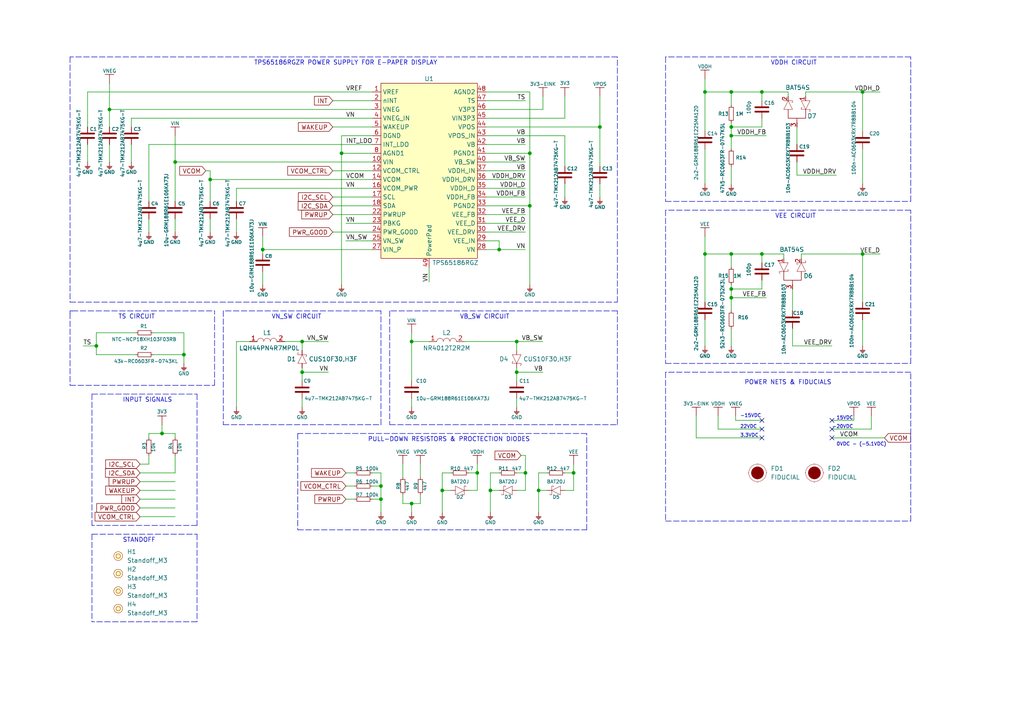
<source format=kicad_sch>
(kicad_sch (version 20211123) (generator eeschema)

  (uuid e984f84f-d247-4abe-b94a-e4b11b928886)

  (paper "A4")

  (title_block
    (title "Soldered Inkplate 6 FLICK")
    (date "2024-05-20")
    (rev "V1.2.0")
    (company "SOLDERED")
    (comment 1 "333317")
  )

  (lib_symbols
    (symbol "0603C_3" (pin_numbers hide) (pin_names (offset 0.002)) (in_bom yes) (on_board yes)
      (property "Reference" "C" (id 0) (at 0 3.81 0)
        (effects (font (size 1 1)))
      )
      (property "Value" "0603C_3" (id 1) (at 0 -3.175 0)
        (effects (font (size 1 1)))
      )
      (property "Footprint" "e-radionica.com footprinti:0603C" (id 2) (at 0.635 -4.445 0)
        (effects (font (size 1 1)) hide)
      )
      (property "Datasheet" "" (id 3) (at 0 0 0)
        (effects (font (size 1 1)) hide)
      )
      (symbol "0603C_3_0_1"
        (polyline
          (pts
            (xy -0.635 1.905)
            (xy -0.635 -1.905)
          )
          (stroke (width 0.5) (type default) (color 0 0 0 0))
          (fill (type none))
        )
        (polyline
          (pts
            (xy 0.635 1.905)
            (xy 0.635 -1.905)
          )
          (stroke (width 0.5) (type default) (color 0 0 0 0))
          (fill (type none))
        )
      )
      (symbol "0603C_3_1_1"
        (pin passive line (at -2.54 0 0) (length 1.9)
          (name "~" (effects (font (size 1.27 1.27))))
          (number "1" (effects (font (size 1.27 1.27))))
        )
        (pin passive line (at 2.54 0 180) (length 1.9)
          (name "~" (effects (font (size 1.27 1.27))))
          (number "2" (effects (font (size 1.27 1.27))))
        )
      )
    )
    (symbol "e-radionica.com schematics:0603C" (pin_numbers hide) (pin_names (offset 0.002)) (in_bom yes) (on_board yes)
      (property "Reference" "C" (id 0) (at 0 3.81 0)
        (effects (font (size 1 1)))
      )
      (property "Value" "0603C" (id 1) (at 0 -3.175 0)
        (effects (font (size 1 1)))
      )
      (property "Footprint" "e-radionica.com footprinti:0603C" (id 2) (at 0.635 -4.445 0)
        (effects (font (size 1 1)) hide)
      )
      (property "Datasheet" "" (id 3) (at 0 0 0)
        (effects (font (size 1 1)) hide)
      )
      (symbol "0603C_0_1"
        (polyline
          (pts
            (xy -0.635 1.905)
            (xy -0.635 -1.905)
          )
          (stroke (width 0.5) (type default) (color 0 0 0 0))
          (fill (type none))
        )
        (polyline
          (pts
            (xy 0.635 1.905)
            (xy 0.635 -1.905)
          )
          (stroke (width 0.5) (type default) (color 0 0 0 0))
          (fill (type none))
        )
      )
      (symbol "0603C_1_1"
        (pin passive line (at -2.54 0 0) (length 1.9)
          (name "~" (effects (font (size 1.27 1.27))))
          (number "1" (effects (font (size 1.27 1.27))))
        )
        (pin passive line (at 2.54 0 180) (length 1.9)
          (name "~" (effects (font (size 1.27 1.27))))
          (number "2" (effects (font (size 1.27 1.27))))
        )
      )
    )
    (symbol "e-radionica.com schematics:0603R" (pin_numbers hide) (pin_names (offset 0.254)) (in_bom yes) (on_board yes)
      (property "Reference" "R" (id 0) (at 0 1.27 0)
        (effects (font (size 1 1)))
      )
      (property "Value" "0603R" (id 1) (at 0 -1.905 0)
        (effects (font (size 1 1)))
      )
      (property "Footprint" "e-radionica.com footprinti:0603R" (id 2) (at 0 -3.81 0)
        (effects (font (size 1 1)) hide)
      )
      (property "Datasheet" "" (id 3) (at -0.635 1.905 0)
        (effects (font (size 1 1)) hide)
      )
      (symbol "0603R_0_1"
        (rectangle (start -1.905 0.635) (end 1.905 -0.635)
          (stroke (width 0.15) (type default) (color 0 0 0 0))
          (fill (type none))
        )
      )
      (symbol "0603R_1_1"
        (pin passive line (at -2.54 0 0) (length 0.63)
          (name "~" (effects (font (size 1.27 1.27))))
          (number "1" (effects (font (size 1.27 1.27))))
        )
        (pin passive line (at 2.54 0 180) (length 0.63)
          (name "~" (effects (font (size 1.27 1.27))))
          (number "2" (effects (font (size 1.27 1.27))))
        )
      )
    )
    (symbol "e-radionica.com schematics:0805C" (pin_numbers hide) (in_bom yes) (on_board yes)
      (property "Reference" "C" (id 0) (at 0 3.81 0)
        (effects (font (size 1 1)))
      )
      (property "Value" "0805C" (id 1) (at 0 -3.175 0)
        (effects (font (size 1 1)))
      )
      (property "Footprint" "e-radionica.com footprinti:0805C" (id 2) (at 0 -5.08 0)
        (effects (font (size 1 1)) hide)
      )
      (property "Datasheet" "" (id 3) (at 0 0 0)
        (effects (font (size 1 1)) hide)
      )
      (symbol "0805C_0_1"
        (polyline
          (pts
            (xy -0.635 1.905)
            (xy -0.635 -1.905)
          )
          (stroke (width 0.5) (type default) (color 0 0 0 0))
          (fill (type none))
        )
        (polyline
          (pts
            (xy 0.635 1.905)
            (xy 0.635 -1.905)
          )
          (stroke (width 0.5) (type default) (color 0 0 0 0))
          (fill (type none))
        )
      )
      (symbol "0805C_1_1"
        (pin passive line (at -2.54 0 0) (length 1.9)
          (name "~" (effects (font (size 1.27 1.27))))
          (number "1" (effects (font (size 1.27 1.27))))
        )
        (pin passive line (at 2.54 0 180) (length 1.9)
          (name "~" (effects (font (size 1.27 1.27))))
          (number "2" (effects (font (size 1.27 1.27))))
        )
      )
    )
    (symbol "e-radionica.com schematics:3V3" (power) (pin_names (offset 0)) (in_bom yes) (on_board yes)
      (property "Reference" "#PWR" (id 0) (at 4.445 0 0)
        (effects (font (size 1 1)) hide)
      )
      (property "Value" "3V3" (id 1) (at 0 3.556 0)
        (effects (font (size 1 1)))
      )
      (property "Footprint" "" (id 2) (at 4.445 3.81 0)
        (effects (font (size 1 1)) hide)
      )
      (property "Datasheet" "" (id 3) (at 4.445 3.81 0)
        (effects (font (size 1 1)) hide)
      )
      (property "ki_keywords" "power-flag" (id 4) (at 0 0 0)
        (effects (font (size 1.27 1.27)) hide)
      )
      (property "ki_description" "Power symbol creates a global label with name \"3V3\"" (id 5) (at 0 0 0)
        (effects (font (size 1.27 1.27)) hide)
      )
      (symbol "3V3_0_1"
        (polyline
          (pts
            (xy -1.27 2.54)
            (xy 1.27 2.54)
          )
          (stroke (width 0.16) (type default) (color 0 0 0 0))
          (fill (type none))
        )
        (polyline
          (pts
            (xy 0 0)
            (xy 0 2.54)
          )
          (stroke (width 0) (type default) (color 0 0 0 0))
          (fill (type none))
        )
      )
      (symbol "3V3_1_1"
        (pin power_in line (at 0 0 90) (length 0) hide
          (name "3V3" (effects (font (size 1.27 1.27))))
          (number "1" (effects (font (size 1.27 1.27))))
        )
      )
    )
    (symbol "e-radionica.com schematics:3V3-EINK" (power) (pin_names (offset 0)) (in_bom yes) (on_board yes)
      (property "Reference" "#PWR" (id 0) (at 4.445 0 0)
        (effects (font (size 1 1)) hide)
      )
      (property "Value" "3V3-EINK" (id 1) (at 0 3.556 0)
        (effects (font (size 1 1)))
      )
      (property "Footprint" "" (id 2) (at 4.445 3.81 0)
        (effects (font (size 1 1)) hide)
      )
      (property "Datasheet" "" (id 3) (at 4.445 3.81 0)
        (effects (font (size 1 1)) hide)
      )
      (property "ki_keywords" "power-flag" (id 4) (at 0 0 0)
        (effects (font (size 1.27 1.27)) hide)
      )
      (property "ki_description" "Power symbol creates a global label with name \"3V3-EINK\"" (id 5) (at 0 0 0)
        (effects (font (size 1.27 1.27)) hide)
      )
      (symbol "3V3-EINK_0_1"
        (polyline
          (pts
            (xy -1.27 2.54)
            (xy 1.27 2.54)
          )
          (stroke (width 0.16) (type default) (color 0 0 0 0))
          (fill (type none))
        )
        (polyline
          (pts
            (xy 0 0)
            (xy 0 2.54)
          )
          (stroke (width 0) (type default) (color 0 0 0 0))
          (fill (type none))
        )
      )
      (symbol "3V3-EINK_1_1"
        (pin power_in line (at 0 0 90) (length 0) hide
          (name "3V3-EINK" (effects (font (size 1.27 1.27))))
          (number "1" (effects (font (size 1.27 1.27))))
        )
      )
    )
    (symbol "e-radionica.com schematics:BAT20J" (pin_numbers hide) (pin_names hide) (in_bom yes) (on_board yes)
      (property "Reference" "D" (id 0) (at 0 2.54 0)
        (effects (font (size 1 1)))
      )
      (property "Value" "BAT20J" (id 1) (at 0 -2.54 0)
        (effects (font (size 1 1)))
      )
      (property "Footprint" "e-radionica.com footprinti:SOD-323" (id 2) (at 0 -3.81 0)
        (effects (font (size 1 1)) hide)
      )
      (property "Datasheet" "" (id 3) (at 0 0 0)
        (effects (font (size 1 1)) hide)
      )
      (symbol "BAT20J_0_1"
        (polyline
          (pts
            (xy 1.27 1.27)
            (xy 1.778 1.27)
            (xy 1.778 1.016)
          )
          (stroke (width 0.1) (type default) (color 0 0 0 0))
          (fill (type none))
        )
        (polyline
          (pts
            (xy -1.27 -1.27)
            (xy -1.27 1.27)
            (xy 1.27 0)
            (xy -1.27 -1.27)
          )
          (stroke (width 0.1) (type default) (color 0 0 0 0))
          (fill (type none))
        )
        (polyline
          (pts
            (xy 1.27 1.27)
            (xy 1.27 -1.27)
            (xy 0.762 -1.27)
            (xy 0.762 -1.016)
          )
          (stroke (width 0.1) (type default) (color 0 0 0 0))
          (fill (type none))
        )
      )
      (symbol "BAT20J_1_1"
        (pin input line (at -2.54 0 0) (length 1.27)
          (name "A" (effects (font (size 1.27 1.27))))
          (number "1" (effects (font (size 1.27 1.27))))
        )
        (pin input line (at 2.54 0 180) (length 1.27)
          (name "C" (effects (font (size 1.27 1.27))))
          (number "2" (effects (font (size 1.27 1.27))))
        )
      )
    )
    (symbol "e-radionica.com schematics:BAT54S" (pin_names hide) (in_bom yes) (on_board yes)
      (property "Reference" "D" (id 0) (at 0 5.08 0)
        (effects (font (size 1.27 1.27)))
      )
      (property "Value" "BAT54S" (id 1) (at 0 -5.08 0)
        (effects (font (size 1.27 1.27)))
      )
      (property "Footprint" "e-radionica.com footprinti:SOT-23-3" (id 2) (at -1.27 -7.62 0)
        (effects (font (size 1.27 1.27)) hide)
      )
      (property "Datasheet" "" (id 3) (at -2.54 2.54 0)
        (effects (font (size 1.27 1.27)) hide)
      )
      (symbol "BAT54S_0_1"
        (polyline
          (pts
            (xy 2.54 0)
            (xy 1.27 0)
          )
          (stroke (width 0) (type default) (color 0 0 0 0))
          (fill (type none))
        )
        (polyline
          (pts
            (xy -3.81 -3.81)
            (xy -4.318 -3.81)
            (xy -4.318 -3.556)
          )
          (stroke (width 0.1) (type default) (color 0 0 0 0))
          (fill (type none))
        )
        (polyline
          (pts
            (xy -1.27 3.81)
            (xy -0.762 3.81)
            (xy -0.762 3.556)
          )
          (stroke (width 0.1) (type default) (color 0 0 0 0))
          (fill (type none))
        )
        (polyline
          (pts
            (xy -3.81 -3.81)
            (xy -3.81 -1.27)
            (xy -3.302 -1.27)
            (xy -3.302 -1.524)
          )
          (stroke (width 0.1) (type default) (color 0 0 0 0))
          (fill (type none))
        )
        (polyline
          (pts
            (xy -3.81 1.27)
            (xy -3.81 3.81)
            (xy -1.27 2.54)
            (xy -3.81 1.27)
          )
          (stroke (width 0.1) (type default) (color 0 0 0 0))
          (fill (type none))
        )
        (polyline
          (pts
            (xy -1.27 -1.27)
            (xy -1.27 -3.81)
            (xy -3.81 -2.54)
            (xy -1.27 -1.27)
          )
          (stroke (width 0.1) (type default) (color 0 0 0 0))
          (fill (type none))
        )
        (polyline
          (pts
            (xy -1.27 2.54)
            (xy 1.27 2.54)
            (xy 1.27 -2.54)
            (xy -1.27 -2.54)
          )
          (stroke (width 0) (type default) (color 0 0 0 0))
          (fill (type none))
        )
        (polyline
          (pts
            (xy -1.27 3.81)
            (xy -1.27 1.27)
            (xy -1.778 1.27)
            (xy -1.778 1.524)
          )
          (stroke (width 0.1) (type default) (color 0 0 0 0))
          (fill (type none))
        )
      )
      (symbol "BAT54S_1_1"
        (pin input line (at -5.08 2.54 0) (length 1.27)
          (name "A" (effects (font (size 1.27 1.27))))
          (number "1" (effects (font (size 1.27 1.27))))
        )
        (pin input line (at -5.08 -2.54 0) (length 1.27)
          (name "K" (effects (font (size 1.27 1.27))))
          (number "2" (effects (font (size 1.27 1.27))))
        )
        (pin input line (at 3.81 0 180) (length 1.27)
          (name "3" (effects (font (size 1.27 1.27))))
          (number "3" (effects (font (size 1.27 1.27))))
        )
      )
    )
    (symbol "e-radionica.com schematics:CUS10F30,H3F" (pin_numbers hide) (pin_names hide) (in_bom yes) (on_board yes)
      (property "Reference" "D" (id 0) (at 0 2.54 0)
        (effects (font (size 1.27 1.27)))
      )
      (property "Value" "CUS10F30,H3F" (id 1) (at 0 -2.54 0)
        (effects (font (size 1.27 1.27)))
      )
      (property "Footprint" "e-radionica.com footprinti:SOD-323-2" (id 2) (at 0 -5.08 0)
        (effects (font (size 1.27 1.27)) hide)
      )
      (property "Datasheet" "" (id 3) (at 0 6.35 0)
        (effects (font (size 1.27 1.27)) hide)
      )
      (symbol "CUS10F30,H3F_0_1"
        (polyline
          (pts
            (xy 1.27 1.27)
            (xy 1.778 1.27)
            (xy 1.778 1.016)
          )
          (stroke (width 0.1) (type default) (color 0 0 0 0))
          (fill (type none))
        )
        (polyline
          (pts
            (xy -1.27 -1.27)
            (xy -1.27 1.27)
            (xy 1.27 0)
            (xy -1.27 -1.27)
          )
          (stroke (width 0.1) (type default) (color 0 0 0 0))
          (fill (type none))
        )
        (polyline
          (pts
            (xy 1.27 1.27)
            (xy 1.27 -1.27)
            (xy 0.762 -1.27)
            (xy 0.762 -1.016)
          )
          (stroke (width 0.1) (type default) (color 0 0 0 0))
          (fill (type none))
        )
      )
      (symbol "CUS10F30,H3F_1_1"
        (pin input line (at 2.54 0 180) (length 1.27)
          (name "C" (effects (font (size 1.27 1.27))))
          (number "1" (effects (font (size 1.27 1.27))))
        )
        (pin input line (at -2.54 0 0) (length 1.27)
          (name "A" (effects (font (size 1.27 1.27))))
          (number "2" (effects (font (size 1.27 1.27))))
        )
      )
    )
    (symbol "e-radionica.com schematics:FIDUCIAL" (in_bom no) (on_board yes)
      (property "Reference" "FD" (id 0) (at 0 3.81 0)
        (effects (font (size 1.27 1.27)))
      )
      (property "Value" "FIDUCIAL" (id 1) (at 0 -3.81 0)
        (effects (font (size 1.27 1.27)))
      )
      (property "Footprint" "e-radionica.com footprinti:FIDUCIAL_23" (id 2) (at 0.254 -5.334 0)
        (effects (font (size 1.27 1.27)) hide)
      )
      (property "Datasheet" "" (id 3) (at 0 0 0)
        (effects (font (size 1.27 1.27)) hide)
      )
      (symbol "FIDUCIAL_0_1"
        (polyline
          (pts
            (xy -2.54 0)
            (xy -2.794 0)
          )
          (stroke (width 0.0006) (type default) (color 0 0 0 0))
          (fill (type none))
        )
        (polyline
          (pts
            (xy 0 -2.54)
            (xy 0 -2.794)
          )
          (stroke (width 0.0006) (type default) (color 0 0 0 0))
          (fill (type none))
        )
        (polyline
          (pts
            (xy 0 2.54)
            (xy 0 2.794)
          )
          (stroke (width 0.0006) (type default) (color 0 0 0 0))
          (fill (type none))
        )
        (polyline
          (pts
            (xy 2.54 0)
            (xy 2.794 0)
          )
          (stroke (width 0.0006) (type default) (color 0 0 0 0))
          (fill (type none))
        )
        (circle (center 0 0) (radius 1.7961)
          (stroke (width 0.001) (type default) (color 0 0 0 0))
          (fill (type outline))
        )
        (circle (center 0 0) (radius 2.54)
          (stroke (width 0.0006) (type default) (color 0 0 0 0))
          (fill (type none))
        )
      )
    )
    (symbol "e-radionica.com schematics:GND" (power) (pin_names (offset 0)) (in_bom yes) (on_board yes)
      (property "Reference" "#PWR" (id 0) (at 4.445 0 0)
        (effects (font (size 1 1)) hide)
      )
      (property "Value" "GND" (id 1) (at 0 -2.921 0)
        (effects (font (size 1 1)))
      )
      (property "Footprint" "" (id 2) (at 4.445 3.81 0)
        (effects (font (size 1 1)) hide)
      )
      (property "Datasheet" "" (id 3) (at 4.445 3.81 0)
        (effects (font (size 1 1)) hide)
      )
      (property "ki_keywords" "power-flag" (id 4) (at 0 0 0)
        (effects (font (size 1.27 1.27)) hide)
      )
      (property "ki_description" "Power symbol creates a global label with name \"GND\"" (id 5) (at 0 0 0)
        (effects (font (size 1.27 1.27)) hide)
      )
      (symbol "GND_0_1"
        (polyline
          (pts
            (xy -0.762 -1.27)
            (xy 0.762 -1.27)
          )
          (stroke (width 0.16) (type default) (color 0 0 0 0))
          (fill (type none))
        )
        (polyline
          (pts
            (xy -0.635 -1.524)
            (xy 0.635 -1.524)
          )
          (stroke (width 0.16) (type default) (color 0 0 0 0))
          (fill (type none))
        )
        (polyline
          (pts
            (xy -0.381 -1.778)
            (xy 0.381 -1.778)
          )
          (stroke (width 0.16) (type default) (color 0 0 0 0))
          (fill (type none))
        )
        (polyline
          (pts
            (xy -0.127 -2.032)
            (xy 0.127 -2.032)
          )
          (stroke (width 0.16) (type default) (color 0 0 0 0))
          (fill (type none))
        )
        (polyline
          (pts
            (xy 0 0)
            (xy 0 -1.27)
          )
          (stroke (width 0.16) (type default) (color 0 0 0 0))
          (fill (type none))
        )
      )
      (symbol "GND_1_1"
        (pin power_in line (at 0 0 270) (length 0) hide
          (name "GND" (effects (font (size 1.27 1.27))))
          (number "1" (effects (font (size 1.27 1.27))))
        )
      )
    )
    (symbol "e-radionica.com schematics:LQH44PN4R7MP0L" (in_bom yes) (on_board yes)
      (property "Reference" "L" (id 0) (at 0 2.54 0)
        (effects (font (size 1.27 1.27)))
      )
      (property "Value" "LQH44PN4R7MP0L" (id 1) (at 0 -1.27 0)
        (effects (font (size 1.27 1.27)))
      )
      (property "Footprint" "e-radionica.com footprinti:1515L" (id 2) (at 0 -3.81 0)
        (effects (font (size 1.27 1.27)) hide)
      )
      (property "Datasheet" "" (id 3) (at 0 1.27 0)
        (effects (font (size 1.27 1.27)) hide)
      )
      (symbol "LQH44PN4R7MP0L_0_1"
        (arc (start -0.9525 0.0138) (mid -1.905 0.9526) (end -2.8575 0.0138)
          (stroke (width 0.1) (type default) (color 0 0 0 0))
          (fill (type none))
        )
        (arc (start 0.9525 0.0138) (mid 0 0.9526) (end -0.9525 0.0138)
          (stroke (width 0.1) (type default) (color 0 0 0 0))
          (fill (type none))
        )
        (arc (start 2.8575 0.0138) (mid 1.905 0.9526) (end 0.9525 0.0138)
          (stroke (width 0.1) (type default) (color 0 0 0 0))
          (fill (type none))
        )
      )
      (symbol "LQH44PN4R7MP0L_1_1"
        (pin passive line (at -5.08 0 0) (length 2.2)
          (name "" (effects (font (size 1.27 1.27))))
          (number "1" (effects (font (size 1.27 1.27))))
        )
        (pin passive line (at 5.08 0 180) (length 2.2)
          (name "" (effects (font (size 1.27 1.27))))
          (number "2" (effects (font (size 1.27 1.27))))
        )
      )
    )
    (symbol "e-radionica.com schematics:NR4012T2R2M" (in_bom yes) (on_board yes)
      (property "Reference" "L" (id 0) (at 0 2.54 0)
        (effects (font (size 1.27 1.27)))
      )
      (property "Value" "NR4012T2R2M" (id 1) (at 0 -1.27 0)
        (effects (font (size 1.27 1.27)))
      )
      (property "Footprint" "e-radionica.com footprinti:NR4012" (id 2) (at -1.27 -3.81 0)
        (effects (font (size 1.27 1.27)) hide)
      )
      (property "Datasheet" "" (id 3) (at 0 6.35 0)
        (effects (font (size 1.27 1.27)) hide)
      )
      (symbol "NR4012T2R2M_0_1"
        (arc (start -0.9525 0.0138) (mid -1.905 0.9526) (end -2.8575 0.0138)
          (stroke (width 0.1) (type default) (color 0 0 0 0))
          (fill (type none))
        )
        (arc (start 0.9525 0.0138) (mid 0 0.9526) (end -0.9525 0.0138)
          (stroke (width 0.1) (type default) (color 0 0 0 0))
          (fill (type none))
        )
        (arc (start 2.8575 0.0138) (mid 1.905 0.9526) (end 0.9525 0.0138)
          (stroke (width 0.1) (type default) (color 0 0 0 0))
          (fill (type none))
        )
      )
      (symbol "NR4012T2R2M_1_1"
        (pin passive line (at -5.08 0 0) (length 2.2)
          (name "" (effects (font (size 1.27 1.27))))
          (number "1" (effects (font (size 1.27 1.27))))
        )
        (pin passive line (at 5.08 0 180) (length 2.2)
          (name "" (effects (font (size 1.27 1.27))))
          (number "2" (effects (font (size 1.27 1.27))))
        )
      )
    )
    (symbol "e-radionica.com schematics:Standoff_M3" (in_bom yes) (on_board yes)
      (property "Reference" "H" (id 0) (at 0 2.54 0)
        (effects (font (size 1.27 1.27)))
      )
      (property "Value" "Standoff_M3" (id 1) (at 0 -2.54 0)
        (effects (font (size 1.27 1.27)))
      )
      (property "Footprint" "e-radionica.com footprinti:Standoff_M3" (id 2) (at 0 -3.81 0)
        (effects (font (size 1.27 1.27)) hide)
      )
      (property "Datasheet" "" (id 3) (at 0 0 0)
        (effects (font (size 1.27 1.27)) hide)
      )
      (property "ki_keywords" "standoff odstojnik" (id 4) (at 0 0 0)
        (effects (font (size 1.27 1.27)) hide)
      )
      (property "ki_description" "M3 standoff SMTSO-M3-7ET" (id 5) (at 0 0 0)
        (effects (font (size 1.27 1.27)) hide)
      )
      (symbol "Standoff_M3_0_1"
        (circle (center 0 0) (radius 0.635)
          (stroke (width 0.1) (type default) (color 0 0 0 0))
          (fill (type none))
        )
        (circle (center 0 0) (radius 1.27)
          (stroke (width 0.1) (type default) (color 0 0 0 0))
          (fill (type background))
        )
      )
    )
    (symbol "e-radionica.com schematics:TPS65186RGZR" (in_bom yes) (on_board yes)
      (property "Reference" "U" (id 0) (at 0 27.94 0)
        (effects (font (size 1.27 1.27)))
      )
      (property "Value" "TPS65186RGZR" (id 1) (at 7.62 -25.4 0)
        (effects (font (size 1.27 1.27)))
      )
      (property "Footprint" "e-radionica.com footprinti:VQFN-49" (id 2) (at 0 -33.02 0)
        (effects (font (size 1.27 1.27)) hide)
      )
      (property "Datasheet" "" (id 3) (at 0 29.21 0)
        (effects (font (size 1.27 1.27)) hide)
      )
      (symbol "TPS65186RGZR_0_1"
        (rectangle (start -13.97 26.67) (end 13.97 -24.13)
          (stroke (width 0.1524) (type default) (color 0 0 0 0))
          (fill (type background))
        )
      )
      (symbol "TPS65186RGZR_1_1"
        (pin input line (at -16.51 24.13 0) (length 2.54)
          (name "VREF" (effects (font (size 1.27 1.27))))
          (number "1" (effects (font (size 1.27 1.27))))
        )
        (pin input line (at -16.51 3.81 0) (length 2.54)
          (name "VIN" (effects (font (size 1.27 1.27))))
          (number "10" (effects (font (size 1.27 1.27))))
        )
        (pin input line (at -16.51 1.27 0) (length 2.54)
          (name "VCOM_CTRL" (effects (font (size 1.27 1.27))))
          (number "12" (effects (font (size 1.27 1.27))))
        )
        (pin input line (at -16.51 -1.27 0) (length 2.54)
          (name "VCOM" (effects (font (size 1.27 1.27))))
          (number "14" (effects (font (size 1.27 1.27))))
        )
        (pin input line (at -16.51 -3.81 0) (length 2.54)
          (name "VCOM_PWR" (effects (font (size 1.27 1.27))))
          (number "16" (effects (font (size 1.27 1.27))))
        )
        (pin input line (at -16.51 -6.35 0) (length 2.54)
          (name "SCL" (effects (font (size 1.27 1.27))))
          (number "17" (effects (font (size 1.27 1.27))))
        )
        (pin input line (at -16.51 -8.89 0) (length 2.54)
          (name "SDA" (effects (font (size 1.27 1.27))))
          (number "18" (effects (font (size 1.27 1.27))))
        )
        (pin input line (at -16.51 21.59 0) (length 2.54)
          (name "nINT" (effects (font (size 1.27 1.27))))
          (number "2" (effects (font (size 1.27 1.27))))
        )
        (pin input line (at -16.51 -11.43 0) (length 2.54)
          (name "PWRUP" (effects (font (size 1.27 1.27))))
          (number "22" (effects (font (size 1.27 1.27))))
        )
        (pin input line (at -16.51 -13.97 0) (length 2.54)
          (name "PBKG" (effects (font (size 1.27 1.27))))
          (number "23" (effects (font (size 1.27 1.27))))
        )
        (pin input line (at -16.51 -16.51 0) (length 2.54)
          (name "PWR_GOOD" (effects (font (size 1.27 1.27))))
          (number "24" (effects (font (size 1.27 1.27))))
        )
        (pin input line (at -16.51 -19.05 0) (length 2.54)
          (name "VN_SW" (effects (font (size 1.27 1.27))))
          (number "25" (effects (font (size 1.27 1.27))))
        )
        (pin input line (at -16.51 -21.59 0) (length 2.54)
          (name "VIN_P" (effects (font (size 1.27 1.27))))
          (number "27" (effects (font (size 1.27 1.27))))
        )
        (pin input line (at 16.51 -21.59 180) (length 2.54)
          (name "VN" (effects (font (size 1.27 1.27))))
          (number "28" (effects (font (size 1.27 1.27))))
        )
        (pin input line (at 16.51 -19.05 180) (length 2.54)
          (name "VEE_IN" (effects (font (size 1.27 1.27))))
          (number "29" (effects (font (size 1.27 1.27))))
        )
        (pin input line (at -16.51 19.05 0) (length 2.54)
          (name "VNEG" (effects (font (size 1.27 1.27))))
          (number "3" (effects (font (size 1.27 1.27))))
        )
        (pin input line (at 16.51 -16.51 180) (length 2.54)
          (name "VEE_DRV" (effects (font (size 1.27 1.27))))
          (number "30" (effects (font (size 1.27 1.27))))
        )
        (pin input line (at 16.51 -13.97 180) (length 2.54)
          (name "VEE_D" (effects (font (size 1.27 1.27))))
          (number "31" (effects (font (size 1.27 1.27))))
        )
        (pin input line (at 16.51 -11.43 180) (length 2.54)
          (name "VEE_FB" (effects (font (size 1.27 1.27))))
          (number "32" (effects (font (size 1.27 1.27))))
        )
        (pin input line (at 16.51 -8.89 180) (length 2.54)
          (name "PGND2" (effects (font (size 1.27 1.27))))
          (number "33" (effects (font (size 1.27 1.27))))
        )
        (pin input line (at 16.51 -6.35 180) (length 2.54)
          (name "VDDH_FB" (effects (font (size 1.27 1.27))))
          (number "34" (effects (font (size 1.27 1.27))))
        )
        (pin input line (at 16.51 -3.81 180) (length 2.54)
          (name "VDDH_D" (effects (font (size 1.27 1.27))))
          (number "35" (effects (font (size 1.27 1.27))))
        )
        (pin input line (at 16.51 -1.27 180) (length 2.54)
          (name "VDDH_DRV" (effects (font (size 1.27 1.27))))
          (number "36" (effects (font (size 1.27 1.27))))
        )
        (pin input line (at 16.51 1.27 180) (length 2.54)
          (name "VDDH_IN" (effects (font (size 1.27 1.27))))
          (number "37" (effects (font (size 1.27 1.27))))
        )
        (pin input line (at -16.51 16.51 0) (length 2.54)
          (name "VNEG_IN" (effects (font (size 1.27 1.27))))
          (number "4" (effects (font (size 1.27 1.27))))
        )
        (pin input line (at 16.51 3.81 180) (length 2.54)
          (name "VB_SW" (effects (font (size 1.27 1.27))))
          (number "40" (effects (font (size 1.27 1.27))))
        )
        (pin input line (at 16.51 6.35 180) (length 2.54)
          (name "PGND1" (effects (font (size 1.27 1.27))))
          (number "41" (effects (font (size 1.27 1.27))))
        )
        (pin input line (at 16.51 8.89 180) (length 2.54)
          (name "VB" (effects (font (size 1.27 1.27))))
          (number "42" (effects (font (size 1.27 1.27))))
        )
        (pin input line (at 16.51 11.43 180) (length 2.54)
          (name "VPOS_IN" (effects (font (size 1.27 1.27))))
          (number "43" (effects (font (size 1.27 1.27))))
        )
        (pin input line (at 16.51 13.97 180) (length 2.54)
          (name "VPOS" (effects (font (size 1.27 1.27))))
          (number "44" (effects (font (size 1.27 1.27))))
        )
        (pin input line (at 16.51 16.51 180) (length 2.54)
          (name "VIN3P3" (effects (font (size 1.27 1.27))))
          (number "45" (effects (font (size 1.27 1.27))))
        )
        (pin input line (at 16.51 19.05 180) (length 2.54)
          (name "V3P3" (effects (font (size 1.27 1.27))))
          (number "46" (effects (font (size 1.27 1.27))))
        )
        (pin input line (at 16.51 21.59 180) (length 2.54)
          (name "TS" (effects (font (size 1.27 1.27))))
          (number "47" (effects (font (size 1.27 1.27))))
        )
        (pin input line (at 16.51 24.13 180) (length 2.54)
          (name "AGND2" (effects (font (size 1.27 1.27))))
          (number "48" (effects (font (size 1.27 1.27))))
        )
        (pin input line (at 0 -26.67 90) (length 2.54)
          (name "PowerPad" (effects (font (size 1.27 1.27))))
          (number "49" (effects (font (size 1.27 1.27))))
        )
        (pin input line (at -16.51 13.97 0) (length 2.54)
          (name "WAKEUP" (effects (font (size 1.27 1.27))))
          (number "5" (effects (font (size 1.27 1.27))))
        )
        (pin input line (at -16.51 11.43 0) (length 2.54)
          (name "DGND" (effects (font (size 1.27 1.27))))
          (number "6" (effects (font (size 1.27 1.27))))
        )
        (pin input line (at -16.51 8.89 0) (length 2.54)
          (name "INT_LDO" (effects (font (size 1.27 1.27))))
          (number "7" (effects (font (size 1.27 1.27))))
        )
        (pin input line (at -16.51 6.35 0) (length 2.54)
          (name "AGND1" (effects (font (size 1.27 1.27))))
          (number "8" (effects (font (size 1.27 1.27))))
        )
      )
    )
    (symbol "e-radionica.com schematics:VDDH" (power) (pin_names (offset 0)) (in_bom yes) (on_board yes)
      (property "Reference" "#PWR" (id 0) (at 4.445 0 0)
        (effects (font (size 1 1)) hide)
      )
      (property "Value" "VDDH" (id 1) (at 0 3.556 0)
        (effects (font (size 1 1)))
      )
      (property "Footprint" "" (id 2) (at 4.445 3.81 0)
        (effects (font (size 1 1)) hide)
      )
      (property "Datasheet" "" (id 3) (at 4.445 3.81 0)
        (effects (font (size 1 1)) hide)
      )
      (property "ki_keywords" "power-flag" (id 4) (at 0 0 0)
        (effects (font (size 1.27 1.27)) hide)
      )
      (property "ki_description" "Power symbol creates a global label with name \"VDDH\"" (id 5) (at 0 0 0)
        (effects (font (size 1.27 1.27)) hide)
      )
      (symbol "VDDH_0_1"
        (polyline
          (pts
            (xy -1.27 2.54)
            (xy 1.27 2.54)
          )
          (stroke (width 0.16) (type default) (color 0 0 0 0))
          (fill (type none))
        )
        (polyline
          (pts
            (xy 0 0)
            (xy 0 2.54)
          )
          (stroke (width 0) (type default) (color 0 0 0 0))
          (fill (type none))
        )
      )
      (symbol "VDDH_1_1"
        (pin power_in line (at 0 0 90) (length 0) hide
          (name "VDDH" (effects (font (size 1.27 1.27))))
          (number "1" (effects (font (size 1.27 1.27))))
        )
      )
    )
    (symbol "e-radionica.com schematics:VEE" (power) (pin_names (offset 0)) (in_bom yes) (on_board yes)
      (property "Reference" "#PWR" (id 0) (at 4.445 0 0)
        (effects (font (size 1 1)) hide)
      )
      (property "Value" "VEE" (id 1) (at 0 3.556 0)
        (effects (font (size 1 1)))
      )
      (property "Footprint" "" (id 2) (at 4.445 3.81 0)
        (effects (font (size 1 1)) hide)
      )
      (property "Datasheet" "" (id 3) (at 4.445 3.81 0)
        (effects (font (size 1 1)) hide)
      )
      (property "ki_keywords" "power-flag" (id 4) (at 0 0 0)
        (effects (font (size 1.27 1.27)) hide)
      )
      (property "ki_description" "Power symbol creates a global label with name \"VEE\"" (id 5) (at 0 0 0)
        (effects (font (size 1.27 1.27)) hide)
      )
      (symbol "VEE_0_1"
        (polyline
          (pts
            (xy -1.27 2.54)
            (xy 1.27 2.54)
          )
          (stroke (width 0.16) (type default) (color 0 0 0 0))
          (fill (type none))
        )
        (polyline
          (pts
            (xy 0 0)
            (xy 0 2.54)
          )
          (stroke (width 0) (type default) (color 0 0 0 0))
          (fill (type none))
        )
      )
      (symbol "VEE_1_1"
        (pin power_in line (at 0 0 90) (length 0) hide
          (name "VEE" (effects (font (size 1.27 1.27))))
          (number "1" (effects (font (size 1.27 1.27))))
        )
      )
    )
    (symbol "e-radionica.com schematics:VIN" (power) (pin_names (offset 0)) (in_bom yes) (on_board yes)
      (property "Reference" "#PWR" (id 0) (at 4.445 0 0)
        (effects (font (size 1 1)) hide)
      )
      (property "Value" "VIN" (id 1) (at 0 3.556 0)
        (effects (font (size 1 1)))
      )
      (property "Footprint" "" (id 2) (at 4.445 3.81 0)
        (effects (font (size 1 1)) hide)
      )
      (property "Datasheet" "" (id 3) (at 4.445 3.81 0)
        (effects (font (size 1 1)) hide)
      )
      (property "ki_keywords" "power-flag" (id 4) (at 0 0 0)
        (effects (font (size 1.27 1.27)) hide)
      )
      (property "ki_description" "Power symbol creates a global label with name \"VIN\"" (id 5) (at 0 0 0)
        (effects (font (size 1.27 1.27)) hide)
      )
      (symbol "VIN_0_1"
        (polyline
          (pts
            (xy -1.27 2.54)
            (xy 1.27 2.54)
          )
          (stroke (width 0.16) (type default) (color 0 0 0 0))
          (fill (type none))
        )
        (polyline
          (pts
            (xy 0 0)
            (xy 0 2.54)
          )
          (stroke (width 0) (type default) (color 0 0 0 0))
          (fill (type none))
        )
      )
      (symbol "VIN_1_1"
        (pin power_in line (at 0 0 90) (length 0) hide
          (name "VIN" (effects (font (size 1.27 1.27))))
          (number "1" (effects (font (size 1.27 1.27))))
        )
      )
    )
    (symbol "e-radionica.com schematics:VNEG" (power) (pin_names (offset 0)) (in_bom yes) (on_board yes)
      (property "Reference" "#PWR" (id 0) (at 4.445 0 0)
        (effects (font (size 1 1)) hide)
      )
      (property "Value" "VNEG" (id 1) (at 0 3.556 0)
        (effects (font (size 1 1)))
      )
      (property "Footprint" "" (id 2) (at 4.445 3.81 0)
        (effects (font (size 1 1)) hide)
      )
      (property "Datasheet" "" (id 3) (at 4.445 3.81 0)
        (effects (font (size 1 1)) hide)
      )
      (property "ki_keywords" "power-flag" (id 4) (at 0 0 0)
        (effects (font (size 1.27 1.27)) hide)
      )
      (property "ki_description" "Power symbol creates a global label with name \"VNEG\"" (id 5) (at 0 0 0)
        (effects (font (size 1.27 1.27)) hide)
      )
      (symbol "VNEG_0_1"
        (polyline
          (pts
            (xy -1.27 2.54)
            (xy 1.27 2.54)
          )
          (stroke (width 0.16) (type default) (color 0 0 0 0))
          (fill (type none))
        )
        (polyline
          (pts
            (xy 0 0)
            (xy 0 2.54)
          )
          (stroke (width 0) (type default) (color 0 0 0 0))
          (fill (type none))
        )
      )
      (symbol "VNEG_1_1"
        (pin power_in line (at 0 0 90) (length 0) hide
          (name "VNEG" (effects (font (size 1.27 1.27))))
          (number "1" (effects (font (size 1.27 1.27))))
        )
      )
    )
    (symbol "e-radionica.com schematics:VPOS" (power) (pin_names (offset 0)) (in_bom yes) (on_board yes)
      (property "Reference" "#PWR" (id 0) (at 4.445 0 0)
        (effects (font (size 1 1)) hide)
      )
      (property "Value" "VPOS" (id 1) (at 0 3.556 0)
        (effects (font (size 1 1)))
      )
      (property "Footprint" "" (id 2) (at 4.445 3.81 0)
        (effects (font (size 1 1)) hide)
      )
      (property "Datasheet" "" (id 3) (at 4.445 3.81 0)
        (effects (font (size 1 1)) hide)
      )
      (property "ki_keywords" "power-flag" (id 4) (at 0 0 0)
        (effects (font (size 1.27 1.27)) hide)
      )
      (property "ki_description" "Power symbol creates a global label with name \"VPOS\"" (id 5) (at 0 0 0)
        (effects (font (size 1.27 1.27)) hide)
      )
      (symbol "VPOS_0_1"
        (polyline
          (pts
            (xy -1.27 2.54)
            (xy 1.27 2.54)
          )
          (stroke (width 0.16) (type default) (color 0 0 0 0))
          (fill (type none))
        )
        (polyline
          (pts
            (xy 0 0)
            (xy 0 2.54)
          )
          (stroke (width 0) (type default) (color 0 0 0 0))
          (fill (type none))
        )
      )
      (symbol "VPOS_1_1"
        (pin power_in line (at 0 0 90) (length 0) hide
          (name "VPOS" (effects (font (size 1.27 1.27))))
          (number "1" (effects (font (size 1.27 1.27))))
        )
      )
    )
  )

  (junction (at 250.19 73.66) (diameter 0) (color 0 0 0 0)
    (uuid 011b3656-d875-47a7-b1ce-1a7fccb52182)
  )
  (junction (at 212.09 36.83) (diameter 0) (color 0 0 0 0)
    (uuid 023ef19d-8990-46eb-8927-a156974e9414)
  )
  (junction (at 53.34 102.87) (diameter 0) (color 0 0 0 0)
    (uuid 03c8b5b7-f0a8-4ad7-a38a-f5796842c015)
  )
  (junction (at 220.98 73.66) (diameter 0) (color 0 0 0 0)
    (uuid 04a7064c-fb10-4dc2-b4a4-4a0560694252)
  )
  (junction (at 144.78 72.39) (diameter 0) (color 0 0 0 0)
    (uuid 07e7b779-cef1-4255-ae9e-4157c0a88af9)
  )
  (junction (at 142.24 142.24) (diameter 0) (color 0 0 0 0)
    (uuid 0b19f405-4ce1-49db-a83e-b23dbd7d7780)
  )
  (junction (at 110.49 140.97) (diameter 0) (color 0 0 0 0)
    (uuid 0fe8cea6-316a-4aa6-98ab-d2ba9bd6766a)
  )
  (junction (at 128.27 142.24) (diameter 0) (color 0 0 0 0)
    (uuid 13cafbe3-fee1-452f-9841-03183e6fd1b4)
  )
  (junction (at 153.67 59.69) (diameter 0) (color 0 0 0 0)
    (uuid 33cac85e-ede3-4c6e-8898-83b52af97ad6)
  )
  (junction (at 31.75 31.75) (diameter 0) (color 0 0 0 0)
    (uuid 38d3a129-c2f3-4c92-b667-3d0eadd2e716)
  )
  (junction (at 138.43 137.16) (diameter 0) (color 0 0 0 0)
    (uuid 3b3ce3b2-4121-4e0d-9b2d-2bbef4d37164)
  )
  (junction (at 110.49 144.78) (diameter 0) (color 0 0 0 0)
    (uuid 49c9a4f4-8335-46fa-9324-d5955b04be95)
  )
  (junction (at 119.38 146.05) (diameter 0) (color 0 0 0 0)
    (uuid 4eb3f3bb-dba0-41b4-bb00-10f545e14295)
  )
  (junction (at 173.99 36.83) (diameter 0) (color 0 0 0 0)
    (uuid 5579072c-f9d9-448e-b0c2-147f20cc58c8)
  )
  (junction (at 87.63 107.95) (diameter 0) (color 0 0 0 0)
    (uuid 56852381-eef1-4ec4-91f1-d9ca593317e3)
  )
  (junction (at 204.47 73.66) (diameter 0) (color 0 0 0 0)
    (uuid 5e3d286e-5838-4f3f-bec1-1b7ecb840f07)
  )
  (junction (at 204.47 26.67) (diameter 0) (color 0 0 0 0)
    (uuid 5f608de6-4fc7-43e7-9f5c-aae8c117ae03)
  )
  (junction (at 119.38 99.06) (diameter 0) (color 0 0 0 0)
    (uuid 5fbd6294-7cc3-4443-bc78-19d0b98e6887)
  )
  (junction (at 99.06 44.45) (diameter 0) (color 0 0 0 0)
    (uuid 61672d25-9184-41fd-83b5-8069658db7e6)
  )
  (junction (at 149.86 107.95) (diameter 0) (color 0 0 0 0)
    (uuid 684d8f7e-e708-4c35-84bd-66c8b28a6f98)
  )
  (junction (at 149.86 99.06) (diameter 0) (color 0 0 0 0)
    (uuid 69056737-416d-4096-aa47-1f6da47cf49d)
  )
  (junction (at 212.09 83.82) (diameter 0) (color 0 0 0 0)
    (uuid 6b476a60-79fa-411f-ab3a-914535407e2f)
  )
  (junction (at 87.63 99.06) (diameter 0) (color 0 0 0 0)
    (uuid 77c48e7c-1523-4ac8-a22c-242e030603af)
  )
  (junction (at 166.37 137.16) (diameter 0) (color 0 0 0 0)
    (uuid 77fcd9d6-c425-48ad-864e-fa51e2c6ed93)
  )
  (junction (at 212.09 73.66) (diameter 0) (color 0 0 0 0)
    (uuid 7a7bf3a8-a6d9-4c8e-8fb1-1f0d76e22709)
  )
  (junction (at 46.99 125.73) (diameter 0) (color 0 0 0 0)
    (uuid 82393db3-d6df-4ec0-ad0c-d9a247bb04fa)
  )
  (junction (at 212.09 86.36) (diameter 0) (color 0 0 0 0)
    (uuid 85d2c24e-ee4f-407e-8652-99b901705286)
  )
  (junction (at 250.19 26.67) (diameter 0) (color 0 0 0 0)
    (uuid 88cfd529-a0d4-4d72-a179-1d70fa7adb37)
  )
  (junction (at 60.96 52.07) (diameter 0) (color 0 0 0 0)
    (uuid 8bcbf1a1-0e4f-4309-aafe-cc6f590daf53)
  )
  (junction (at 50.8 46.99) (diameter 0) (color 0 0 0 0)
    (uuid 94c0cefb-15d0-4162-b5f0-9799a6f1beed)
  )
  (junction (at 153.67 44.45) (diameter 0) (color 0 0 0 0)
    (uuid 9bcea2cc-19cc-46f4-9d0e-eb393c4db32c)
  )
  (junction (at 27.94 100.33) (diameter 0) (color 0 0 0 0)
    (uuid a121e607-0ec0-48fc-9192-13979e6f818b)
  )
  (junction (at 212.09 39.37) (diameter 0) (color 0 0 0 0)
    (uuid ad1a1ea4-780a-4c27-b985-4614258ef900)
  )
  (junction (at 212.09 26.67) (diameter 0) (color 0 0 0 0)
    (uuid b5e94381-b3b4-43a1-b014-f5ad95361e36)
  )
  (junction (at 156.21 142.24) (diameter 0) (color 0 0 0 0)
    (uuid b6cf186d-03d8-4657-bbbc-b582c7ca18b7)
  )
  (junction (at 76.2 72.39) (diameter 0) (color 0 0 0 0)
    (uuid c3c478d7-0fce-4e54-8711-ee72f3e0bb94)
  )
  (junction (at 152.4 137.16) (diameter 0) (color 0 0 0 0)
    (uuid ce02d2b3-7ccb-4d29-8294-29450e8e1d1d)
  )
  (junction (at 220.98 26.67) (diameter 0) (color 0 0 0 0)
    (uuid db6c3b9b-4093-4c3a-a1c1-66eae2b87d8c)
  )

  (no_connect (at 241.3 124.46) (uuid 05800660-ece8-4810-94bf-a00eb0e65921))
  (no_connect (at 241.3 127) (uuid 05800660-ece8-4810-94bf-a00eb0e65922))
  (no_connect (at 241.3 121.92) (uuid 05800660-ece8-4810-94bf-a00eb0e65923))
  (no_connect (at 220.98 127) (uuid a7a837bb-eab0-4e51-8648-6c9eba13d016))
  (no_connect (at 220.98 124.46) (uuid a7a837bb-eab0-4e51-8648-6c9eba13d017))
  (no_connect (at 220.98 121.92) (uuid a7a837bb-eab0-4e51-8648-6c9eba13d018))

  (wire (pts (xy 163.83 27.94) (xy 163.83 34.29))
    (stroke (width 0) (type default) (color 0 0 0 0))
    (uuid 007d8ce2-f690-4e25-b720-7434a23459fd)
  )
  (polyline (pts (xy 57.15 180.34) (xy 26.67 180.34))
    (stroke (width 0) (type default) (color 0 0 0 0))
    (uuid 01f7e40b-2aae-49db-aa21-0eed0dde0db0)
  )

  (wire (pts (xy 149.86 115.57) (xy 149.86 118.11))
    (stroke (width 0) (type default) (color 0 0 0 0))
    (uuid 03cd7bc6-0ea0-4595-8c74-6e4b3b0aa2f2)
  )
  (wire (pts (xy 140.97 64.77) (xy 152.4 64.77))
    (stroke (width 0) (type default) (color 0 0 0 0))
    (uuid 04c8e39d-4c41-4fe5-b67b-37713d5ef63e)
  )
  (wire (pts (xy 59.69 49.53) (xy 60.96 49.53))
    (stroke (width 0) (type default) (color 0 0 0 0))
    (uuid 04e168b3-d155-496f-a77d-57b133a55d20)
  )
  (polyline (pts (xy 57.15 114.3) (xy 57.15 152.4))
    (stroke (width 0) (type default) (color 0 0 0 0))
    (uuid 0510e7d2-a6b6-4b39-af5e-481475e78f92)
  )

  (wire (pts (xy 212.09 86.36) (xy 222.25 86.36))
    (stroke (width 0) (type default) (color 0 0 0 0))
    (uuid 05898d41-e737-4a25-bff8-e436017ec777)
  )
  (wire (pts (xy 212.09 86.36) (xy 212.09 90.17))
    (stroke (width 0) (type default) (color 0 0 0 0))
    (uuid 058d602c-3760-485e-89c5-02340dd85ef7)
  )
  (wire (pts (xy 87.63 99.06) (xy 95.25 99.06))
    (stroke (width 0) (type default) (color 0 0 0 0))
    (uuid 0651dc37-6591-4972-a160-e871bef28460)
  )
  (wire (pts (xy 82.55 99.06) (xy 87.63 99.06))
    (stroke (width 0) (type default) (color 0 0 0 0))
    (uuid 0678e859-60dd-4592-9ec3-c56ba0a2917d)
  )
  (wire (pts (xy 119.38 99.06) (xy 124.46 99.06))
    (stroke (width 0) (type default) (color 0 0 0 0))
    (uuid 073ede65-9657-4d1f-ac39-9dc43a7fb5d9)
  )
  (wire (pts (xy 140.97 26.67) (xy 153.67 26.67))
    (stroke (width 0) (type default) (color 0 0 0 0))
    (uuid 082a1070-c8a0-47c7-911c-57dfd709c047)
  )
  (polyline (pts (xy 170.18 153.67) (xy 170.18 125.73))
    (stroke (width 0) (type default) (color 0 0 0 0))
    (uuid 09e702fe-159a-4c14-8124-4430501dd9ac)
  )

  (wire (pts (xy 76.2 78.74) (xy 76.2 82.55))
    (stroke (width 0) (type default) (color 0 0 0 0))
    (uuid 0a31f624-99c4-4e91-9a90-368d85694bde)
  )
  (polyline (pts (xy 179.07 123.19) (xy 179.07 90.17))
    (stroke (width 0) (type default) (color 0 0 0 0))
    (uuid 0a89e4ab-f990-4287-96d0-85310b2aa55a)
  )

  (wire (pts (xy 50.8 125.73) (xy 50.8 127))
    (stroke (width 0) (type default) (color 0 0 0 0))
    (uuid 0aaa1df7-72c2-48f4-a2f1-fae6ff967c55)
  )
  (wire (pts (xy 232.41 73.66) (xy 250.19 73.66))
    (stroke (width 0) (type default) (color 0 0 0 0))
    (uuid 0ac38eee-6d45-4f08-b4a1-1c89c461d1ab)
  )
  (wire (pts (xy 31.75 24.13) (xy 31.75 31.75))
    (stroke (width 0) (type default) (color 0 0 0 0))
    (uuid 0b0b0a3e-9129-4305-aabe-b31be80fccdc)
  )
  (polyline (pts (xy 20.32 90.805) (xy 20.32 111.76))
    (stroke (width 0) (type default) (color 0 0 0 0))
    (uuid 0b234bf0-be58-4562-8577-137e46c866fb)
  )

  (wire (pts (xy 140.97 31.75) (xy 157.48 31.75))
    (stroke (width 0) (type default) (color 0 0 0 0))
    (uuid 0bd44956-8316-476b-bdc8-f4c687a8fb3b)
  )
  (wire (pts (xy 140.97 44.45) (xy 153.67 44.45))
    (stroke (width 0) (type default) (color 0 0 0 0))
    (uuid 0d2ef525-dac9-4d86-a492-132a6bcb3060)
  )
  (wire (pts (xy 119.38 96.52) (xy 119.38 99.06))
    (stroke (width 0) (type default) (color 0 0 0 0))
    (uuid 0de05653-f6cb-4d1e-90f0-328968a4e74a)
  )
  (wire (pts (xy 68.58 63.5) (xy 68.58 67.31))
    (stroke (width 0) (type default) (color 0 0 0 0))
    (uuid 0dea6b87-ad04-46f3-8e63-d09f40b9efa3)
  )
  (wire (pts (xy 44.45 96.52) (xy 53.34 96.52))
    (stroke (width 0) (type default) (color 0 0 0 0))
    (uuid 0ec4bfb3-910e-47df-939a-ab7a0b1795cb)
  )
  (wire (pts (xy 250.19 43.18) (xy 250.19 53.34))
    (stroke (width 0) (type default) (color 0 0 0 0))
    (uuid 0f1313fd-87d7-40ff-ac11-e59910115040)
  )
  (wire (pts (xy 140.97 62.23) (xy 152.4 62.23))
    (stroke (width 0) (type default) (color 0 0 0 0))
    (uuid 103b4ca3-1110-46aa-93fd-e3875234271d)
  )
  (polyline (pts (xy 26.67 114.3) (xy 57.15 114.3))
    (stroke (width 0) (type default) (color 0 0 0 0))
    (uuid 107978fc-e101-4e5c-b7f7-2ae8e6e8dcb7)
  )

  (wire (pts (xy 31.75 41.91) (xy 31.75 46.99))
    (stroke (width 0) (type default) (color 0 0 0 0))
    (uuid 111dfefe-ae70-44e5-b3e3-0050967eff3a)
  )
  (wire (pts (xy 153.67 44.45) (xy 153.67 59.69))
    (stroke (width 0) (type default) (color 0 0 0 0))
    (uuid 11c7caea-afa2-46e4-93dc-d94c4fd5d43e)
  )
  (wire (pts (xy 212.09 26.67) (xy 212.09 30.48))
    (stroke (width 0) (type default) (color 0 0 0 0))
    (uuid 1239fe6f-0823-4987-8ff6-0bd6e2dcf541)
  )
  (wire (pts (xy 173.99 27.94) (xy 173.99 36.83))
    (stroke (width 0) (type default) (color 0 0 0 0))
    (uuid 126ec3f6-9a3d-4d89-856f-881b56b9d3e8)
  )
  (wire (pts (xy 250.19 26.67) (xy 250.19 38.1))
    (stroke (width 0) (type default) (color 0 0 0 0))
    (uuid 13a283f2-eaab-4528-93e8-6c3e3a22a925)
  )
  (wire (pts (xy 107.95 144.78) (xy 110.49 144.78))
    (stroke (width 0) (type default) (color 0 0 0 0))
    (uuid 156925c5-5cd3-4d18-bc2e-5087217fd9c6)
  )
  (wire (pts (xy 110.49 144.78) (xy 110.49 140.97))
    (stroke (width 0) (type default) (color 0 0 0 0))
    (uuid 16940d0a-694b-4065-936b-efed4637beb0)
  )
  (wire (pts (xy 212.09 39.37) (xy 222.25 39.37))
    (stroke (width 0) (type default) (color 0 0 0 0))
    (uuid 16efc897-7241-42d9-a8bb-094b5affff30)
  )
  (wire (pts (xy 152.4 132.08) (xy 151.13 132.08))
    (stroke (width 0) (type default) (color 0 0 0 0))
    (uuid 17b26ef3-4e12-4e8c-a448-8ba0aea37471)
  )
  (wire (pts (xy 231.14 46.99) (xy 231.14 50.8))
    (stroke (width 0) (type default) (color 0 0 0 0))
    (uuid 18f05fde-448a-43c6-a5f5-a226ee3c1b15)
  )
  (wire (pts (xy 43.18 132.08) (xy 43.18 134.62))
    (stroke (width 0) (type default) (color 0 0 0 0))
    (uuid 1bb42d4f-151d-4c43-80b1-e5c69e8bc5ed)
  )
  (polyline (pts (xy 26.67 154.94) (xy 26.67 180.34))
    (stroke (width 0) (type default) (color 0 0 0 0))
    (uuid 1c5203a1-95db-4054-aca7-2b0c7041a6e4)
  )

  (wire (pts (xy 60.96 58.42) (xy 60.96 52.07))
    (stroke (width 0) (type default) (color 0 0 0 0))
    (uuid 1c99b3b0-361f-410f-8dc5-df3c88efd747)
  )
  (wire (pts (xy 43.18 127) (xy 43.18 125.73))
    (stroke (width 0) (type default) (color 0 0 0 0))
    (uuid 1e8ade76-872a-45c2-84b6-3f966d20c482)
  )
  (wire (pts (xy 140.97 57.15) (xy 152.4 57.15))
    (stroke (width 0) (type default) (color 0 0 0 0))
    (uuid 203090e4-55b5-4296-8f59-81cdb9f4e79b)
  )
  (wire (pts (xy 128.27 142.24) (xy 128.27 148.59))
    (stroke (width 0) (type default) (color 0 0 0 0))
    (uuid 207cb41e-a351-4661-8b85-eddbd05c7796)
  )
  (polyline (pts (xy 110.49 123.19) (xy 110.49 90.17))
    (stroke (width 0) (type default) (color 0 0 0 0))
    (uuid 211e79a6-6972-48cd-90bb-032dc3533346)
  )

  (wire (pts (xy 27.94 100.33) (xy 27.94 96.52))
    (stroke (width 0) (type default) (color 0 0 0 0))
    (uuid 21d0437c-60c9-4f5e-9f1c-bc889f7d86f5)
  )
  (wire (pts (xy 149.86 99.06) (xy 157.48 99.06))
    (stroke (width 0) (type default) (color 0 0 0 0))
    (uuid 2421d302-b68f-4145-ae6b-e3cf2ac01e7c)
  )
  (wire (pts (xy 142.24 142.24) (xy 144.78 142.24))
    (stroke (width 0) (type default) (color 0 0 0 0))
    (uuid 24399ac7-8f3d-4e06-825a-bb83e4a014b6)
  )
  (wire (pts (xy 43.18 134.62) (xy 40.64 134.62))
    (stroke (width 0) (type default) (color 0 0 0 0))
    (uuid 24572656-6b00-48fc-b45a-91e39183768a)
  )
  (wire (pts (xy 247.65 120.65) (xy 247.65 121.92))
    (stroke (width 0) (type default) (color 0 0 0 0))
    (uuid 245c66f7-0773-48d6-80be-4de688085350)
  )
  (wire (pts (xy 128.27 137.16) (xy 128.27 142.24))
    (stroke (width 0) (type default) (color 0 0 0 0))
    (uuid 27fb301b-29d3-4726-839e-c53189db163e)
  )
  (polyline (pts (xy 64.77 123.19) (xy 110.49 123.19))
    (stroke (width 0) (type default) (color 0 0 0 0))
    (uuid 2a8f30de-1690-4ebe-8dbc-540ff8c88c85)
  )

  (wire (pts (xy 149.86 137.16) (xy 152.4 137.16))
    (stroke (width 0) (type default) (color 0 0 0 0))
    (uuid 2aa55772-2859-42ca-a733-9f12bce2b8f2)
  )
  (wire (pts (xy 166.37 142.24) (xy 166.37 137.16))
    (stroke (width 0) (type default) (color 0 0 0 0))
    (uuid 2acb5d4f-fc92-4aff-a285-f4a130d6af54)
  )
  (polyline (pts (xy 170.18 125.73) (xy 86.36 125.73))
    (stroke (width 0) (type default) (color 0 0 0 0))
    (uuid 2af67c9f-1758-4649-8401-6b678ded3579)
  )

  (wire (pts (xy 116.84 143.51) (xy 116.84 146.05))
    (stroke (width 0) (type default) (color 0 0 0 0))
    (uuid 2b78fb3a-eeb8-4d66-b5a6-b3dfdc2736e9)
  )
  (polyline (pts (xy 20.32 87.63) (xy 179.07 87.63))
    (stroke (width 0) (type default) (color 0 0 0 0))
    (uuid 2d223460-6658-42b5-b08b-2bf056889d10)
  )

  (wire (pts (xy 27.94 102.87) (xy 27.94 100.33))
    (stroke (width 0) (type default) (color 0 0 0 0))
    (uuid 324ee9e5-49ee-4fd7-bd7a-ab7bfc05e2ed)
  )
  (wire (pts (xy 144.78 137.16) (xy 142.24 137.16))
    (stroke (width 0) (type default) (color 0 0 0 0))
    (uuid 339b6d3a-b8df-451a-911a-de0e75d84363)
  )
  (wire (pts (xy 135.89 142.24) (xy 138.43 142.24))
    (stroke (width 0) (type default) (color 0 0 0 0))
    (uuid 34d21824-afee-4e72-9195-ee31ff5c4fac)
  )
  (wire (pts (xy 87.63 115.57) (xy 87.63 118.11))
    (stroke (width 0) (type default) (color 0 0 0 0))
    (uuid 3506cd07-20fd-4a82-acfd-1c3e99008a25)
  )
  (wire (pts (xy 43.18 63.5) (xy 43.18 67.31))
    (stroke (width 0) (type default) (color 0 0 0 0))
    (uuid 35cd9f8a-84f9-477d-8520-84650aef5a88)
  )
  (wire (pts (xy 232.41 74.93) (xy 232.41 73.66))
    (stroke (width 0) (type default) (color 0 0 0 0))
    (uuid 36f07ff1-434f-41e8-a424-9b699d9131ec)
  )
  (wire (pts (xy 212.09 48.26) (xy 212.09 53.34))
    (stroke (width 0) (type default) (color 0 0 0 0))
    (uuid 384f1ef8-e856-4a6f-afbe-c8b7d09b9830)
  )
  (wire (pts (xy 252.73 120.65) (xy 252.73 124.46))
    (stroke (width 0) (type default) (color 0 0 0 0))
    (uuid 389d9729-de06-4c29-ba18-f1238edaa5ea)
  )
  (polyline (pts (xy 264.16 58.42) (xy 264.16 16.51))
    (stroke (width 0) (type default) (color 0 0 0 0))
    (uuid 3c24ab61-861f-414b-bf23-eb9f1d4e8369)
  )

  (wire (pts (xy 140.97 41.91) (xy 152.4 41.91))
    (stroke (width 0) (type default) (color 0 0 0 0))
    (uuid 3c366a71-f7c8-4705-a28c-1a6b708315a6)
  )
  (wire (pts (xy 138.43 137.16) (xy 138.43 134.62))
    (stroke (width 0) (type default) (color 0 0 0 0))
    (uuid 3cb1833a-e270-419b-9194-ef7619c83dc1)
  )
  (wire (pts (xy 163.83 39.37) (xy 163.83 48.26))
    (stroke (width 0) (type default) (color 0 0 0 0))
    (uuid 3ce57498-d991-476c-a31a-58de194733c8)
  )
  (wire (pts (xy 163.83 142.24) (xy 166.37 142.24))
    (stroke (width 0) (type default) (color 0 0 0 0))
    (uuid 3d19420f-5931-48f1-a917-5b4d4141ee52)
  )
  (polyline (pts (xy 264.16 60.96) (xy 193.04 60.96))
    (stroke (width 0) (type default) (color 0 0 0 0))
    (uuid 3d5cf56e-bd9f-4579-b0ce-3221501e1e55)
  )

  (wire (pts (xy 140.97 59.69) (xy 153.67 59.69))
    (stroke (width 0) (type default) (color 0 0 0 0))
    (uuid 3ed9a403-ef9d-4586-b1ac-96680f7ee2d6)
  )
  (polyline (pts (xy 113.03 90.17) (xy 113.03 123.19))
    (stroke (width 0) (type default) (color 0 0 0 0))
    (uuid 40e8c82d-ef54-40ea-b56e-4653ad052734)
  )

  (wire (pts (xy 76.2 72.39) (xy 107.95 72.39))
    (stroke (width 0) (type default) (color 0 0 0 0))
    (uuid 41c39730-a25c-44db-80d3-a393c5a06933)
  )
  (wire (pts (xy 157.48 31.75) (xy 157.48 27.94))
    (stroke (width 0) (type default) (color 0 0 0 0))
    (uuid 423f0b44-dc21-437f-8b2b-6f03b4b83c9c)
  )
  (wire (pts (xy 76.2 68.58) (xy 76.2 72.39))
    (stroke (width 0) (type default) (color 0 0 0 0))
    (uuid 43920ced-84b4-4a4b-a60a-be9a49dc99d6)
  )
  (wire (pts (xy 220.98 26.67) (xy 220.98 29.21))
    (stroke (width 0) (type default) (color 0 0 0 0))
    (uuid 44683711-4dc0-4390-b9e5-c9b70d19b141)
  )
  (wire (pts (xy 39.37 102.87) (xy 27.94 102.87))
    (stroke (width 0) (type default) (color 0 0 0 0))
    (uuid 45c0d24a-899d-45a8-9179-f4f0cb6e4bdc)
  )
  (polyline (pts (xy 193.04 60.96) (xy 193.04 105.41))
    (stroke (width 0) (type default) (color 0 0 0 0))
    (uuid 4715185f-1f83-400f-9c80-b2b1f4a9d003)
  )

  (wire (pts (xy 100.33 64.77) (xy 107.95 64.77))
    (stroke (width 0) (type default) (color 0 0 0 0))
    (uuid 494a3ced-392d-4c7c-9f87-bd949153665b)
  )
  (wire (pts (xy 152.4 132.08) (xy 152.4 137.16))
    (stroke (width 0) (type default) (color 0 0 0 0))
    (uuid 4959acf7-0006-4639-a455-7d5df374feef)
  )
  (wire (pts (xy 212.09 26.67) (xy 220.98 26.67))
    (stroke (width 0) (type default) (color 0 0 0 0))
    (uuid 4acb5e59-c015-4abc-9e8f-cfde34a3bf68)
  )
  (polyline (pts (xy 264.16 151.13) (xy 264.16 107.95))
    (stroke (width 0) (type default) (color 0 0 0 0))
    (uuid 4af2240a-5a5d-48d2-a9b4-a18e1ae31a7e)
  )

  (wire (pts (xy 50.8 39.37) (xy 50.8 46.99))
    (stroke (width 0) (type default) (color 0 0 0 0))
    (uuid 4b779a94-05df-4176-a8e8-6fd07c8ad08b)
  )
  (wire (pts (xy 99.06 39.37) (xy 99.06 44.45))
    (stroke (width 0) (type default) (color 0 0 0 0))
    (uuid 4ba613d9-7d6c-4cfa-86f3-65930482ab5d)
  )
  (wire (pts (xy 40.64 139.7) (xy 50.8 139.7))
    (stroke (width 0) (type default) (color 0 0 0 0))
    (uuid 4dc576f0-c419-42f3-8dbc-adebd96e77db)
  )
  (wire (pts (xy 99.06 44.45) (xy 99.06 82.55))
    (stroke (width 0) (type default) (color 0 0 0 0))
    (uuid 4dda088c-7db2-4e6d-b0de-6062a6d62647)
  )
  (wire (pts (xy 220.98 34.29) (xy 220.98 36.83))
    (stroke (width 0) (type default) (color 0 0 0 0))
    (uuid 4deba25a-1a31-41ad-bea6-dc308e736000)
  )
  (wire (pts (xy 135.89 137.16) (xy 138.43 137.16))
    (stroke (width 0) (type default) (color 0 0 0 0))
    (uuid 4e3b7f5c-df03-410d-8451-547be422503c)
  )
  (wire (pts (xy 156.21 142.24) (xy 158.75 142.24))
    (stroke (width 0) (type default) (color 0 0 0 0))
    (uuid 4e7e272c-f219-44e8-a570-8d382b885e08)
  )
  (wire (pts (xy 213.36 121.92) (xy 220.98 121.92))
    (stroke (width 0) (type default) (color 0 0 0 0))
    (uuid 5083ae27-40f3-48c8-b21d-d01446c16b35)
  )
  (wire (pts (xy 110.49 137.16) (xy 107.95 137.16))
    (stroke (width 0) (type default) (color 0 0 0 0))
    (uuid 517cd896-a30d-4066-a0d1-470c4b345400)
  )
  (wire (pts (xy 142.24 142.24) (xy 142.24 148.59))
    (stroke (width 0) (type default) (color 0 0 0 0))
    (uuid 53d4368d-8baf-4fc2-bc03-2bc7003ec953)
  )
  (wire (pts (xy 229.87 95.25) (xy 229.87 100.33))
    (stroke (width 0) (type default) (color 0 0 0 0))
    (uuid 545c8990-cad8-43e3-8d85-56b46924c84f)
  )
  (polyline (pts (xy 20.32 16.51) (xy 20.32 87.63))
    (stroke (width 0) (type default) (color 0 0 0 0))
    (uuid 5474e6c4-1789-413d-961a-df6e53e8a5cc)
  )

  (wire (pts (xy 252.73 124.46) (xy 241.3 124.46))
    (stroke (width 0) (type default) (color 0 0 0 0))
    (uuid 55fdbf37-93ec-4489-b99d-2778986cddf5)
  )
  (polyline (pts (xy 264.16 105.41) (xy 264.16 60.96))
    (stroke (width 0) (type default) (color 0 0 0 0))
    (uuid 572730cf-1936-404a-8d9e-1dba9092e2f5)
  )

  (wire (pts (xy 204.47 92.71) (xy 204.47 100.33))
    (stroke (width 0) (type default) (color 0 0 0 0))
    (uuid 579f6c3b-449c-483f-8eb8-8a425571c06c)
  )
  (wire (pts (xy 140.97 34.29) (xy 163.83 34.29))
    (stroke (width 0) (type default) (color 0 0 0 0))
    (uuid 583cb8c7-5e92-4285-be37-d02da6e589e2)
  )
  (polyline (pts (xy 20.32 111.76) (xy 62.23 111.76))
    (stroke (width 0) (type default) (color 0 0 0 0))
    (uuid 5844d5fb-73a5-46e0-985f-90b1e06d055c)
  )

  (wire (pts (xy 50.8 137.16) (xy 50.8 132.08))
    (stroke (width 0) (type default) (color 0 0 0 0))
    (uuid 58751131-9e7c-42b1-bb02-8f15c0a6593e)
  )
  (wire (pts (xy 40.64 144.78) (xy 50.8 144.78))
    (stroke (width 0) (type default) (color 0 0 0 0))
    (uuid 58c1410c-a673-472c-9a4e-52e1f9936e0d)
  )
  (polyline (pts (xy 64.77 90.17) (xy 64.77 123.19))
    (stroke (width 0) (type default) (color 0 0 0 0))
    (uuid 5a019ccd-d09b-428e-99a0-cfddf853b1f7)
  )

  (wire (pts (xy 140.97 69.85) (xy 144.78 69.85))
    (stroke (width 0) (type default) (color 0 0 0 0))
    (uuid 5ca1b324-fc5b-439a-8b2a-ce6855b516ee)
  )
  (polyline (pts (xy 193.04 58.42) (xy 264.16 58.42))
    (stroke (width 0) (type default) (color 0 0 0 0))
    (uuid 5de8373c-ecf8-4238-9df8-c7ca8677bc92)
  )

  (wire (pts (xy 250.19 26.67) (xy 255.27 26.67))
    (stroke (width 0) (type default) (color 0 0 0 0))
    (uuid 604e05fa-9d23-4617-a674-fe14332cc046)
  )
  (wire (pts (xy 229.87 100.33) (xy 241.3 100.33))
    (stroke (width 0) (type default) (color 0 0 0 0))
    (uuid 6220bf1f-e84c-4ff1-acf1-acbd965c50fb)
  )
  (wire (pts (xy 152.4 137.16) (xy 152.4 142.24))
    (stroke (width 0) (type default) (color 0 0 0 0))
    (uuid 6509ef0e-ab03-4fa9-bc39-8d59bf2c52b6)
  )
  (wire (pts (xy 204.47 73.66) (xy 212.09 73.66))
    (stroke (width 0) (type default) (color 0 0 0 0))
    (uuid 651d1366-4305-43fa-b108-f542a9ee7f75)
  )
  (wire (pts (xy 116.84 146.05) (xy 119.38 146.05))
    (stroke (width 0) (type default) (color 0 0 0 0))
    (uuid 6578c295-b85d-4b38-af06-71ebf093257a)
  )
  (wire (pts (xy 38.1 34.29) (xy 107.95 34.29))
    (stroke (width 0) (type default) (color 0 0 0 0))
    (uuid 667fd315-01fb-4b0c-a795-3f9e1d7e6345)
  )
  (wire (pts (xy 44.45 102.87) (xy 53.34 102.87))
    (stroke (width 0) (type default) (color 0 0 0 0))
    (uuid 674502d6-c4d2-47b7-adf0-c75315ebbcb8)
  )
  (polyline (pts (xy 26.67 154.94) (xy 57.15 154.94))
    (stroke (width 0) (type default) (color 0 0 0 0))
    (uuid 67c57f85-5ca7-4ba6-8b7d-93ddbb22261e)
  )

  (wire (pts (xy 149.86 142.24) (xy 152.4 142.24))
    (stroke (width 0) (type default) (color 0 0 0 0))
    (uuid 68193ff2-fde7-492c-a1f6-fcab21992379)
  )
  (wire (pts (xy 60.96 63.5) (xy 60.96 67.31))
    (stroke (width 0) (type default) (color 0 0 0 0))
    (uuid 69366ea5-0f34-4afb-ab2b-d2f363b9aacf)
  )
  (wire (pts (xy 220.98 73.66) (xy 220.98 76.2))
    (stroke (width 0) (type default) (color 0 0 0 0))
    (uuid 6ab8f9de-c8bc-4d22-864d-53b7546c156f)
  )
  (wire (pts (xy 43.18 125.73) (xy 46.99 125.73))
    (stroke (width 0) (type default) (color 0 0 0 0))
    (uuid 6be68092-ecbc-47a9-9d99-1e61228a848e)
  )
  (wire (pts (xy 153.67 59.69) (xy 153.67 82.55))
    (stroke (width 0) (type default) (color 0 0 0 0))
    (uuid 6ce469a7-436a-43c9-8dd8-511e34aced0a)
  )
  (wire (pts (xy 25.4 36.83) (xy 25.4 26.67))
    (stroke (width 0) (type default) (color 0 0 0 0))
    (uuid 6d3c10e3-9fed-4a33-8842-60bb6c3dfa58)
  )
  (wire (pts (xy 99.06 44.45) (xy 107.95 44.45))
    (stroke (width 0) (type default) (color 0 0 0 0))
    (uuid 6f225c39-581f-44ae-b93e-ad2b1a2dd270)
  )
  (polyline (pts (xy 193.04 105.41) (xy 264.16 105.41))
    (stroke (width 0) (type default) (color 0 0 0 0))
    (uuid 6f5f2808-7569-4f25-a31d-4cad79f12aa5)
  )

  (wire (pts (xy 140.97 46.99) (xy 152.4 46.99))
    (stroke (width 0) (type default) (color 0 0 0 0))
    (uuid 71087530-9c65-40db-94f5-3645e6627968)
  )
  (wire (pts (xy 128.27 142.24) (xy 130.81 142.24))
    (stroke (width 0) (type default) (color 0 0 0 0))
    (uuid 715aa60a-78b9-43e5-91fb-c90245c7f6f8)
  )
  (wire (pts (xy 96.52 36.83) (xy 107.95 36.83))
    (stroke (width 0) (type default) (color 0 0 0 0))
    (uuid 717e691f-8ded-4684-a35f-32641d281944)
  )
  (wire (pts (xy 140.97 29.21) (xy 152.4 29.21))
    (stroke (width 0) (type default) (color 0 0 0 0))
    (uuid 71968fb3-bc47-451a-b92d-2f7a075d49b9)
  )
  (wire (pts (xy 140.97 39.37) (xy 163.83 39.37))
    (stroke (width 0) (type default) (color 0 0 0 0))
    (uuid 73669fc6-4805-4cd3-8a9b-35014d531f49)
  )
  (polyline (pts (xy 193.04 107.95) (xy 193.04 151.13))
    (stroke (width 0) (type default) (color 0 0 0 0))
    (uuid 73772adc-97ef-4c2a-96e3-7debb2e7ad38)
  )

  (wire (pts (xy 27.94 96.52) (xy 39.37 96.52))
    (stroke (width 0) (type default) (color 0 0 0 0))
    (uuid 74cfa368-e629-4c20-98c5-de6ae8e2ae41)
  )
  (polyline (pts (xy 179.07 87.63) (xy 179.07 16.51))
    (stroke (width 0) (type default) (color 0 0 0 0))
    (uuid 74dd16c4-ca66-498b-a14c-e55dfff54709)
  )

  (wire (pts (xy 204.47 26.67) (xy 212.09 26.67))
    (stroke (width 0) (type default) (color 0 0 0 0))
    (uuid 7539d80e-8b51-4009-9917-aff4d351d0ec)
  )
  (wire (pts (xy 124.46 77.47) (xy 124.46 81.788))
    (stroke (width 0) (type default) (color 0 0 0 0))
    (uuid 773f4a37-ba83-4e69-a1c5-439d64aa2155)
  )
  (wire (pts (xy 138.43 142.24) (xy 138.43 137.16))
    (stroke (width 0) (type default) (color 0 0 0 0))
    (uuid 7852566a-7b89-4b0f-92f2-db8e46d5a240)
  )
  (polyline (pts (xy 264.16 16.51) (xy 193.04 16.51))
    (stroke (width 0) (type default) (color 0 0 0 0))
    (uuid 78ab49fd-1f22-4ced-8ead-c231e2f0cc80)
  )
  (polyline (pts (xy 57.15 154.94) (xy 57.15 180.34))
    (stroke (width 0) (type default) (color 0 0 0 0))
    (uuid 78d922ed-23d4-4f07-9074-02e8ab07a281)
  )
  (polyline (pts (xy 20.955 90.17) (xy 20.32 90.17))
    (stroke (width 0) (type default) (color 0 0 0 0))
    (uuid 7a4494dc-8570-47e8-bcc3-3e1bc1612e46)
  )

  (wire (pts (xy 144.78 72.39) (xy 152.4 72.39))
    (stroke (width 0) (type default) (color 0 0 0 0))
    (uuid 7b6ba432-9a66-4392-bf0e-3d5d79709eed)
  )
  (wire (pts (xy 156.21 137.16) (xy 156.21 142.24))
    (stroke (width 0) (type default) (color 0 0 0 0))
    (uuid 7cc3d271-4254-409f-8e57-aee7b05c3634)
  )
  (wire (pts (xy 250.19 73.66) (xy 255.27 73.66))
    (stroke (width 0) (type default) (color 0 0 0 0))
    (uuid 7d02cfce-68ef-4b1f-a9dd-bf4e9ce09489)
  )
  (wire (pts (xy 40.64 137.16) (xy 50.8 137.16))
    (stroke (width 0) (type default) (color 0 0 0 0))
    (uuid 7e261e8d-672d-4604-bcf5-e45f3501c23a)
  )
  (wire (pts (xy 212.09 73.66) (xy 212.09 77.47))
    (stroke (width 0) (type default) (color 0 0 0 0))
    (uuid 7ebe1469-2f25-4dac-8b4c-1c39232ff1fd)
  )
  (wire (pts (xy 140.97 54.61) (xy 152.4 54.61))
    (stroke (width 0) (type default) (color 0 0 0 0))
    (uuid 7f266cef-09f2-48dc-a0d2-75438b615a65)
  )
  (wire (pts (xy 212.09 83.82) (xy 220.98 83.82))
    (stroke (width 0) (type default) (color 0 0 0 0))
    (uuid 80095bfc-f973-4b57-8db9-0fa2249858f5)
  )
  (wire (pts (xy 233.68 26.67) (xy 250.19 26.67))
    (stroke (width 0) (type default) (color 0 0 0 0))
    (uuid 80706952-85cc-4846-9bef-1e33ac675b69)
  )
  (polyline (pts (xy 62.23 111.76) (xy 62.23 90.17))
    (stroke (width 0) (type default) (color 0 0 0 0))
    (uuid 8142001c-a9d5-457a-9968-95120d035d39)
  )

  (wire (pts (xy 40.64 149.86) (xy 50.8 149.86))
    (stroke (width 0) (type default) (color 0 0 0 0))
    (uuid 82d63435-7ca3-4ac7-b583-e776e2237759)
  )
  (wire (pts (xy 31.75 31.75) (xy 31.75 36.83))
    (stroke (width 0) (type default) (color 0 0 0 0))
    (uuid 85b09158-7e09-4f61-913c-6bda9de5a6d4)
  )
  (wire (pts (xy 134.62 99.06) (xy 149.86 99.06))
    (stroke (width 0) (type default) (color 0 0 0 0))
    (uuid 86bfccde-f751-487e-8672-182e8f044df6)
  )
  (wire (pts (xy 43.18 41.91) (xy 107.95 41.91))
    (stroke (width 0) (type default) (color 0 0 0 0))
    (uuid 8b33ff80-65bb-4b6b-83d7-8aaea1f6a674)
  )
  (wire (pts (xy 100.33 137.16) (xy 102.87 137.16))
    (stroke (width 0) (type default) (color 0 0 0 0))
    (uuid 8c525a18-47d7-4f97-a1fe-4b3fbf778dea)
  )
  (wire (pts (xy 100.33 144.78) (xy 102.87 144.78))
    (stroke (width 0) (type default) (color 0 0 0 0))
    (uuid 8c803c43-c989-4d32-8865-ce7bc3a2b7e9)
  )
  (wire (pts (xy 110.49 148.59) (xy 110.49 144.78))
    (stroke (width 0) (type default) (color 0 0 0 0))
    (uuid 8cd71022-7c0e-41f6-ab24-f60cab5af25a)
  )
  (wire (pts (xy 142.24 137.16) (xy 142.24 142.24))
    (stroke (width 0) (type default) (color 0 0 0 0))
    (uuid 8ce11dbf-a23b-45bb-ba36-87ba728bf634)
  )
  (wire (pts (xy 163.83 53.34) (xy 163.83 57.15))
    (stroke (width 0) (type default) (color 0 0 0 0))
    (uuid 8d2d7b5e-4aea-448f-b34d-0742ac96f399)
  )
  (polyline (pts (xy 57.15 152.4) (xy 26.67 152.4))
    (stroke (width 0) (type default) (color 0 0 0 0))
    (uuid 92ea4215-97a7-4db0-8fb1-ff47f782cbe0)
  )

  (wire (pts (xy 53.34 102.87) (xy 53.34 105.41))
    (stroke (width 0) (type default) (color 0 0 0 0))
    (uuid 9304e322-5b14-4d14-a841-4ce1c09ad7fb)
  )
  (wire (pts (xy 149.86 106.68) (xy 149.86 107.95))
    (stroke (width 0) (type default) (color 0 0 0 0))
    (uuid 94cc8d07-2231-4f96-9218-872b284f5aa8)
  )
  (wire (pts (xy 60.96 49.53) (xy 60.96 52.07))
    (stroke (width 0) (type default) (color 0 0 0 0))
    (uuid 94f84143-4fd3-48e1-8f15-8109350b281e)
  )
  (wire (pts (xy 121.92 134.62) (xy 121.92 138.43))
    (stroke (width 0) (type default) (color 0 0 0 0))
    (uuid 9540cdda-e9b3-4fdb-8626-5995c1d5ce7a)
  )
  (wire (pts (xy 149.86 99.06) (xy 149.86 101.6))
    (stroke (width 0) (type default) (color 0 0 0 0))
    (uuid 972040d5-c204-4781-beb6-449a3c8fb9c9)
  )
  (wire (pts (xy 31.75 31.75) (xy 107.95 31.75))
    (stroke (width 0) (type default) (color 0 0 0 0))
    (uuid 98b66d6c-56aa-4836-8f0e-d0c01afd2d31)
  )
  (wire (pts (xy 250.19 92.71) (xy 250.19 100.33))
    (stroke (width 0) (type default) (color 0 0 0 0))
    (uuid 98cf3061-bed9-4c85-9380-f980f4615a94)
  )
  (wire (pts (xy 158.75 137.16) (xy 156.21 137.16))
    (stroke (width 0) (type default) (color 0 0 0 0))
    (uuid 98fb096b-283d-407c-bcc6-59eb9dea347d)
  )
  (wire (pts (xy 68.58 58.42) (xy 68.58 54.61))
    (stroke (width 0) (type default) (color 0 0 0 0))
    (uuid 98fe22bc-709d-4d3a-8873-4932cf5e0728)
  )
  (wire (pts (xy 149.86 107.95) (xy 149.86 110.49))
    (stroke (width 0) (type default) (color 0 0 0 0))
    (uuid 996c1602-47c8-471b-8b0b-521580cdbaa6)
  )
  (wire (pts (xy 43.18 41.91) (xy 43.18 58.42))
    (stroke (width 0) (type default) (color 0 0 0 0))
    (uuid 99a3d57e-f690-43c3-9d63-0d6a1a2448f2)
  )
  (wire (pts (xy 119.38 99.06) (xy 119.38 110.49))
    (stroke (width 0) (type default) (color 0 0 0 0))
    (uuid 9acdf922-078e-48c2-b995-9e2a5e1b89ba)
  )
  (wire (pts (xy 153.67 26.67) (xy 153.67 44.45))
    (stroke (width 0) (type default) (color 0 0 0 0))
    (uuid 9b4eee93-a724-4524-9be4-035b8a1e8e48)
  )
  (wire (pts (xy 231.14 36.83) (xy 231.14 41.91))
    (stroke (width 0) (type default) (color 0 0 0 0))
    (uuid 9ba42b15-8956-4f15-8dff-c68ec5940e37)
  )
  (polyline (pts (xy 193.04 151.13) (xy 264.16 151.13))
    (stroke (width 0) (type default) (color 0 0 0 0))
    (uuid 9d204501-9bc1-49d3-901e-dc3cce70c8f8)
  )

  (wire (pts (xy 96.52 59.69) (xy 107.95 59.69))
    (stroke (width 0) (type default) (color 0 0 0 0))
    (uuid 9d3c1022-ada3-49c3-adf4-0b469f7333d8)
  )
  (wire (pts (xy 140.97 67.31) (xy 152.4 67.31))
    (stroke (width 0) (type default) (color 0 0 0 0))
    (uuid a07bda2c-93ba-4689-93f8-43840d42c864)
  )
  (wire (pts (xy 68.58 99.06) (xy 68.58 118.11))
    (stroke (width 0) (type default) (color 0 0 0 0))
    (uuid a0d6bc39-c6ae-484f-bd41-46c4a96711ac)
  )
  (wire (pts (xy 130.81 137.16) (xy 128.27 137.16))
    (stroke (width 0) (type default) (color 0 0 0 0))
    (uuid a2e78484-4b87-40b1-88fd-61d4ece8fd8a)
  )
  (wire (pts (xy 119.38 146.05) (xy 121.92 146.05))
    (stroke (width 0) (type default) (color 0 0 0 0))
    (uuid a33382a8-054e-4a7b-8225-9afd562d22d3)
  )
  (wire (pts (xy 227.33 73.66) (xy 227.33 74.93))
    (stroke (width 0) (type default) (color 0 0 0 0))
    (uuid a392bb5f-9bde-45ef-aaa2-b15c8b64cea8)
  )
  (polyline (pts (xy 86.36 153.67) (xy 170.18 153.67))
    (stroke (width 0) (type default) (color 0 0 0 0))
    (uuid a49f0862-b292-4cc7-8130-32fdc172f8a1)
  )

  (wire (pts (xy 231.14 50.8) (xy 242.57 50.8))
    (stroke (width 0) (type default) (color 0 0 0 0))
    (uuid a5d6cba4-53fa-4102-a279-51cf44985a64)
  )
  (wire (pts (xy 212.09 39.37) (xy 212.09 43.18))
    (stroke (width 0) (type default) (color 0 0 0 0))
    (uuid a73c970b-f442-42ee-b7b7-32fe8cd832ac)
  )
  (wire (pts (xy 220.98 36.83) (xy 212.09 36.83))
    (stroke (width 0) (type default) (color 0 0 0 0))
    (uuid aeb33eff-c547-400a-a7ac-9bb56896319a)
  )
  (wire (pts (xy 76.2 73.66) (xy 76.2 72.39))
    (stroke (width 0) (type default) (color 0 0 0 0))
    (uuid b12815da-ce34-4074-a74b-8de847d59ff3)
  )
  (wire (pts (xy 25.4 26.67) (xy 107.95 26.67))
    (stroke (width 0) (type default) (color 0 0 0 0))
    (uuid b321de76-abec-4ec1-89ea-656ee0ebde5c)
  )
  (polyline (pts (xy 110.49 90.17) (xy 64.77 90.17))
    (stroke (width 0) (type default) (color 0 0 0 0))
    (uuid b3406892-8bbf-4dc1-b5e5-c850f83e5bb8)
  )

  (wire (pts (xy 96.52 67.31) (xy 107.95 67.31))
    (stroke (width 0) (type default) (color 0 0 0 0))
    (uuid b377b1ca-88e6-43be-a10a-a568d8ee054d)
  )
  (wire (pts (xy 156.21 142.24) (xy 156.21 148.59))
    (stroke (width 0) (type default) (color 0 0 0 0))
    (uuid b40fb78d-40d8-4459-b33f-ec4d39c58d68)
  )
  (polyline (pts (xy 179.07 16.51) (xy 20.32 16.51))
    (stroke (width 0) (type default) (color 0 0 0 0))
    (uuid b4c641b6-91f2-4abf-b7e4-ff0240c3f754)
  )

  (wire (pts (xy 87.63 99.06) (xy 87.63 101.6))
    (stroke (width 0) (type default) (color 0 0 0 0))
    (uuid b52aca0a-4dca-4364-ac02-44ef270daf41)
  )
  (wire (pts (xy 140.97 49.53) (xy 152.4 49.53))
    (stroke (width 0) (type default) (color 0 0 0 0))
    (uuid b589a18e-e522-4c7e-a0f2-51bac3302537)
  )
  (wire (pts (xy 201.93 120.65) (xy 201.93 127))
    (stroke (width 0) (type default) (color 0 0 0 0))
    (uuid b64dfc53-8888-4191-9666-8823b3f213ea)
  )
  (wire (pts (xy 38.1 41.91) (xy 38.1 46.99))
    (stroke (width 0) (type default) (color 0 0 0 0))
    (uuid b65bb4cf-f193-4716-8a5a-c95634fd8120)
  )
  (polyline (pts (xy 26.67 114.3) (xy 26.67 152.4))
    (stroke (width 0) (type default) (color 0 0 0 0))
    (uuid b6dbaf81-661e-4252-8356-12d9844931f7)
  )

  (wire (pts (xy 107.95 140.97) (xy 110.49 140.97))
    (stroke (width 0) (type default) (color 0 0 0 0))
    (uuid b8bc3bd6-a104-489e-aa29-c0da238b1603)
  )
  (wire (pts (xy 87.63 107.95) (xy 95.25 107.95))
    (stroke (width 0) (type default) (color 0 0 0 0))
    (uuid b99b5a99-9eac-41e7-b478-484c3766f198)
  )
  (wire (pts (xy 212.09 36.83) (xy 212.09 39.37))
    (stroke (width 0) (type default) (color 0 0 0 0))
    (uuid ba603aff-bd80-4b55-b7a5-ef8a73714cf7)
  )
  (wire (pts (xy 116.84 134.62) (xy 116.84 138.43))
    (stroke (width 0) (type default) (color 0 0 0 0))
    (uuid ba66bbbf-e4a4-47cf-b403-bc362d3c3fba)
  )
  (wire (pts (xy 212.09 35.56) (xy 212.09 36.83))
    (stroke (width 0) (type default) (color 0 0 0 0))
    (uuid ba966dfa-9de0-4ca6-b8dd-e1cb1b2cf6e9)
  )
  (wire (pts (xy 213.36 120.65) (xy 213.36 121.92))
    (stroke (width 0) (type default) (color 0 0 0 0))
    (uuid baefba4a-eaba-4993-b8c5-b9545a9c9eff)
  )
  (wire (pts (xy 87.63 106.68) (xy 87.63 107.95))
    (stroke (width 0) (type default) (color 0 0 0 0))
    (uuid bbb287f9-e742-4ea6-82a7-72ed5597a094)
  )
  (polyline (pts (xy 113.03 123.19) (xy 179.07 123.19))
    (stroke (width 0) (type default) (color 0 0 0 0))
    (uuid bc9d2462-5a93-4cbc-995b-c6246bf109ef)
  )

  (wire (pts (xy 100.33 140.97) (xy 102.87 140.97))
    (stroke (width 0) (type default) (color 0 0 0 0))
    (uuid bcf240d2-67b7-4a3a-bb5d-cc6df3b36c4d)
  )
  (polyline (pts (xy 179.07 90.17) (xy 113.03 90.17))
    (stroke (width 0) (type default) (color 0 0 0 0))
    (uuid be49a632-907f-41ee-b13a-8db79b97815a)
  )

  (wire (pts (xy 68.58 54.61) (xy 107.95 54.61))
    (stroke (width 0) (type default) (color 0 0 0 0))
    (uuid bea4d0dd-493f-4e53-a857-cb6656982b9a)
  )
  (wire (pts (xy 87.63 107.95) (xy 87.63 110.49))
    (stroke (width 0) (type default) (color 0 0 0 0))
    (uuid c2a900ce-1783-4342-ad17-a9a62244c49c)
  )
  (wire (pts (xy 100.33 69.85) (xy 107.95 69.85))
    (stroke (width 0) (type default) (color 0 0 0 0))
    (uuid c3910b8e-e7b4-4446-8cda-58eb11d40c7c)
  )
  (wire (pts (xy 208.28 124.46) (xy 220.98 124.46))
    (stroke (width 0) (type default) (color 0 0 0 0))
    (uuid c3ad4959-aeb9-4b31-95a9-9a06764d39d9)
  )
  (wire (pts (xy 229.87 83.82) (xy 229.87 90.17))
    (stroke (width 0) (type default) (color 0 0 0 0))
    (uuid c45d5b13-e5fb-4d56-bc39-01e28d3983f0)
  )
  (wire (pts (xy 166.37 137.16) (xy 166.37 134.62))
    (stroke (width 0) (type default) (color 0 0 0 0))
    (uuid c552709e-c613-4cc6-a877-094b6c71e9dc)
  )
  (wire (pts (xy 250.19 73.66) (xy 250.19 87.63))
    (stroke (width 0) (type default) (color 0 0 0 0))
    (uuid c6651a2e-0abb-4c39-b8a0-56694b75a049)
  )
  (wire (pts (xy 212.09 73.66) (xy 220.98 73.66))
    (stroke (width 0) (type default) (color 0 0 0 0))
    (uuid c6ff0f4f-0a3d-49a8-8aaf-4a866deb8486)
  )
  (wire (pts (xy 50.8 46.99) (xy 50.8 58.42))
    (stroke (width 0) (type default) (color 0 0 0 0))
    (uuid c77f1412-4f2f-4ba8-b98f-a25abc18f2ac)
  )
  (wire (pts (xy 204.47 43.18) (xy 204.47 53.34))
    (stroke (width 0) (type default) (color 0 0 0 0))
    (uuid cd338e33-7b2a-4d33-905e-aad123d08617)
  )
  (polyline (pts (xy 193.04 16.51) (xy 193.04 58.42))
    (stroke (width 0) (type default) (color 0 0 0 0))
    (uuid cdeb183d-03ed-4334-82ba-8b5ca29564c5)
  )

  (wire (pts (xy 25.4 41.91) (xy 25.4 46.99))
    (stroke (width 0) (type default) (color 0 0 0 0))
    (uuid ce6482e9-00b4-4963-a43e-f1a71750dbc4)
  )
  (wire (pts (xy 96.52 49.53) (xy 107.95 49.53))
    (stroke (width 0) (type default) (color 0 0 0 0))
    (uuid cf5e0daa-72f0-4b2d-900b-6c184091aba8)
  )
  (wire (pts (xy 50.8 46.99) (xy 107.95 46.99))
    (stroke (width 0) (type default) (color 0 0 0 0))
    (uuid d0f00baa-a96e-436a-8923-76aafa7e5ef5)
  )
  (wire (pts (xy 220.98 81.28) (xy 220.98 83.82))
    (stroke (width 0) (type default) (color 0 0 0 0))
    (uuid d20b312c-a01b-4106-9e33-e9b165c26f0b)
  )
  (wire (pts (xy 204.47 68.58) (xy 204.47 73.66))
    (stroke (width 0) (type default) (color 0 0 0 0))
    (uuid d2e6306b-889c-40bb-8249-c1dc91a65b35)
  )
  (wire (pts (xy 46.99 123.19) (xy 46.99 125.73))
    (stroke (width 0) (type default) (color 0 0 0 0))
    (uuid d2f83ebc-0f8c-4f4b-9a46-94bff03a8b0b)
  )
  (wire (pts (xy 40.64 147.32) (xy 50.8 147.32))
    (stroke (width 0) (type default) (color 0 0 0 0))
    (uuid d2fe3b8b-6004-4a86-ab39-2ab9f5fd4bf9)
  )
  (wire (pts (xy 60.96 52.07) (xy 107.95 52.07))
    (stroke (width 0) (type default) (color 0 0 0 0))
    (uuid d4ddc585-4966-4fe3-affa-258f1d4cbdad)
  )
  (wire (pts (xy 96.52 62.23) (xy 107.95 62.23))
    (stroke (width 0) (type default) (color 0 0 0 0))
    (uuid d5d8c012-24f8-42aa-b8fa-07dbf7136148)
  )
  (wire (pts (xy 241.3 127) (xy 256.54 127))
    (stroke (width 0) (type default) (color 0 0 0 0))
    (uuid d7d31544-a2bf-4ba0-8307-8924e326bbdf)
  )
  (wire (pts (xy 233.68 27.94) (xy 233.68 26.67))
    (stroke (width 0) (type default) (color 0 0 0 0))
    (uuid d8033055-8e7f-458a-9d64-da6c18aea733)
  )
  (wire (pts (xy 53.34 96.52) (xy 53.34 102.87))
    (stroke (width 0) (type default) (color 0 0 0 0))
    (uuid d9a60a70-cb72-4abc-b994-97e37aef4155)
  )
  (wire (pts (xy 119.38 115.57) (xy 119.38 118.11))
    (stroke (width 0) (type default) (color 0 0 0 0))
    (uuid daf6083d-5d46-42c1-b0ec-6011e209ce1b)
  )
  (wire (pts (xy 220.98 26.67) (xy 228.6 26.67))
    (stroke (width 0) (type default) (color 0 0 0 0))
    (uuid dbd8a08e-3489-4ff4-abee-a86a30d4f522)
  )
  (wire (pts (xy 173.99 36.83) (xy 173.99 48.26))
    (stroke (width 0) (type default) (color 0 0 0 0))
    (uuid dbe0aecf-fb75-4ebb-8f80-a37550321ee5)
  )
  (wire (pts (xy 208.28 120.65) (xy 208.28 124.46))
    (stroke (width 0) (type default) (color 0 0 0 0))
    (uuid dc24e776-5bf0-43c4-b5ed-2788156742b1)
  )
  (wire (pts (xy 96.52 29.21) (xy 107.95 29.21))
    (stroke (width 0) (type default) (color 0 0 0 0))
    (uuid dc4176ff-47de-4b94-b1a0-74c034375f1f)
  )
  (wire (pts (xy 140.97 36.83) (xy 173.99 36.83))
    (stroke (width 0) (type default) (color 0 0 0 0))
    (uuid dd4d59cc-0ee8-4346-9e6a-3d63bf3b7f0d)
  )
  (wire (pts (xy 173.99 53.34) (xy 173.99 57.15))
    (stroke (width 0) (type default) (color 0 0 0 0))
    (uuid de1b8602-5ed6-4c89-ae32-688d3eaaf1be)
  )
  (wire (pts (xy 212.09 95.25) (xy 212.09 100.33))
    (stroke (width 0) (type default) (color 0 0 0 0))
    (uuid e1c78ab2-0515-4362-9f43-cf6e17495a90)
  )
  (polyline (pts (xy 264.16 107.95) (xy 193.04 107.95))
    (stroke (width 0) (type default) (color 0 0 0 0))
    (uuid e2099293-451c-44e4-a9f8-cf4488cdfcfc)
  )
  (polyline (pts (xy 20.955 90.17) (xy 62.23 90.17))
    (stroke (width 0) (type default) (color 0 0 0 0))
    (uuid e2e54c0d-b3a2-4ce8-b51d-bacac6f7939d)
  )

  (wire (pts (xy 228.6 26.67) (xy 228.6 27.94))
    (stroke (width 0) (type default) (color 0 0 0 0))
    (uuid e4735150-d4ae-4365-a4de-ffd161a7d4ee)
  )
  (wire (pts (xy 204.47 22.86) (xy 204.47 26.67))
    (stroke (width 0) (type default) (color 0 0 0 0))
    (uuid e50d5d9d-94e3-4c7a-9d0f-e3aa8c080423)
  )
  (wire (pts (xy 107.95 39.37) (xy 99.06 39.37))
    (stroke (width 0) (type default) (color 0 0 0 0))
    (uuid e60dc66c-91b3-4c7c-98c0-b69c17670038)
  )
  (wire (pts (xy 212.09 82.55) (xy 212.09 83.82))
    (stroke (width 0) (type default) (color 0 0 0 0))
    (uuid e66a6894-c0df-432c-974d-6102620106ac)
  )
  (wire (pts (xy 46.99 125.73) (xy 50.8 125.73))
    (stroke (width 0) (type default) (color 0 0 0 0))
    (uuid e7ecc1bb-01a5-410a-9d7a-702ef587afb9)
  )
  (wire (pts (xy 24.13 100.33) (xy 27.94 100.33))
    (stroke (width 0) (type default) (color 0 0 0 0))
    (uuid e92ca77b-987a-4dd3-9684-312b6b6460b2)
  )
  (wire (pts (xy 110.49 140.97) (xy 110.49 137.16))
    (stroke (width 0) (type default) (color 0 0 0 0))
    (uuid ead46272-4bcd-471e-98de-8e6bc7285b95)
  )
  (wire (pts (xy 204.47 87.63) (xy 204.47 73.66))
    (stroke (width 0) (type default) (color 0 0 0 0))
    (uuid ebf1f8e9-563e-42f9-b765-38002f088862)
  )
  (wire (pts (xy 201.93 127) (xy 220.98 127))
    (stroke (width 0) (type default) (color 0 0 0 0))
    (uuid eccad5a0-ddbd-4a3e-af28-d21812660dc8)
  )
  (polyline (pts (xy 86.36 125.73) (xy 86.36 153.67))
    (stroke (width 0) (type default) (color 0 0 0 0))
    (uuid ece0445d-4152-4b13-8dda-bb503a5f1644)
  )

  (wire (pts (xy 149.86 107.95) (xy 157.48 107.95))
    (stroke (width 0) (type default) (color 0 0 0 0))
    (uuid ee137174-d605-49c6-acda-0bffde5de8ac)
  )
  (wire (pts (xy 96.52 57.15) (xy 107.95 57.15))
    (stroke (width 0) (type default) (color 0 0 0 0))
    (uuid ee5897da-8ea3-47b6-b65d-0751a8a6747f)
  )
  (wire (pts (xy 204.47 26.67) (xy 204.47 38.1))
    (stroke (width 0) (type default) (color 0 0 0 0))
    (uuid ef246f90-6034-4fc4-bcee-f48e40a1add1)
  )
  (polyline (pts (xy 20.32 90.17) (xy 20.32 90.805))
    (stroke (width 0) (type default) (color 0 0 0 0))
    (uuid f2aa334b-50df-4cff-aba6-4b46c8b68df5)
  )

  (wire (pts (xy 40.64 142.24) (xy 50.8 142.24))
    (stroke (width 0) (type default) (color 0 0 0 0))
    (uuid f2d4e61f-c538-4109-bc5c-f9db243fcdd2)
  )
  (wire (pts (xy 140.97 52.07) (xy 152.4 52.07))
    (stroke (width 0) (type default) (color 0 0 0 0))
    (uuid f3f21c11-bf86-4001-9670-3d334c2c2a8e)
  )
  (wire (pts (xy 121.92 143.51) (xy 121.92 146.05))
    (stroke (width 0) (type default) (color 0 0 0 0))
    (uuid f54db01e-657d-46ea-8868-c31d38364a73)
  )
  (wire (pts (xy 220.98 73.66) (xy 227.33 73.66))
    (stroke (width 0) (type default) (color 0 0 0 0))
    (uuid f670be28-29d7-4a15-b11d-160a9c37dccc)
  )
  (wire (pts (xy 212.09 83.82) (xy 212.09 86.36))
    (stroke (width 0) (type default) (color 0 0 0 0))
    (uuid f8690d9c-3afd-4882-8979-dfa86aa45cd7)
  )
  (wire (pts (xy 72.39 99.06) (xy 68.58 99.06))
    (stroke (width 0) (type default) (color 0 0 0 0))
    (uuid f904ce8d-3740-4b5c-af01-f949f6875fbb)
  )
  (wire (pts (xy 119.38 146.05) (xy 119.38 148.59))
    (stroke (width 0) (type default) (color 0 0 0 0))
    (uuid f9567cac-1cc2-4d39-b8d9-a5da08ee7dbd)
  )
  (wire (pts (xy 140.97 72.39) (xy 144.78 72.39))
    (stroke (width 0) (type default) (color 0 0 0 0))
    (uuid f95e47b6-40c9-4296-8651-5a1a9a584abf)
  )
  (wire (pts (xy 247.65 121.92) (xy 241.3 121.92))
    (stroke (width 0) (type default) (color 0 0 0 0))
    (uuid fa7e5dc4-a142-4ee0-91f5-e79b80fca880)
  )
  (wire (pts (xy 50.8 63.5) (xy 50.8 67.31))
    (stroke (width 0) (type default) (color 0 0 0 0))
    (uuid fba3f14e-7f76-4305-bc7c-096dd57fdc6f)
  )
  (wire (pts (xy 144.78 69.85) (xy 144.78 72.39))
    (stroke (width 0) (type default) (color 0 0 0 0))
    (uuid fbb8afbe-95f7-49e0-9ec6-6fabf7c68608)
  )
  (wire (pts (xy 163.83 137.16) (xy 166.37 137.16))
    (stroke (width 0) (type default) (color 0 0 0 0))
    (uuid fc8bafa5-ed61-491c-97d0-1495626cb875)
  )
  (wire (pts (xy 38.1 36.83) (xy 38.1 34.29))
    (stroke (width 0) (type default) (color 0 0 0 0))
    (uuid fe4f034c-6850-4040-8738-706a4bde5e74)
  )

  (text "STANDOFF" (at 35.56 157.48 0)
    (effects (font (size 1.27 1.27)) (justify left bottom))
    (uuid 183857f3-39e2-4f1f-925b-b7cc260dcd90)
  )
  (text "22VDC\n" (at 214.63 124.46 0)
    (effects (font (size 1 1)) (justify left bottom))
    (uuid 1b0c8f08-284d-4341-b01b-d852beef6156)
  )
  (text "VN_SW CIRCUIT\n" (at 78.74 92.71 0)
    (effects (font (size 1.27 1.27)) (justify left bottom))
    (uuid 1b0f80ce-3556-4b76-9706-d607659b7b6f)
  )
  (text "INPUT SIGNALS\n" (at 35.56 116.84 0)
    (effects (font (size 1.27 1.27)) (justify left bottom))
    (uuid 1bbeca7e-f808-4303-9e1d-c16da79354d4)
  )
  (text "0VDC - (-5.1VDC)" (at 242.57 129.54 0)
    (effects (font (size 1 1)) (justify left bottom))
    (uuid 31a67758-bbb4-4e87-9887-0fd058e08392)
  )
  (text "TPS65186RGZR POWER SUPPLY FOR E-PAPER DISPLAY" (at 73.66 19.05 0)
    (effects (font (size 1.27 1.27)) (justify left bottom))
    (uuid 36ff2052-b6f0-4838-a916-4bedc84b217a)
  )
  (text "-15VDC\n" (at 214.63 121.285 0)
    (effects (font (size 1 1)) (justify left bottom))
    (uuid 381122a5-61de-477a-a31e-93953cb280d7)
  )
  (text "POWER NETS & FIDUCIALS" (at 215.9 111.76 0)
    (effects (font (size 1.27 1.27)) (justify left bottom))
    (uuid 423003da-2228-4a7b-8146-f8c48f6599ae)
  )
  (text "VEE CIRCUIT\n" (at 224.79 63.5 0)
    (effects (font (size 1.27 1.27)) (justify left bottom))
    (uuid 4fdb285e-eeb6-4771-90b6-c7689b4ef4bc)
  )
  (text "PULL-DOWN RESISTORS & PROCTECTION DIODES" (at 106.68 128.27 0)
    (effects (font (size 1.27 1.27)) (justify left bottom))
    (uuid 770267bd-6b08-4ce9-9859-255364603a92)
  )
  (text "15VDC\n" (at 242.57 121.92 0)
    (effects (font (size 1 1)) (justify left bottom))
    (uuid a9461d93-f1d1-4497-961f-3d8b4917a96e)
  )
  (text "TS CIRCUIT\n" (at 34.29 92.71 0)
    (effects (font (size 1.27 1.27)) (justify left bottom))
    (uuid adaae62b-6265-4960-b84c-bdca2d3ea0d1)
  )
  (text "VB_SW CIRCUIT\n" (at 133.35 92.71 0)
    (effects (font (size 1.27 1.27)) (justify left bottom))
    (uuid c1853b81-ab98-4592-83d0-d09e989a75c5)
  )
  (text "-20VDC" (at 241.3 124.46 0)
    (effects (font (size 1 1)) (justify left bottom))
    (uuid d70f70cb-6194-44f9-96e2-0896e72a0528)
  )
  (text "VDDH CIRCUIT\n" (at 223.52 19.05 0)
    (effects (font (size 1.27 1.27)) (justify left bottom))
    (uuid e3d47b4f-ef01-4193-9ff4-2e6deb26c70e)
  )
  (text "3.3VDC\n" (at 214.63 127 0)
    (effects (font (size 1 1)) (justify left bottom))
    (uuid ee6905a0-7920-4d8d-9601-60473eacbd48)
  )

  (label "VCOM" (at 248.92 127 180)
    (effects (font (size 1.27 1.27)) (justify right bottom))
    (uuid 0f1b8694-bd8f-414b-b289-9db60dcaca68)
  )
  (label "VEE_DRV" (at 152.4 67.31 180)
    (effects (font (size 1.27 1.27)) (justify right bottom))
    (uuid 12783491-f223-4d6c-b1a2-c1bcbb00a602)
  )
  (label "VN" (at 100.33 54.61 0)
    (effects (font (size 1.27 1.27)) (justify left bottom))
    (uuid 21b640e5-a5cd-4554-9c5a-f111395d0e1f)
  )
  (label "VN_SW" (at 95.25 99.06 180)
    (effects (font (size 1.27 1.27)) (justify right bottom))
    (uuid 2365ae3b-870b-40e4-82f6-71e88bdd85e2)
  )
  (label "VEE_DRV" (at 241.3 100.33 180)
    (effects (font (size 1.27 1.27)) (justify right bottom))
    (uuid 241d45c3-e292-4286-88e2-648d09936352)
  )
  (label "VDDH_DRV" (at 152.4 52.07 180)
    (effects (font (size 1.27 1.27)) (justify right bottom))
    (uuid 2d2e37da-b780-4d3e-9675-6e2d1e05850e)
  )
  (label "VN_SW" (at 100.33 69.85 0)
    (effects (font (size 1.27 1.27)) (justify left bottom))
    (uuid 2ecd162f-1885-48e5-b9bd-b4fee3231db3)
  )
  (label "VN" (at 95.25 107.95 180)
    (effects (font (size 1.27 1.27)) (justify right bottom))
    (uuid 35c83bf7-0da8-4c97-8e2b-21ec2f83bb48)
  )
  (label "VN" (at 152.4 72.39 180)
    (effects (font (size 1.27 1.27)) (justify right bottom))
    (uuid 384fd358-e7cb-42ad-8b69-60b6a4c05f34)
  )
  (label "VN" (at 100.33 64.77 0)
    (effects (font (size 1.27 1.27)) (justify left bottom))
    (uuid 4078df6e-1c06-47bf-bc56-7d87a909499a)
  )
  (label "VDDH_D" (at 255.27 26.67 180)
    (effects (font (size 1.27 1.27)) (justify right bottom))
    (uuid 4d3bbe28-4dea-4c44-9638-c90a5e4e0201)
  )
  (label "VEE_D" (at 255.27 73.66 180)
    (effects (font (size 1.27 1.27)) (justify right bottom))
    (uuid 520536b8-173a-4330-a5d3-1ea2b3d01cc1)
  )
  (label "VEE_FB" (at 222.25 86.36 180)
    (effects (font (size 1.27 1.27)) (justify right bottom))
    (uuid 59e9c694-e689-43d6-a9c2-7bdb38b4386d)
  )
  (label "VEE_D" (at 152.4 64.77 180)
    (effects (font (size 1.27 1.27)) (justify right bottom))
    (uuid 5c863e2f-1ee8-4f9b-8f45-5c051943a019)
  )
  (label "TS" (at 24.13 100.33 0)
    (effects (font (size 1.27 1.27)) (justify left bottom))
    (uuid 6705b112-b4f7-49f5-bf15-d8c399a84605)
  )
  (label "VB" (at 152.4 41.91 180)
    (effects (font (size 1.27 1.27)) (justify right bottom))
    (uuid 68b0af63-14bf-45ea-b328-7e64bef2c0c6)
  )
  (label "VDDH_FB" (at 152.4 57.15 180)
    (effects (font (size 1.27 1.27)) (justify right bottom))
    (uuid 7f41f14a-270d-4a24-9f0d-58cea090d007)
  )
  (label "TS" (at 152.4 29.21 180)
    (effects (font (size 1.27 1.27)) (justify right bottom))
    (uuid 8224b03e-f806-4485-a144-81cf4e2890e8)
  )
  (label "VDDH_D" (at 152.4 54.61 180)
    (effects (font (size 1.27 1.27)) (justify right bottom))
    (uuid 84c09106-ecbb-4f5d-ba1c-0d6c8f63ee41)
  )
  (label "VREF" (at 100.33 26.67 0)
    (effects (font (size 1.27 1.27)) (justify left bottom))
    (uuid a3df867f-e009-4422-a170-0c49a469e745)
  )
  (label "VDDH_FB" (at 222.25 39.37 180)
    (effects (font (size 1.27 1.27)) (justify right bottom))
    (uuid a7956c98-3751-48f8-9cf9-52e42f508bcd)
  )
  (label "VB" (at 152.4 49.53 180)
    (effects (font (size 1.27 1.27)) (justify right bottom))
    (uuid afa27a61-0fe6-4d30-b9ca-f2717b179afc)
  )
  (label "VN" (at 124.46 81.788 90)
    (effects (font (size 1.27 1.27)) (justify left bottom))
    (uuid b47a41eb-6c33-4519-8949-2ee12b7853bf)
  )
  (label "VB_SW" (at 157.48 99.06 180)
    (effects (font (size 1.27 1.27)) (justify right bottom))
    (uuid bc703488-d0cb-41d1-978a-d7199d33e932)
  )
  (label "VEE_FB" (at 152.4 62.23 180)
    (effects (font (size 1.27 1.27)) (justify right bottom))
    (uuid c0a48c61-4ac8-455c-b9b8-e320fe8e8d40)
  )
  (label "INT_LDO" (at 100.33 41.91 0)
    (effects (font (size 1.27 1.27)) (justify left bottom))
    (uuid c108e3b1-5902-49ed-8fb7-869b93cd9957)
  )
  (label "VCOM" (at 100.33 52.07 0)
    (effects (font (size 1.27 1.27)) (justify left bottom))
    (uuid ccdf1f17-1c14-4145-96c1-ef8b7e81b056)
  )
  (label "VB" (at 157.48 107.95 180)
    (effects (font (size 1.27 1.27)) (justify right bottom))
    (uuid e09acb6e-ec5a-4f70-a333-09df8386dcb1)
  )
  (label "VB_SW" (at 152.4 46.99 180)
    (effects (font (size 1.27 1.27)) (justify right bottom))
    (uuid e118aa2a-790e-41fd-9064-9462d9504f9e)
  )
  (label "VDDH_DRV" (at 242.57 50.8 180)
    (effects (font (size 1.27 1.27)) (justify right bottom))
    (uuid f102e821-7127-4fff-ac26-eb6d03ccdf05)
  )
  (label "VN" (at 100.33 34.29 0)
    (effects (font (size 1.27 1.27)) (justify left bottom))
    (uuid f982285f-e499-4cce-bef6-ed04b209e25f)
  )
  (label "VB" (at 152.4 39.37 180)
    (effects (font (size 1.27 1.27)) (justify right bottom))
    (uuid fbc53251-e7fd-41ad-a414-b48f1260befa)
  )

  (global_label "PWR_GOOD" (shape input) (at 96.52 67.31 180) (fields_autoplaced)
    (effects (font (size 1.27 1.27)) (justify right))
    (uuid 0e08158e-1463-45e9-be11-4018a25076d7)
    (property "Intersheet References" "${INTERSHEET_REFS}" (id 0) (at 83.9469 67.2306 0)
      (effects (font (size 1.27 1.27)) (justify right) hide)
    )
  )
  (global_label "VCOM_CTRL" (shape input) (at 100.33 140.97 180) (fields_autoplaced)
    (effects (font (size 1.27 1.27)) (justify right))
    (uuid 11e14727-c430-4ff1-b760-67e3b32f85e9)
    (property "Intersheet References" "${INTERSHEET_REFS}" (id 0) (at 87.2731 140.8906 0)
      (effects (font (size 1.27 1.27)) (justify right) hide)
    )
  )
  (global_label "I2C_SDA" (shape input) (at 96.52 59.69 180) (fields_autoplaced)
    (effects (font (size 1.27 1.27)) (justify right))
    (uuid 263bccba-2327-4fef-8a7e-7f32cf9cc50e)
    (property "Intersheet References" "${INTERSHEET_REFS}" (id 0) (at 86.4869 59.6106 0)
      (effects (font (size 1.27 1.27)) (justify right) hide)
    )
  )
  (global_label "WAKEUP" (shape input) (at 40.64 142.24 180) (fields_autoplaced)
    (effects (font (size 1.27 1.27)) (justify right))
    (uuid 2a3c2685-534d-4b91-8453-2d45033ddcbc)
    (property "Intersheet References" "${INTERSHEET_REFS}" (id 0) (at 30.6674 142.1606 0)
      (effects (font (size 1.27 1.27)) (justify right) hide)
    )
  )
  (global_label "PWR_GOOD" (shape input) (at 40.64 147.32 180) (fields_autoplaced)
    (effects (font (size 1.27 1.27)) (justify right))
    (uuid 3a2adf66-79a8-418e-aeb8-83b71b2978cd)
    (property "Intersheet References" "${INTERSHEET_REFS}" (id 0) (at 28.0669 147.2406 0)
      (effects (font (size 1.27 1.27)) (justify right) hide)
    )
  )
  (global_label "I2C_SDA" (shape input) (at 40.64 137.16 180) (fields_autoplaced)
    (effects (font (size 1.27 1.27)) (justify right))
    (uuid 4c8271da-5f28-48b1-9ffd-6c5bda1e5306)
    (property "Intersheet References" "${INTERSHEET_REFS}" (id 0) (at 30.6069 137.0806 0)
      (effects (font (size 1.27 1.27)) (justify right) hide)
    )
  )
  (global_label "VCOM" (shape input) (at 59.69 49.53 180) (fields_autoplaced)
    (effects (font (size 1.27 1.27)) (justify right))
    (uuid 63005c88-0a3e-4641-a781-28b3063298d7)
    (property "Intersheet References" "${INTERSHEET_REFS}" (id 0) (at 52.1364 49.4506 0)
      (effects (font (size 1.27 1.27)) (justify right) hide)
    )
  )
  (global_label "PWRUP" (shape input) (at 40.64 139.7 180) (fields_autoplaced)
    (effects (font (size 1.27 1.27)) (justify right))
    (uuid 792d4511-84ed-4ebc-992f-8a163b2907b8)
    (property "Intersheet References" "${INTERSHEET_REFS}" (id 0) (at 31.635 139.6206 0)
      (effects (font (size 1.27 1.27)) (justify right) hide)
    )
  )
  (global_label "INT" (shape input) (at 96.52 29.21 180) (fields_autoplaced)
    (effects (font (size 1.27 1.27)) (justify right))
    (uuid 7f47ecb6-4909-48a6-b1c5-f4bda50df92d)
    (property "Intersheet References" "${INTERSHEET_REFS}" (id 0) (at 91.204 29.1306 0)
      (effects (font (size 1.27 1.27)) (justify right) hide)
    )
  )
  (global_label "VCOM" (shape input) (at 256.54 127 0) (fields_autoplaced)
    (effects (font (size 1.27 1.27)) (justify left))
    (uuid 91d26440-cf9d-4d57-be79-7ab46cf5fc59)
    (property "Intersheet References" "${INTERSHEET_REFS}" (id 0) (at 264.0936 126.9206 0)
      (effects (font (size 1.27 1.27)) (justify left) hide)
    )
  )
  (global_label "WAKEUP" (shape input) (at 96.52 36.83 180) (fields_autoplaced)
    (effects (font (size 1.27 1.27)) (justify right))
    (uuid a00cbcc2-db69-42f3-a113-7328fe890455)
    (property "Intersheet References" "${INTERSHEET_REFS}" (id 0) (at 86.5474 36.7506 0)
      (effects (font (size 1.27 1.27)) (justify right) hide)
    )
  )
  (global_label "PWRUP" (shape input) (at 100.33 144.78 180) (fields_autoplaced)
    (effects (font (size 1.27 1.27)) (justify right))
    (uuid a4022b51-0570-4266-92ff-ff9100c84f7e)
    (property "Intersheet References" "${INTERSHEET_REFS}" (id 0) (at 91.325 144.7006 0)
      (effects (font (size 1.27 1.27)) (justify right) hide)
    )
  )
  (global_label "INT" (shape input) (at 40.64 144.78 180) (fields_autoplaced)
    (effects (font (size 1.27 1.27)) (justify right))
    (uuid a8453a2d-211e-4205-b60f-55654742c71e)
    (property "Intersheet References" "${INTERSHEET_REFS}" (id 0) (at 35.324 144.7006 0)
      (effects (font (size 1.27 1.27)) (justify right) hide)
    )
  )
  (global_label "I2C_SCL" (shape input) (at 96.52 57.15 180) (fields_autoplaced)
    (effects (font (size 1.27 1.27)) (justify right))
    (uuid b08ac76d-480e-48d4-98ec-c5b53a690965)
    (property "Intersheet References" "${INTERSHEET_REFS}" (id 0) (at 86.5474 57.0706 0)
      (effects (font (size 1.27 1.27)) (justify right) hide)
    )
  )
  (global_label "VCOM_CTRL" (shape input) (at 40.64 149.86 180) (fields_autoplaced)
    (effects (font (size 1.27 1.27)) (justify right))
    (uuid c0e9822c-f122-45d0-9c6c-caa0a3baec9c)
    (property "Intersheet References" "${INTERSHEET_REFS}" (id 0) (at 27.5831 149.7806 0)
      (effects (font (size 1.27 1.27)) (justify right) hide)
    )
  )
  (global_label "VCOM" (shape input) (at 151.13 132.08 180) (fields_autoplaced)
    (effects (font (size 1.27 1.27)) (justify right))
    (uuid d3117acb-6d37-4d47-adad-d6ddb8ec4b01)
    (property "Intersheet References" "${INTERSHEET_REFS}" (id 0) (at 143.5764 132.0006 0)
      (effects (font (size 1.27 1.27)) (justify right) hide)
    )
  )
  (global_label "PWRUP" (shape input) (at 96.52 62.23 180) (fields_autoplaced)
    (effects (font (size 1.27 1.27)) (justify right))
    (uuid e14df6a3-47c0-4c6e-b4ed-00524ae214f0)
    (property "Intersheet References" "${INTERSHEET_REFS}" (id 0) (at 87.515 62.1506 0)
      (effects (font (size 1.27 1.27)) (justify right) hide)
    )
  )
  (global_label "VCOM_CTRL" (shape input) (at 96.52 49.53 180) (fields_autoplaced)
    (effects (font (size 1.27 1.27)) (justify right))
    (uuid ea41bc35-4b9e-4d1c-8c8a-ae65e5faca54)
    (property "Intersheet References" "${INTERSHEET_REFS}" (id 0) (at 83.4631 49.4506 0)
      (effects (font (size 1.27 1.27)) (justify right) hide)
    )
  )
  (global_label "I2C_SCL" (shape input) (at 40.64 134.62 180) (fields_autoplaced)
    (effects (font (size 1.27 1.27)) (justify right))
    (uuid ee513a16-667c-4508-be13-65c4454ee29e)
    (property "Intersheet References" "${INTERSHEET_REFS}" (id 0) (at 30.6674 134.5406 0)
      (effects (font (size 1.27 1.27)) (justify right) hide)
    )
  )
  (global_label "WAKEUP" (shape input) (at 100.33 137.16 180) (fields_autoplaced)
    (effects (font (size 1.27 1.27)) (justify right))
    (uuid fc5f1a65-7e5b-4dc0-a355-dcc7cf29e05c)
    (property "Intersheet References" "${INTERSHEET_REFS}" (id 0) (at 90.3574 137.0806 0)
      (effects (font (size 1.27 1.27)) (justify right) hide)
    )
  )

  (symbol (lib_id "e-radionica.com schematics:BAT20J") (at 161.29 142.24 180) (unit 1)
    (in_bom yes) (on_board yes)
    (uuid 01a2bdc6-039f-41f7-b045-94d753ea8bb9)
    (property "Reference" "D5" (id 0) (at 161.29 144.145 0)
      (effects (font (size 1 1)))
    )
    (property "Value" "BAT20J" (id 1) (at 161.29 139.7 0)
      (effects (font (size 1 1)))
    )
    (property "Footprint" "e-radionica.com footprinti:SOD-323" (id 2) (at 161.29 138.43 0)
      (effects (font (size 1 1)) hide)
    )
    (property "Datasheet" "" (id 3) (at 161.29 142.24 0)
      (effects (font (size 1 1)) hide)
    )
    (pin "1" (uuid d560f8a7-acc0-4530-aa83-f638ee6b311e))
    (pin "2" (uuid 32fdc694-2933-4da7-a992-50f5f69d631c))
  )

  (symbol (lib_id "e-radionica.com schematics:0805C") (at 163.83 50.8 90) (unit 1)
    (in_bom yes) (on_board yes)
    (uuid 05ba4d1d-8942-4647-8aa7-b71fa08c0d48)
    (property "Reference" "C12" (id 0) (at 164.465 48.895 90)
      (effects (font (size 1 1)) (justify right))
    )
    (property "Value" "4u7-TMK212AB7475KG-T" (id 1) (at 161.29 40.64 0)
      (effects (font (size 1 1)) (justify right))
    )
    (property "Footprint" "e-radionica.com footprinti:0805C" (id 2) (at 168.91 50.8 0)
      (effects (font (size 1 1)) hide)
    )
    (property "Datasheet" "" (id 3) (at 163.83 50.8 0)
      (effects (font (size 1 1)) hide)
    )
    (pin "1" (uuid 9bbc6515-c3f7-4039-a044-a3b6f12890a9))
    (pin "2" (uuid 92b88f2d-18b5-4363-8992-0a0ccb4053c0))
  )

  (symbol (lib_id "e-radionica.com schematics:0805C") (at 25.4 39.37 90) (unit 1)
    (in_bom yes) (on_board yes)
    (uuid 08fd7e94-533c-4672-b0b6-e35524f77fc7)
    (property "Reference" "C1" (id 0) (at 26.035 37.465 90)
      (effects (font (size 1 1)) (justify right))
    )
    (property "Value" "4u7-TMK212AB7475KG-T" (id 1) (at 22.86 31.75 0)
      (effects (font (size 1 1)) (justify right))
    )
    (property "Footprint" "e-radionica.com footprinti:0805C" (id 2) (at 30.48 39.37 0)
      (effects (font (size 1 1)) hide)
    )
    (property "Datasheet" "" (id 3) (at 25.4 39.37 0)
      (effects (font (size 1 1)) hide)
    )
    (pin "1" (uuid c3bbf127-26eb-40b4-8040-08a58b96616d))
    (pin "2" (uuid ed6933c5-5ab5-43e9-a5c7-ec0f2d7fbfa9))
  )

  (symbol (lib_id "e-radionica.com schematics:VNEG") (at 213.36 120.65 0) (unit 1)
    (in_bom yes) (on_board yes)
    (uuid 0a2861c7-a509-4461-8924-97e0675c528b)
    (property "Reference" "#PWR043" (id 0) (at 217.805 120.65 0)
      (effects (font (size 1 1)) hide)
    )
    (property "Value" "VNEG" (id 1) (at 213.36 117.094 0)
      (effects (font (size 1 1)))
    )
    (property "Footprint" "" (id 2) (at 217.805 116.84 0)
      (effects (font (size 1 1)) hide)
    )
    (property "Datasheet" "" (id 3) (at 217.805 116.84 0)
      (effects (font (size 1 1)) hide)
    )
    (pin "1" (uuid a878e3e8-3cae-4714-a0c6-2dee94a8087f))
  )

  (symbol (lib_id "e-radionica.com schematics:CUS10F30,H3F") (at 87.63 104.14 90) (unit 1)
    (in_bom yes) (on_board yes)
    (uuid 0aa6a8eb-91a3-42fb-bcb5-e80e5bff03f8)
    (property "Reference" "D1" (id 0) (at 83.185 104.14 90)
      (effects (font (size 1.27 1.27)) (justify right))
    )
    (property "Value" "CUS10F30,H3F" (id 1) (at 89.535 104.14 90)
      (effects (font (size 1.27 1.27)) (justify right))
    )
    (property "Footprint" "e-radionica.com footprinti:SOD-323-2" (id 2) (at 92.71 104.14 0)
      (effects (font (size 1.27 1.27)) hide)
    )
    (property "Datasheet" "" (id 3) (at 81.28 104.14 0)
      (effects (font (size 1.27 1.27)) hide)
    )
    (pin "1" (uuid ad900db3-4beb-4fa1-ace0-548024befe9a))
    (pin "2" (uuid 152ae183-14d8-40a7-9d2e-6b73a233d818))
  )

  (symbol (lib_id "e-radionica.com schematics:GND") (at 156.21 148.59 0) (unit 1)
    (in_bom yes) (on_board yes)
    (uuid 0c4fafd9-d3fa-455c-b2df-8d52afcfa20a)
    (property "Reference" "#PWR028" (id 0) (at 160.655 148.59 0)
      (effects (font (size 1 1)) hide)
    )
    (property "Value" "GND" (id 1) (at 156.21 151.511 0)
      (effects (font (size 1 1)))
    )
    (property "Footprint" "" (id 2) (at 160.655 144.78 0)
      (effects (font (size 1 1)) hide)
    )
    (property "Datasheet" "" (id 3) (at 160.655 144.78 0)
      (effects (font (size 1 1)) hide)
    )
    (pin "1" (uuid de56c570-97bb-4c63-ac96-e8cbc91649b5))
  )

  (symbol (lib_id "e-radionica.com schematics:BAT54S") (at 231.14 33.02 270) (unit 1)
    (in_bom yes) (on_board yes)
    (uuid 0ead13d6-1215-407f-ab37-e3c0e980bcea)
    (property "Reference" "D7" (id 0) (at 236.855 33.655 90)
      (effects (font (size 1.27 1.27)) (justify right))
    )
    (property "Value" "BAT54S" (id 1) (at 234.95 25.4 90)
      (effects (font (size 1.27 1.27)) (justify right))
    )
    (property "Footprint" "e-radionica.com footprinti:SOT-23-3" (id 2) (at 223.52 31.75 0)
      (effects (font (size 1.27 1.27)) hide)
    )
    (property "Datasheet" "" (id 3) (at 233.68 30.48 0)
      (effects (font (size 1.27 1.27)) hide)
    )
    (pin "1" (uuid f948fba7-33c2-45b5-9d2c-ff5765ada28d))
    (pin "2" (uuid 518adf84-338a-4b80-a399-73e4fced7b7d))
    (pin "3" (uuid 0dcca157-a27b-40c3-840d-e704a831735a))
  )

  (symbol (lib_id "e-radionica.com schematics:GND") (at 38.1 46.99 0) (unit 1)
    (in_bom yes) (on_board yes)
    (uuid 117e929d-f17d-489e-a8a3-0b1dce8999e7)
    (property "Reference" "#PWR04" (id 0) (at 42.545 46.99 0)
      (effects (font (size 1 1)) hide)
    )
    (property "Value" "GND" (id 1) (at 38.1 49.911 0)
      (effects (font (size 1 1)))
    )
    (property "Footprint" "" (id 2) (at 42.545 43.18 0)
      (effects (font (size 1 1)) hide)
    )
    (property "Datasheet" "" (id 3) (at 42.545 43.18 0)
      (effects (font (size 1 1)) hide)
    )
    (pin "1" (uuid 084fb84e-0338-450c-9d77-90cba5be71e3))
  )

  (symbol (lib_id "e-radionica.com schematics:0603R") (at 133.35 137.16 0) (unit 1)
    (in_bom yes) (on_board yes)
    (uuid 15d62b4f-612f-4d3f-a57d-c074c02b9cfc)
    (property "Reference" "R10" (id 0) (at 132.08 135.89 0)
      (effects (font (size 1 1)))
    )
    (property "Value" "4k7" (id 1) (at 135.89 135.89 0)
      (effects (font (size 1 1)))
    )
    (property "Footprint" "e-radionica.com footprinti:0603R" (id 2) (at 133.35 140.97 0)
      (effects (font (size 1 1)) hide)
    )
    (property "Datasheet" "" (id 3) (at 132.715 135.255 0)
      (effects (font (size 1 1)) hide)
    )
    (pin "1" (uuid 31e37b55-b4fc-4af4-9761-b224deaed044))
    (pin "2" (uuid 180fa346-8a0c-4cbb-a203-5f8596e28190))
  )

  (symbol (lib_id "e-radionica.com schematics:0603R") (at 41.91 96.52 180) (unit 1)
    (in_bom yes) (on_board yes)
    (uuid 18ea3245-215a-4186-bfd3-103d2b826964)
    (property "Reference" "R1" (id 0) (at 40.64 94.615 0)
      (effects (font (size 1 1)) (justify right))
    )
    (property "Value" "NTC-NCP18XH103F03RB" (id 1) (at 32.385 98.425 0)
      (effects (font (size 1 1)) (justify right))
    )
    (property "Footprint" "e-radionica.com footprinti:0603R" (id 2) (at 41.91 92.71 0)
      (effects (font (size 1 1)) hide)
    )
    (property "Datasheet" "" (id 3) (at 42.545 98.425 0)
      (effects (font (size 1 1)) hide)
    )
    (pin "1" (uuid 8606b0d8-3007-467b-bbcc-cd90d302faf3))
    (pin "2" (uuid 6808be3b-445c-41cd-a59b-d445c1208ea1))
  )

  (symbol (lib_id "e-radionica.com schematics:0603R") (at 212.09 92.71 90) (unit 1)
    (in_bom yes) (on_board yes)
    (uuid 191f42b3-4d25-45d5-a764-a0fd795e322b)
    (property "Reference" "R16" (id 0) (at 213.995 92.0623 90)
      (effects (font (size 1 1)) (justify right))
    )
    (property "Value" "52k3-RC0603FR-0752K3L" (id 1) (at 209.55 80.645 0)
      (effects (font (size 1 1)) (justify right))
    )
    (property "Footprint" "e-radionica.com footprinti:0603R" (id 2) (at 215.9 92.71 0)
      (effects (font (size 1 1)) hide)
    )
    (property "Datasheet" "" (id 3) (at 210.185 93.345 0)
      (effects (font (size 1 1)) hide)
    )
    (pin "1" (uuid fc2b0ef8-a367-4ea9-a602-bd171c23de7c))
    (pin "2" (uuid 8a65df5e-ec08-483c-afca-b88724ed42af))
  )

  (symbol (lib_id "e-radionica.com schematics:VPOS") (at 247.65 120.65 0) (unit 1)
    (in_bom yes) (on_board yes) (fields_autoplaced)
    (uuid 1b2afd57-d1a0-4fee-a173-2bd4ec4407d2)
    (property "Reference" "#PWR044" (id 0) (at 252.095 120.65 0)
      (effects (font (size 1 1)) hide)
    )
    (property "Value" "VPOS" (id 1) (at 247.65 117.094 0)
      (effects (font (size 1 1)))
    )
    (property "Footprint" "" (id 2) (at 252.095 116.84 0)
      (effects (font (size 1 1)) hide)
    )
    (property "Datasheet" "" (id 3) (at 252.095 116.84 0)
      (effects (font (size 1 1)) hide)
    )
    (pin "1" (uuid 02a08a24-751b-4ad4-b6b1-621603af88cc))
  )

  (symbol (lib_id "e-radionica.com schematics:GND") (at 53.34 105.41 0) (unit 1)
    (in_bom yes) (on_board yes) (fields_autoplaced)
    (uuid 226355de-58e6-4382-b81d-eb5574981c21)
    (property "Reference" "#PWR09" (id 0) (at 57.785 105.41 0)
      (effects (font (size 1 1)) hide)
    )
    (property "Value" "GND" (id 1) (at 53.34 108.331 0)
      (effects (font (size 1 1)))
    )
    (property "Footprint" "" (id 2) (at 57.785 101.6 0)
      (effects (font (size 1 1)) hide)
    )
    (property "Datasheet" "" (id 3) (at 57.785 101.6 0)
      (effects (font (size 1 1)) hide)
    )
    (pin "1" (uuid cfee214d-0896-49fa-acf5-34e5207a32bd))
  )

  (symbol (lib_id "e-radionica.com schematics:VEE") (at 166.37 134.62 0) (unit 1)
    (in_bom yes) (on_board yes) (fields_autoplaced)
    (uuid 264e210d-d194-4e6c-8665-824968b65c33)
    (property "Reference" "#PWR032" (id 0) (at 170.815 134.62 0)
      (effects (font (size 1 1)) hide)
    )
    (property "Value" "VEE" (id 1) (at 166.37 131.064 0)
      (effects (font (size 1 1)))
    )
    (property "Footprint" "" (id 2) (at 170.815 130.81 0)
      (effects (font (size 1 1)) hide)
    )
    (property "Datasheet" "" (id 3) (at 170.815 130.81 0)
      (effects (font (size 1 1)) hide)
    )
    (pin "1" (uuid c53ae628-8966-456e-ae1b-a5eb13cf6671))
  )

  (symbol (lib_id "e-radionica.com schematics:0603C") (at 119.38 113.03 90) (unit 1)
    (in_bom yes) (on_board yes)
    (uuid 26f634e2-78b5-4173-b794-737266de1951)
    (property "Reference" "C10" (id 0) (at 120.65 110.49 90)
      (effects (font (size 1 1)) (justify right))
    )
    (property "Value" "10u-GRM188R61E106KA73J" (id 1) (at 120.65 115.57 90)
      (effects (font (size 1 1)) (justify right))
    )
    (property "Footprint" "e-radionica.com footprinti:0603C" (id 2) (at 123.825 112.395 0)
      (effects (font (size 1 1)) hide)
    )
    (property "Datasheet" "" (id 3) (at 119.38 113.03 0)
      (effects (font (size 1 1)) hide)
    )
    (pin "1" (uuid 8940ece4-cf42-491a-858d-f95bef7be0d5))
    (pin "2" (uuid 462cc3b1-535e-43f2-9d1e-b0968d208b83))
  )

  (symbol (lib_id "e-radionica.com schematics:GND") (at 142.24 148.59 0) (unit 1)
    (in_bom yes) (on_board yes)
    (uuid 2a38ac1a-d81c-483d-ad7a-b9b1b9098892)
    (property "Reference" "#PWR025" (id 0) (at 146.685 148.59 0)
      (effects (font (size 1 1)) hide)
    )
    (property "Value" "GND" (id 1) (at 142.24 151.511 0)
      (effects (font (size 1 1)))
    )
    (property "Footprint" "" (id 2) (at 146.685 144.78 0)
      (effects (font (size 1 1)) hide)
    )
    (property "Datasheet" "" (id 3) (at 146.685 144.78 0)
      (effects (font (size 1 1)) hide)
    )
    (pin "1" (uuid 71b193cf-7907-43af-a847-3af7ed730497))
  )

  (symbol (lib_id "e-radionica.com schematics:GND") (at 87.63 118.11 0) (unit 1)
    (in_bom yes) (on_board yes)
    (uuid 2a6458b5-6846-4a03-b0c8-4671bc486c50)
    (property "Reference" "#PWR015" (id 0) (at 92.075 118.11 0)
      (effects (font (size 1 1)) hide)
    )
    (property "Value" "GND" (id 1) (at 87.63 121.031 0)
      (effects (font (size 1 1)))
    )
    (property "Footprint" "" (id 2) (at 92.075 114.3 0)
      (effects (font (size 1 1)) hide)
    )
    (property "Datasheet" "" (id 3) (at 92.075 114.3 0)
      (effects (font (size 1 1)) hide)
    )
    (pin "1" (uuid 26224ad0-6189-47e0-9d1b-f2da76fd8105))
  )

  (symbol (lib_id "e-radionica.com schematics:GND") (at 119.38 118.11 0) (unit 1)
    (in_bom yes) (on_board yes)
    (uuid 2c9ee86e-12b4-45ae-ab79-c8633209abf2)
    (property "Reference" "#PWR020" (id 0) (at 123.825 118.11 0)
      (effects (font (size 1 1)) hide)
    )
    (property "Value" "GND" (id 1) (at 119.38 121.031 0)
      (effects (font (size 1 1)))
    )
    (property "Footprint" "" (id 2) (at 123.825 114.3 0)
      (effects (font (size 1 1)) hide)
    )
    (property "Datasheet" "" (id 3) (at 123.825 114.3 0)
      (effects (font (size 1 1)) hide)
    )
    (pin "1" (uuid af11167a-8ea6-479b-a703-0445af8e9841))
  )

  (symbol (lib_id "e-radionica.com schematics:CUS10F30,H3F") (at 149.86 104.14 270) (unit 1)
    (in_bom yes) (on_board yes)
    (uuid 304db95b-2e31-4d6d-be73-976d3cd39484)
    (property "Reference" "D4" (id 0) (at 144.78 104.14 90)
      (effects (font (size 1.27 1.27)) (justify left))
    )
    (property "Value" "CUS10F30,H3F" (id 1) (at 151.765 104.14 90)
      (effects (font (size 1.27 1.27)) (justify left))
    )
    (property "Footprint" "e-radionica.com footprinti:SOD-323-2" (id 2) (at 144.78 104.14 0)
      (effects (font (size 1.27 1.27)) hide)
    )
    (property "Datasheet" "" (id 3) (at 156.21 104.14 0)
      (effects (font (size 1.27 1.27)) hide)
    )
    (pin "1" (uuid 2a91e6cb-ef65-44a0-be00-ef4b9fb36271))
    (pin "2" (uuid a1f0d098-4e67-45ce-98ea-78d5bcbaaf1c))
  )

  (symbol (lib_id "e-radionica.com schematics:0603R") (at 41.91 102.87 180) (unit 1)
    (in_bom yes) (on_board yes)
    (uuid 312387d2-c62a-48e6-b73d-52c04161c266)
    (property "Reference" "R2" (id 0) (at 40.64 100.965 0)
      (effects (font (size 1 1)) (justify right))
    )
    (property "Value" "43k-RC0603FR-0743KL" (id 1) (at 33.02 104.775 0)
      (effects (font (size 1 1)) (justify right))
    )
    (property "Footprint" "e-radionica.com footprinti:0603R" (id 2) (at 41.91 99.06 0)
      (effects (font (size 1 1)) hide)
    )
    (property "Datasheet" "" (id 3) (at 42.545 104.775 0)
      (effects (font (size 1 1)) hide)
    )
    (pin "1" (uuid 5c488b78-0da5-43a2-95d3-30c56a0b5e7b))
    (pin "2" (uuid cf773f94-105c-4c10-8d99-c3518219a82c))
  )

  (symbol (lib_id "e-radionica.com schematics:GND") (at 43.18 67.31 0) (unit 1)
    (in_bom yes) (on_board yes)
    (uuid 317e242a-fc94-41fd-8e86-30d2c1650759)
    (property "Reference" "#PWR05" (id 0) (at 47.625 67.31 0)
      (effects (font (size 1 1)) hide)
    )
    (property "Value" "GND" (id 1) (at 43.18 70.231 0)
      (effects (font (size 1 1)))
    )
    (property "Footprint" "" (id 2) (at 47.625 63.5 0)
      (effects (font (size 1 1)) hide)
    )
    (property "Datasheet" "" (id 3) (at 47.625 63.5 0)
      (effects (font (size 1 1)) hide)
    )
    (pin "1" (uuid 9f9b35c4-7f86-45f3-9866-4927ac5439b4))
  )

  (symbol (lib_id "e-radionica.com schematics:0603R") (at 105.41 137.16 0) (unit 1)
    (in_bom yes) (on_board yes)
    (uuid 3383255b-c053-43fe-9f9e-b7a94db48488)
    (property "Reference" "R5" (id 0) (at 104.14 135.89 0)
      (effects (font (size 1 1)))
    )
    (property "Value" "100k" (id 1) (at 107.95 135.89 0)
      (effects (font (size 1 1)))
    )
    (property "Footprint" "e-radionica.com footprinti:0603R" (id 2) (at 105.41 140.97 0)
      (effects (font (size 1 1)) hide)
    )
    (property "Datasheet" "" (id 3) (at 104.775 135.255 0)
      (effects (font (size 1 1)) hide)
    )
    (pin "1" (uuid ed531526-c0ed-467b-a836-edbaf8adc2e5))
    (pin "2" (uuid 0677197f-925d-49ae-b672-407868493e87))
  )

  (symbol (lib_id "e-radionica.com schematics:FIDUCIAL") (at 236.22 137.16 0) (unit 1)
    (in_bom no) (on_board yes) (fields_autoplaced)
    (uuid 3869cd68-2179-440e-8615-471bacbde811)
    (property "Reference" "FD2" (id 0) (at 240.03 135.8899 0)
      (effects (font (size 1.27 1.27)) (justify left))
    )
    (property "Value" "FIDUCIAL" (id 1) (at 240.03 138.4299 0)
      (effects (font (size 1.27 1.27)) (justify left))
    )
    (property "Footprint" "e-radionica.com footprinti:FIDUCIAL_23" (id 2) (at 236.474 142.494 0)
      (effects (font (size 1.27 1.27)) hide)
    )
    (property "Datasheet" "" (id 3) (at 236.22 137.16 0)
      (effects (font (size 1.27 1.27)) hide)
    )
  )

  (symbol (lib_id "e-radionica.com schematics:VEE") (at 252.73 120.65 0) (unit 1)
    (in_bom yes) (on_board yes) (fields_autoplaced)
    (uuid 4770ef60-21bb-4d72-93b1-855cef6e8fb9)
    (property "Reference" "#PWR047" (id 0) (at 257.175 120.65 0)
      (effects (font (size 1 1)) hide)
    )
    (property "Value" "VEE" (id 1) (at 252.73 117.094 0)
      (effects (font (size 1 1)))
    )
    (property "Footprint" "" (id 2) (at 257.175 116.84 0)
      (effects (font (size 1 1)) hide)
    )
    (property "Datasheet" "" (id 3) (at 257.175 116.84 0)
      (effects (font (size 1 1)) hide)
    )
    (pin "1" (uuid 209b39ed-1521-46f3-985b-6f682af8a636))
  )

  (symbol (lib_id "e-radionica.com schematics:Standoff_M3") (at 34.29 166.37 0) (unit 1)
    (in_bom yes) (on_board yes) (fields_autoplaced)
    (uuid 49f394a5-8269-4e73-a0b7-141f34b11d3e)
    (property "Reference" "H2" (id 0) (at 36.83 165.0999 0)
      (effects (font (size 1.27 1.27)) (justify left))
    )
    (property "Value" "Standoff_M3" (id 1) (at 36.83 167.6399 0)
      (effects (font (size 1.27 1.27)) (justify left))
    )
    (property "Footprint" "e-radionica.com footprinti:Standoff_M3" (id 2) (at 34.29 170.18 0)
      (effects (font (size 1.27 1.27)) hide)
    )
    (property "Datasheet" "" (id 3) (at 34.29 166.37 0)
      (effects (font (size 1.27 1.27)) hide)
    )
  )

  (symbol (lib_id "e-radionica.com schematics:GND") (at 149.86 118.11 0) (unit 1)
    (in_bom yes) (on_board yes)
    (uuid 4be1cee2-a15e-46bb-b636-7b7b95d7450e)
    (property "Reference" "#PWR026" (id 0) (at 154.305 118.11 0)
      (effects (font (size 1 1)) hide)
    )
    (property "Value" "GND" (id 1) (at 149.86 121.031 0)
      (effects (font (size 1 1)))
    )
    (property "Footprint" "" (id 2) (at 154.305 114.3 0)
      (effects (font (size 1 1)) hide)
    )
    (property "Datasheet" "" (id 3) (at 154.305 114.3 0)
      (effects (font (size 1 1)) hide)
    )
    (pin "1" (uuid 4e7f077b-b549-4a6c-88a8-b7e8876537d4))
  )

  (symbol (lib_id "e-radionica.com schematics:0603C") (at 204.47 40.64 90) (unit 1)
    (in_bom yes) (on_board yes)
    (uuid 4e381ca6-c334-4cdf-a8b0-57cfa7c1f652)
    (property "Reference" "C14" (id 0) (at 205.105 38.735 90)
      (effects (font (size 1 1)) (justify right))
    )
    (property "Value" "2u2-GRM188R61E225MA12D" (id 1) (at 201.93 30.48 0)
      (effects (font (size 1 1)) (justify right))
    )
    (property "Footprint" "e-radionica.com footprinti:0603C" (id 2) (at 208.915 40.005 0)
      (effects (font (size 1 1)) hide)
    )
    (property "Datasheet" "" (id 3) (at 204.47 40.64 0)
      (effects (font (size 1 1)) hide)
    )
    (pin "1" (uuid bbf4e6eb-a71b-4f11-8567-3dcd30e29c2b))
    (pin "2" (uuid 0ca5cf60-7746-4e16-ab08-11cf02f2a5e6))
  )

  (symbol (lib_id "e-radionica.com schematics:BAT20J") (at 133.35 142.24 0) (unit 1)
    (in_bom yes) (on_board yes)
    (uuid 51309631-9f83-4fbb-9127-220a52fbf0f1)
    (property "Reference" "D2" (id 0) (at 133.35 144.145 0)
      (effects (font (size 1 1)))
    )
    (property "Value" "BAT20J" (id 1) (at 133.35 139.7 0)
      (effects (font (size 1 1)))
    )
    (property "Footprint" "e-radionica.com footprinti:SOD-323" (id 2) (at 133.35 146.05 0)
      (effects (font (size 1 1)) hide)
    )
    (property "Datasheet" "" (id 3) (at 133.35 142.24 0)
      (effects (font (size 1 1)) hide)
    )
    (pin "1" (uuid abd9a564-5eb6-4444-83ed-fabd2f7682ef))
    (pin "2" (uuid 7675a3ba-bf45-4b76-ab49-4e7cd3061f2f))
  )

  (symbol (lib_id "e-radionica.com schematics:0603R") (at 212.09 45.72 90) (unit 1)
    (in_bom yes) (on_board yes)
    (uuid 51e464b3-897a-4955-af80-63b9421a6f9d)
    (property "Reference" "R14" (id 0) (at 213.36 45.72 90)
      (effects (font (size 1 1)) (justify right))
    )
    (property "Value" "47k5-RC0603FR-0747K5L" (id 1) (at 209.55 35.56 0)
      (effects (font (size 1 1)) (justify right))
    )
    (property "Footprint" "e-radionica.com footprinti:0603R" (id 2) (at 215.9 45.72 0)
      (effects (font (size 1 1)) hide)
    )
    (property "Datasheet" "" (id 3) (at 210.185 46.355 0)
      (effects (font (size 1 1)) hide)
    )
    (pin "1" (uuid a48fcc31-4081-4256-bfee-e4e2825b8a2e))
    (pin "2" (uuid d1c42978-0f02-42db-9a13-4ce87c50be2a))
  )

  (symbol (lib_id "e-radionica.com schematics:0603C") (at 229.87 92.71 270) (unit 1)
    (in_bom yes) (on_board yes)
    (uuid 532c8cbf-fdd2-43fe-be81-8deae8f0f477)
    (property "Reference" "C18" (id 0) (at 233.045 90.805 90)
      (effects (font (size 1 1)) (justify right))
    )
    (property "Value" "10n-AC0603KRX7R8BB103" (id 1) (at 227.33 102.87 0)
      (effects (font (size 1 1)) (justify right))
    )
    (property "Footprint" "e-radionica.com footprinti:0603C" (id 2) (at 225.425 93.345 0)
      (effects (font (size 1 1)) hide)
    )
    (property "Datasheet" "" (id 3) (at 229.87 92.71 0)
      (effects (font (size 1 1)) hide)
    )
    (pin "1" (uuid 5694e267-64cc-4645-8572-224244a76f9c))
    (pin "2" (uuid 2fc4a878-7e07-4329-9381-25ab08dfef4e))
  )

  (symbol (lib_id "e-radionica.com schematics:0603R") (at 50.8 129.54 90) (unit 1)
    (in_bom yes) (on_board yes)
    (uuid 55afbacd-7f25-4459-a8c8-e7cd74c41cfb)
    (property "Reference" "R4" (id 0) (at 49.53 128.27 0)
      (effects (font (size 1 1)) (justify right))
    )
    (property "Value" "10k" (id 1) (at 52.07 128.27 0)
      (effects (font (size 1 1)) (justify right))
    )
    (property "Footprint" "e-radionica.com footprinti:0603R" (id 2) (at 54.61 129.54 0)
      (effects (font (size 1 1)) hide)
    )
    (property "Datasheet" "" (id 3) (at 48.895 130.175 0)
      (effects (font (size 1 1)) hide)
    )
    (pin "1" (uuid 92addfab-dbbe-43ac-af64-0d6b00294a7e))
    (pin "2" (uuid d7ec305c-f8a0-4e60-8174-161d99be6959))
  )

  (symbol (lib_id "e-radionica.com schematics:BAT20J") (at 147.32 142.24 180) (unit 1)
    (in_bom yes) (on_board yes)
    (uuid 55b5e555-65e3-4402-9416-f117be4dba20)
    (property "Reference" "D3" (id 0) (at 147.32 144.145 0)
      (effects (font (size 1 1)))
    )
    (property "Value" "BAT20J" (id 1) (at 147.32 139.7 0)
      (effects (font (size 1 1)))
    )
    (property "Footprint" "e-radionica.com footprinti:SOD-323" (id 2) (at 147.32 138.43 0)
      (effects (font (size 1 1)) hide)
    )
    (property "Datasheet" "" (id 3) (at 147.32 142.24 0)
      (effects (font (size 1 1)) hide)
    )
    (pin "1" (uuid 2dd30b7f-3734-46d0-94cc-1b18069ed498))
    (pin "2" (uuid e88da5de-1524-421c-b544-671bcc707c2a))
  )

  (symbol (lib_id "e-radionica.com schematics:VDDH") (at 138.43 134.62 0) (unit 1)
    (in_bom yes) (on_board yes) (fields_autoplaced)
    (uuid 5b6e3898-e35c-47cc-80c8-3557bc05e685)
    (property "Reference" "#PWR024" (id 0) (at 142.875 134.62 0)
      (effects (font (size 1 1)) hide)
    )
    (property "Value" "VDDH" (id 1) (at 138.43 131.064 0)
      (effects (font (size 1 1)))
    )
    (property "Footprint" "" (id 2) (at 142.875 130.81 0)
      (effects (font (size 1 1)) hide)
    )
    (property "Datasheet" "" (id 3) (at 142.875 130.81 0)
      (effects (font (size 1 1)) hide)
    )
    (pin "1" (uuid 21baffe9-5732-4613-a98e-f6a90188f6d6))
  )

  (symbol (lib_id "e-radionica.com schematics:0603R") (at 212.09 80.01 90) (unit 1)
    (in_bom yes) (on_board yes)
    (uuid 5d1c7aa0-6170-4264-866d-7db5e62fedd5)
    (property "Reference" "R15" (id 0) (at 208.28 80.01 90)
      (effects (font (size 1 1)) (justify right))
    )
    (property "Value" "1M" (id 1) (at 212.725 80.01 90)
      (effects (font (size 1 1)) (justify right))
    )
    (property "Footprint" "e-radionica.com footprinti:0603R" (id 2) (at 215.9 80.01 0)
      (effects (font (size 1 1)) hide)
    )
    (property "Datasheet" "" (id 3) (at 210.185 80.645 0)
      (effects (font (size 1 1)) hide)
    )
    (pin "1" (uuid ffaa889d-94f7-457c-bd22-177342aa4d78))
    (pin "2" (uuid 00933cba-ec0d-4aa1-abc9-1cfc51f01a16))
  )

  (symbol (lib_id "e-radionica.com schematics:0603R") (at 116.84 140.97 270) (unit 1)
    (in_bom yes) (on_board yes)
    (uuid 5e357b96-2005-449c-a478-8253d10212a6)
    (property "Reference" "R8" (id 0) (at 115.57 140.97 0)
      (effects (font (size 1 1)))
    )
    (property "Value" "4k7" (id 1) (at 118.11 140.97 0)
      (effects (font (size 1 1)))
    )
    (property "Footprint" "e-radionica.com footprinti:0603R" (id 2) (at 113.03 140.97 0)
      (effects (font (size 1 1)) hide)
    )
    (property "Datasheet" "" (id 3) (at 118.745 140.335 0)
      (effects (font (size 1 1)) hide)
    )
    (pin "1" (uuid 70d18646-8bb2-4322-ad31-fb5bd0ff151f))
    (pin "2" (uuid 70cc8ea1-5c7b-4701-8b0a-ab71ee5dd1de))
  )

  (symbol (lib_id "e-radionica.com schematics:0805C") (at 68.58 60.96 90) (unit 1)
    (in_bom yes) (on_board yes)
    (uuid 623bb5ab-2557-45e9-a1c1-e98d80212474)
    (property "Reference" "C7" (id 0) (at 69.215 59.055 90)
      (effects (font (size 1 1)) (justify right))
    )
    (property "Value" "4u7-TMK212AB7475KG-T" (id 1) (at 66.04 52.07 0)
      (effects (font (size 1 1)) (justify right))
    )
    (property "Footprint" "e-radionica.com footprinti:0805C" (id 2) (at 73.66 60.96 0)
      (effects (font (size 1 1)) hide)
    )
    (property "Datasheet" "" (id 3) (at 68.58 60.96 0)
      (effects (font (size 1 1)) hide)
    )
    (pin "1" (uuid 8a52eabc-415e-4906-b457-9286637990fc))
    (pin "2" (uuid c3205ff2-4033-4e46-a4dc-bddf5479555b))
  )

  (symbol (lib_id "e-radionica.com schematics:TPS65186RGZR") (at 124.46 50.8 0) (unit 1)
    (in_bom yes) (on_board yes)
    (uuid 71c40540-5eb3-4635-a2af-1b72a7c74567)
    (property "Reference" "U1" (id 0) (at 124.46 22.86 0))
    (property "Value" "TPS65186RGZ" (id 1) (at 132.08 76.2 0))
    (property "Footprint" "e-radionica.com footprinti:VQFN-49" (id 2) (at 125.73 82.55 0)
      (effects (font (size 1.27 1.27)) hide)
    )
    (property "Datasheet" "" (id 3) (at 124.46 21.59 0)
      (effects (font (size 1.27 1.27)) hide)
    )
    (pin "1" (uuid 4a724030-d669-414b-a7ff-7fa548fedcb0))
    (pin "10" (uuid e469a13b-5043-40f5-a8fe-6723f63ddc09))
    (pin "12" (uuid 0a443e0d-fddc-4f12-9036-b6c5cbeb7d6f))
    (pin "14" (uuid 2a79ffb4-2d23-498f-b7a8-2b9efa2dcd6d))
    (pin "16" (uuid a4403f8b-a900-4eb6-8a4d-41088cc3a931))
    (pin "17" (uuid 824b4b92-8ae6-4ac2-b730-a8f5fa54180c))
    (pin "18" (uuid 3e9a69d4-72a8-4465-a258-5d64d6b9393f))
    (pin "2" (uuid 59bcb9cf-63c1-49c0-9e09-32e97073c182))
    (pin "22" (uuid dd4a80cf-aed1-4f7b-aa49-7e5204dd2cc9))
    (pin "23" (uuid 93c84fa8-3d30-4a64-80f6-251c3e6d0a84))
    (pin "24" (uuid 9262c7d3-8469-461f-b560-6292a46b6254))
    (pin "25" (uuid b888ed45-25df-420f-bdfd-52185c81181d))
    (pin "27" (uuid 9d739939-b4cf-4c27-9abf-4d234c03efde))
    (pin "28" (uuid bff71930-d437-4ec7-9c82-2227cb83239a))
    (pin "29" (uuid 51922447-0f45-435c-b8a0-d8ab8fabb438))
    (pin "3" (uuid c4e5571b-e0e7-44dc-941b-697e7ab08cff))
    (pin "30" (uuid 7de31210-cd0e-449a-9cf1-c0886ee5ad09))
    (pin "31" (uuid 4d7ca68c-8b7a-448a-b78d-f0d552bf1223))
    (pin "32" (uuid c4aafd74-f072-4064-8999-a1a79346462a))
    (pin "33" (uuid 0b459bf9-b68c-492a-a0aa-d2b81e0b6e2e))
    (pin "34" (uuid 9b358ba5-15d7-49be-be88-240b4422ec30))
    (pin "35" (uuid 5a00e098-5192-4540-9073-e27d5447e879))
    (pin "36" (uuid 2a77a72e-d058-40b9-a6e8-cfe4c97e7ab1))
    (pin "37" (uuid 61d13227-ea38-4175-a5c0-8f75a3d5765d))
    (pin "4" (uuid c00a6ff3-d367-48aa-9987-c597c23d6ece))
    (pin "40" (uuid ed719640-2001-4a0b-956b-2fc557f849a0))
    (pin "41" (uuid 09c5b2e9-fadc-49a8-867f-ed662ece0465))
    (pin "42" (uuid 262f85ee-a49a-4194-bdee-29ac02a484ec))
    (pin "43" (uuid 8d9916ee-e2bd-408c-960d-d9bae62b28e4))
    (pin "44" (uuid e10a8197-feb1-49a8-8ce1-531c3527f182))
    (pin "45" (uuid aef028c9-bd4b-4984-aea9-019dcc39d7ec))
    (pin "46" (uuid 54c8435a-0b4b-47ec-b2ba-919fa8bf92bd))
    (pin "47" (uuid e3da7779-0ea1-46dc-90c1-3da0eae63ac3))
    (pin "48" (uuid e36b28a4-7427-4708-a63e-3fe312e8d49f))
    (pin "49" (uuid ac400113-5b0c-4ba3-90f5-fba5c1ab46ed))
    (pin "5" (uuid 92927a9e-f25b-41ba-9c93-2d6e3e6c1f89))
    (pin "6" (uuid 196afe34-74fd-48ae-9b9f-d7a341cb4cdd))
    (pin "7" (uuid 959a520e-05e4-488b-a17d-dfb714eea3cc))
    (pin "8" (uuid b5ffc3b0-893d-4977-bac8-ca0fd10d098d))
  )

  (symbol (lib_id "e-radionica.com schematics:0603R") (at 105.41 140.97 0) (unit 1)
    (in_bom yes) (on_board yes)
    (uuid 7306108b-8b5c-46d5-a3e1-bf8669a5f9b9)
    (property "Reference" "R6" (id 0) (at 104.14 139.7 0)
      (effects (font (size 1 1)))
    )
    (property "Value" "100k" (id 1) (at 107.95 139.7 0)
      (effects (font (size 1 1)))
    )
    (property "Footprint" "e-radionica.com footprinti:0603R" (id 2) (at 105.41 144.78 0)
      (effects (font (size 1 1)) hide)
    )
    (property "Datasheet" "" (id 3) (at 104.775 139.065 0)
      (effects (font (size 1 1)) hide)
    )
    (pin "1" (uuid af3784e5-2bb2-4c8b-adde-28bcbc44ecfa))
    (pin "2" (uuid e828e298-714e-419d-975c-06db7eea0081))
  )

  (symbol (lib_id "e-radionica.com schematics:0805C") (at 31.75 39.37 90) (unit 1)
    (in_bom yes) (on_board yes)
    (uuid 733796da-2bd8-4827-be0b-afc762dbe96a)
    (property "Reference" "C2" (id 0) (at 32.385 37.465 90)
      (effects (font (size 1 1)) (justify right))
    )
    (property "Value" "4u7-TMK212AB7475KG-T" (id 1) (at 29.21 31.75 0)
      (effects (font (size 1 1)) (justify right))
    )
    (property "Footprint" "e-radionica.com footprinti:0805C" (id 2) (at 36.83 39.37 0)
      (effects (font (size 1 1)) hide)
    )
    (property "Datasheet" "" (id 3) (at 31.75 39.37 0)
      (effects (font (size 1 1)) hide)
    )
    (pin "1" (uuid 3c878334-b480-424b-b314-11eb3f553a9f))
    (pin "2" (uuid dab295b2-d66c-4034-8019-f52d29ff0b9d))
  )

  (symbol (lib_id "e-radionica.com schematics:VIN") (at 119.38 96.52 0) (unit 1)
    (in_bom yes) (on_board yes) (fields_autoplaced)
    (uuid 73d427d5-9182-4b65-a364-5c457d6762a9)
    (property "Reference" "#PWR019" (id 0) (at 123.825 96.52 0)
      (effects (font (size 1 1)) hide)
    )
    (property "Value" "VIN" (id 1) (at 119.38 92.964 0)
      (effects (font (size 1 1)))
    )
    (property "Footprint" "" (id 2) (at 123.825 92.71 0)
      (effects (font (size 1 1)) hide)
    )
    (property "Datasheet" "" (id 3) (at 123.825 92.71 0)
      (effects (font (size 1 1)) hide)
    )
    (pin "1" (uuid 57cb6256-12b5-41ef-abe2-df2a6c0dcd96))
  )

  (symbol (lib_id "e-radionica.com schematics:GND") (at 110.49 148.59 0) (unit 1)
    (in_bom yes) (on_board yes)
    (uuid 74b5b296-9fe7-44d8-86e8-7daabc6561b1)
    (property "Reference" "#PWR017" (id 0) (at 114.935 148.59 0)
      (effects (font (size 1 1)) hide)
    )
    (property "Value" "GND" (id 1) (at 110.49 151.511 0)
      (effects (font (size 1 1)))
    )
    (property "Footprint" "" (id 2) (at 114.935 144.78 0)
      (effects (font (size 1 1)) hide)
    )
    (property "Datasheet" "" (id 3) (at 114.935 144.78 0)
      (effects (font (size 1 1)) hide)
    )
    (pin "1" (uuid 147ccf44-1c07-40fb-a86d-1da2ae1bfc67))
  )

  (symbol (lib_id "e-radionica.com schematics:NR4012T2R2M") (at 129.54 99.06 0) (unit 1)
    (in_bom yes) (on_board yes)
    (uuid 7bca5ce3-6022-488e-b575-434a9a81f20c)
    (property "Reference" "L2" (id 0) (at 129.54 96.52 0))
    (property "Value" "NR4012T2R2M" (id 1) (at 129.54 100.965 0))
    (property "Footprint" "e-radionica.com footprinti:NR4012" (id 2) (at 128.27 102.87 0)
      (effects (font (size 1.27 1.27)) hide)
    )
    (property "Datasheet" "" (id 3) (at 129.54 92.71 0)
      (effects (font (size 1.27 1.27)) hide)
    )
    (pin "1" (uuid 068537eb-19b5-43c2-a1fa-b0fc53cc0414))
    (pin "2" (uuid 3ea5cc76-f0b8-4e5c-8674-00da07e95e3e))
  )

  (symbol (lib_id "e-radionica.com schematics:GND") (at 119.38 148.59 0) (unit 1)
    (in_bom yes) (on_board yes)
    (uuid 812d2ca1-8c48-4632-b96d-c9548abee016)
    (property "Reference" "#PWR021" (id 0) (at 123.825 148.59 0)
      (effects (font (size 1 1)) hide)
    )
    (property "Value" "GND" (id 1) (at 119.38 151.511 0)
      (effects (font (size 1 1)))
    )
    (property "Footprint" "" (id 2) (at 123.825 144.78 0)
      (effects (font (size 1 1)) hide)
    )
    (property "Datasheet" "" (id 3) (at 123.825 144.78 0)
      (effects (font (size 1 1)) hide)
    )
    (pin "1" (uuid 826f3133-a2c1-4363-9cc3-dedcc3ffc0fe))
  )

  (symbol (lib_id "e-radionica.com schematics:VDDH") (at 204.47 22.86 0) (unit 1)
    (in_bom yes) (on_board yes) (fields_autoplaced)
    (uuid 81867adc-5032-40cc-a9f7-86bcb8dbe1d0)
    (property "Reference" "#PWR036" (id 0) (at 208.915 22.86 0)
      (effects (font (size 1 1)) hide)
    )
    (property "Value" "VDDH" (id 1) (at 204.47 19.304 0)
      (effects (font (size 1 1)))
    )
    (property "Footprint" "" (id 2) (at 208.915 19.05 0)
      (effects (font (size 1 1)) hide)
    )
    (property "Datasheet" "" (id 3) (at 208.915 19.05 0)
      (effects (font (size 1 1)) hide)
    )
    (pin "1" (uuid e82b805d-1c2f-4bd1-ae25-66f0bd1c394e))
  )

  (symbol (lib_id "e-radionica.com schematics:0603R") (at 121.92 140.97 270) (unit 1)
    (in_bom yes) (on_board yes)
    (uuid 8287776d-f1da-4297-a903-eb38e7538c32)
    (property "Reference" "R9" (id 0) (at 120.65 140.97 0)
      (effects (font (size 1 1)))
    )
    (property "Value" "4k7" (id 1) (at 123.19 140.97 0)
      (effects (font (size 1 1)))
    )
    (property "Footprint" "e-radionica.com footprinti:0603R" (id 2) (at 118.11 140.97 0)
      (effects (font (size 1 1)) hide)
    )
    (property "Datasheet" "" (id 3) (at 123.825 140.335 0)
      (effects (font (size 1 1)) hide)
    )
    (pin "1" (uuid f99e28e0-b778-4f3a-82df-4edad738dbca))
    (pin "2" (uuid 6ffb3f52-779e-4416-a30d-c661201e3fb3))
  )

  (symbol (lib_id "e-radionica.com schematics:0805C") (at 38.1 39.37 90) (unit 1)
    (in_bom yes) (on_board yes)
    (uuid 82a4bcad-171d-4f28-b966-050071838323)
    (property "Reference" "C3" (id 0) (at 38.735 37.465 90)
      (effects (font (size 1 1)) (justify right))
    )
    (property "Value" "4u7-TMK212AB7475KG-T" (id 1) (at 35.56 31.75 0)
      (effects (font (size 1 1)) (justify right))
    )
    (property "Footprint" "e-radionica.com footprinti:0805C" (id 2) (at 43.18 39.37 0)
      (effects (font (size 1 1)) hide)
    )
    (property "Datasheet" "" (id 3) (at 38.1 39.37 0)
      (effects (font (size 1 1)) hide)
    )
    (pin "1" (uuid ef53e403-eacd-4742-a2d8-fb5aa2b816f2))
    (pin "2" (uuid b675f8c1-4ab6-47af-97d5-f4cccbb2f7c6))
  )

  (symbol (lib_id "e-radionica.com schematics:0603R") (at 212.09 33.02 90) (unit 1)
    (in_bom yes) (on_board yes)
    (uuid 83769fbe-00d5-44bf-984c-6bcd6444feac)
    (property "Reference" "R13" (id 0) (at 208.28 33.02 90)
      (effects (font (size 1 1)) (justify right))
    )
    (property "Value" "1M" (id 1) (at 213.36 33.02 90)
      (effects (font (size 1 1)) (justify right))
    )
    (property "Footprint" "e-radionica.com footprinti:0603R" (id 2) (at 215.9 33.02 0)
      (effects (font (size 1 1)) hide)
    )
    (property "Datasheet" "" (id 3) (at 210.185 33.655 0)
      (effects (font (size 1 1)) hide)
    )
    (pin "1" (uuid 9b3229b0-bc46-4860-aee4-fd599f2c4c1b))
    (pin "2" (uuid 1ad9d488-c5e8-4cde-8e90-084d46644ad2))
  )

  (symbol (lib_id "e-radionica.com schematics:VNEG") (at 116.84 134.62 0) (unit 1)
    (in_bom yes) (on_board yes) (fields_autoplaced)
    (uuid 8448f352-f1bb-4708-bec2-ee186f93b1f0)
    (property "Reference" "#PWR018" (id 0) (at 121.285 134.62 0)
      (effects (font (size 1 1)) hide)
    )
    (property "Value" "VNEG" (id 1) (at 116.84 131.064 0)
      (effects (font (size 1 1)))
    )
    (property "Footprint" "" (id 2) (at 121.285 130.81 0)
      (effects (font (size 1 1)) hide)
    )
    (property "Datasheet" "" (id 3) (at 121.285 130.81 0)
      (effects (font (size 1 1)) hide)
    )
    (pin "1" (uuid 117fbe83-f7e8-43ee-b401-7f0b1e41d330))
  )

  (symbol (lib_id "e-radionica.com schematics:0603R") (at 161.29 137.16 0) (unit 1)
    (in_bom yes) (on_board yes)
    (uuid 87f7a973-810d-415b-bdda-ed5637e0d859)
    (property "Reference" "R12" (id 0) (at 160.02 135.89 0)
      (effects (font (size 1 1)))
    )
    (property "Value" "4k7" (id 1) (at 163.83 135.89 0)
      (effects (font (size 1 1)))
    )
    (property "Footprint" "e-radionica.com footprinti:0603R" (id 2) (at 161.29 140.97 0)
      (effects (font (size 1 1)) hide)
    )
    (property "Datasheet" "" (id 3) (at 160.655 135.255 0)
      (effects (font (size 1 1)) hide)
    )
    (pin "1" (uuid b83c0b65-9035-44f4-9939-bf63baaf6b52))
    (pin "2" (uuid f3809b97-e1da-4ef0-9637-e31738157da5))
  )

  (symbol (lib_id "e-radionica.com schematics:0603R") (at 105.41 144.78 0) (unit 1)
    (in_bom yes) (on_board yes)
    (uuid 8931bc96-d2c3-4fa2-92ea-770dd682d903)
    (property "Reference" "R7" (id 0) (at 104.14 143.51 0)
      (effects (font (size 1 1)))
    )
    (property "Value" "100k" (id 1) (at 107.95 143.51 0)
      (effects (font (size 1 1)))
    )
    (property "Footprint" "e-radionica.com footprinti:0603R" (id 2) (at 105.41 148.59 0)
      (effects (font (size 1 1)) hide)
    )
    (property "Datasheet" "" (id 3) (at 104.775 142.875 0)
      (effects (font (size 1 1)) hide)
    )
    (pin "1" (uuid ae5b107f-9fec-448e-989b-4dc11f98914b))
    (pin "2" (uuid f184bee5-f4a8-4f0c-8a6d-b31562782a1e))
  )

  (symbol (lib_id "e-radionica.com schematics:GND") (at 250.19 53.34 0) (unit 1)
    (in_bom yes) (on_board yes) (fields_autoplaced)
    (uuid 8d7b65f4-0311-4f29-b834-3006df46024f)
    (property "Reference" "#PWR045" (id 0) (at 254.635 53.34 0)
      (effects (font (size 1 1)) hide)
    )
    (property "Value" "GND" (id 1) (at 250.19 56.261 0)
      (effects (font (size 1 1)))
    )
    (property "Footprint" "" (id 2) (at 254.635 49.53 0)
      (effects (font (size 1 1)) hide)
    )
    (property "Datasheet" "" (id 3) (at 254.635 49.53 0)
      (effects (font (size 1 1)) hide)
    )
    (pin "1" (uuid 81596297-554a-4de2-8067-66e2218b2a33))
  )

  (symbol (lib_id "e-radionica.com schematics:GND") (at 212.09 100.33 0) (unit 1)
    (in_bom yes) (on_board yes)
    (uuid 8e299ddc-1f56-4137-a8ec-cd5521d55593)
    (property "Reference" "#PWR042" (id 0) (at 216.535 100.33 0)
      (effects (font (size 1 1)) hide)
    )
    (property "Value" "GND" (id 1) (at 212.09 103.251 0)
      (effects (font (size 1 1)))
    )
    (property "Footprint" "" (id 2) (at 216.535 96.52 0)
      (effects (font (size 1 1)) hide)
    )
    (property "Datasheet" "" (id 3) (at 216.535 96.52 0)
      (effects (font (size 1 1)) hide)
    )
    (pin "1" (uuid 99a989eb-2d20-47d8-b213-ff3e9d3babc0))
  )

  (symbol (lib_id "e-radionica.com schematics:GND") (at 204.47 100.33 0) (unit 1)
    (in_bom yes) (on_board yes)
    (uuid 8f600e15-43ff-418a-b10d-266b258e7e96)
    (property "Reference" "#PWR039" (id 0) (at 208.915 100.33 0)
      (effects (font (size 1 1)) hide)
    )
    (property "Value" "GND" (id 1) (at 204.47 103.251 0)
      (effects (font (size 1 1)))
    )
    (property "Footprint" "" (id 2) (at 208.915 96.52 0)
      (effects (font (size 1 1)) hide)
    )
    (property "Datasheet" "" (id 3) (at 208.915 96.52 0)
      (effects (font (size 1 1)) hide)
    )
    (pin "1" (uuid 8be8d604-5f9c-4c81-a719-cae6d25dfadc))
  )

  (symbol (lib_id "e-radionica.com schematics:3V3") (at 163.83 27.94 0) (unit 1)
    (in_bom yes) (on_board yes)
    (uuid 90b3f1d1-8667-4524-9263-02923128af3e)
    (property "Reference" "#PWR030" (id 0) (at 168.275 27.94 0)
      (effects (font (size 1 1)) hide)
    )
    (property "Value" "3V3" (id 1) (at 163.83 24.13 0)
      (effects (font (size 1 1)))
    )
    (property "Footprint" "" (id 2) (at 168.275 24.13 0)
      (effects (font (size 1 1)) hide)
    )
    (property "Datasheet" "" (id 3) (at 168.275 24.13 0)
      (effects (font (size 1 1)) hide)
    )
    (pin "1" (uuid f51658b4-5400-42a3-acae-2eb9a8456549))
  )

  (symbol (lib_id "e-radionica.com schematics:GND") (at 76.2 82.55 0) (unit 1)
    (in_bom yes) (on_board yes)
    (uuid 936cb7dc-ecc2-4e38-b2c3-213cab68d06b)
    (property "Reference" "#PWR014" (id 0) (at 80.645 82.55 0)
      (effects (font (size 1 1)) hide)
    )
    (property "Value" "GND" (id 1) (at 76.2 85.471 0)
      (effects (font (size 1 1)))
    )
    (property "Footprint" "" (id 2) (at 80.645 78.74 0)
      (effects (font (size 1 1)) hide)
    )
    (property "Datasheet" "" (id 3) (at 80.645 78.74 0)
      (effects (font (size 1 1)) hide)
    )
    (pin "1" (uuid 1064ec5b-454c-41c7-8419-5f8016c9148d))
  )

  (symbol (lib_id "e-radionica.com schematics:GND") (at 60.96 67.31 0) (unit 1)
    (in_bom yes) (on_board yes)
    (uuid 93cf61f6-0eae-4b9b-b38e-acc536badde7)
    (property "Reference" "#PWR010" (id 0) (at 65.405 67.31 0)
      (effects (font (size 1 1)) hide)
    )
    (property "Value" "GND" (id 1) (at 60.96 70.231 0)
      (effects (font (size 1 1)))
    )
    (property "Footprint" "" (id 2) (at 65.405 63.5 0)
      (effects (font (size 1 1)) hide)
    )
    (property "Datasheet" "" (id 3) (at 65.405 63.5 0)
      (effects (font (size 1 1)) hide)
    )
    (pin "1" (uuid 193aa9e7-6f5f-47dd-a2e0-53067ea9f154))
  )

  (symbol (lib_id "e-radionica.com schematics:0603C") (at 50.8 60.96 90) (unit 1)
    (in_bom yes) (on_board yes)
    (uuid 96cab6bc-d6be-4013-bf8e-f78d0086dc30)
    (property "Reference" "C5" (id 0) (at 52.705 59.055 90)
      (effects (font (size 1 1)))
    )
    (property "Value" "10u-GRM188R61E106KA73J" (id 1) (at 48.26 60.96 0)
      (effects (font (size 1 1)))
    )
    (property "Footprint" "e-radionica.com footprinti:0603C" (id 2) (at 55.245 60.325 0)
      (effects (font (size 1 1)) hide)
    )
    (property "Datasheet" "" (id 3) (at 50.8 60.96 0)
      (effects (font (size 1 1)) hide)
    )
    (pin "1" (uuid f317fffe-7c65-4b9c-b689-bc611bea39a1))
    (pin "2" (uuid c7b701da-2db5-47dd-bc5f-d3f473ce5918))
  )

  (symbol (lib_id "e-radionica.com schematics:Standoff_M3") (at 34.29 171.45 0) (unit 1)
    (in_bom yes) (on_board yes) (fields_autoplaced)
    (uuid 97cb912a-a5c3-449d-a07b-7c50bd6ae1f9)
    (property "Reference" "H3" (id 0) (at 36.83 170.1799 0)
      (effects (font (size 1.27 1.27)) (justify left))
    )
    (property "Value" "Standoff_M3" (id 1) (at 36.83 172.7199 0)
      (effects (font (size 1.27 1.27)) (justify left))
    )
    (property "Footprint" "e-radionica.com footprinti:Standoff_M3" (id 2) (at 34.29 175.26 0)
      (effects (font (size 1.27 1.27)) hide)
    )
    (property "Datasheet" "" (id 3) (at 34.29 171.45 0)
      (effects (font (size 1.27 1.27)) hide)
    )
  )

  (symbol (lib_id "e-radionica.com schematics:GND") (at 173.99 57.15 0) (unit 1)
    (in_bom yes) (on_board yes)
    (uuid 991f0149-2129-43f5-b512-8a3a239e334e)
    (property "Reference" "#PWR034" (id 0) (at 178.435 57.15 0)
      (effects (font (size 1 1)) hide)
    )
    (property "Value" "GND" (id 1) (at 173.99 60.071 0)
      (effects (font (size 1 1)))
    )
    (property "Footprint" "" (id 2) (at 178.435 53.34 0)
      (effects (font (size 1 1)) hide)
    )
    (property "Datasheet" "" (id 3) (at 178.435 53.34 0)
      (effects (font (size 1 1)) hide)
    )
    (pin "1" (uuid 1a50378e-37c7-4e15-ae02-467873319cf4))
  )

  (symbol (lib_id "e-radionica.com schematics:GND") (at 153.67 82.55 0) (unit 1)
    (in_bom yes) (on_board yes)
    (uuid 9a441871-eb22-4c72-ac35-2200feab42b2)
    (property "Reference" "#PWR027" (id 0) (at 158.115 82.55 0)
      (effects (font (size 1 1)) hide)
    )
    (property "Value" "GND" (id 1) (at 153.67 85.471 0)
      (effects (font (size 1 1)))
    )
    (property "Footprint" "" (id 2) (at 158.115 78.74 0)
      (effects (font (size 1 1)) hide)
    )
    (property "Datasheet" "" (id 3) (at 158.115 78.74 0)
      (effects (font (size 1 1)) hide)
    )
    (pin "1" (uuid 2531baad-8e8d-4d4c-bd98-5bc629cbfac5))
  )

  (symbol (lib_id "e-radionica.com schematics:VPOS") (at 121.92 134.62 0) (unit 1)
    (in_bom yes) (on_board yes)
    (uuid 9bc91da0-0930-40c9-a428-f11be139eb12)
    (property "Reference" "#PWR022" (id 0) (at 126.365 134.62 0)
      (effects (font (size 1 1)) hide)
    )
    (property "Value" "VPOS" (id 1) (at 121.92 131.064 0)
      (effects (font (size 1 1)))
    )
    (property "Footprint" "" (id 2) (at 126.365 130.81 0)
      (effects (font (size 1 1)) hide)
    )
    (property "Datasheet" "" (id 3) (at 126.365 130.81 0)
      (effects (font (size 1 1)) hide)
    )
    (pin "1" (uuid 5fada503-749c-4ab1-b15f-4f7e43d6c0e6))
  )

  (symbol (lib_id "e-radionica.com schematics:VPOS") (at 173.99 27.94 0) (unit 1)
    (in_bom yes) (on_board yes)
    (uuid 9d51daf4-97ca-45bc-9d5c-2bfcfaf6875d)
    (property "Reference" "#PWR033" (id 0) (at 178.435 27.94 0)
      (effects (font (size 1 1)) hide)
    )
    (property "Value" "VPOS" (id 1) (at 173.99 24.384 0)
      (effects (font (size 1 1)))
    )
    (property "Footprint" "" (id 2) (at 178.435 24.13 0)
      (effects (font (size 1 1)) hide)
    )
    (property "Datasheet" "" (id 3) (at 178.435 24.13 0)
      (effects (font (size 1 1)) hide)
    )
    (pin "1" (uuid 3423fef0-4b0b-42be-b35a-2d4dc99c5655))
  )

  (symbol (lib_id "e-radionica.com schematics:GND") (at 128.27 148.59 0) (unit 1)
    (in_bom yes) (on_board yes)
    (uuid a45442c0-9d21-4a39-a146-5bb8a82144a3)
    (property "Reference" "#PWR023" (id 0) (at 132.715 148.59 0)
      (effects (font (size 1 1)) hide)
    )
    (property "Value" "GND" (id 1) (at 128.27 151.511 0)
      (effects (font (size 1 1)))
    )
    (property "Footprint" "" (id 2) (at 132.715 144.78 0)
      (effects (font (size 1 1)) hide)
    )
    (property "Datasheet" "" (id 3) (at 132.715 144.78 0)
      (effects (font (size 1 1)) hide)
    )
    (pin "1" (uuid 8a543a22-3f2e-4ef6-80ac-9ac69fbe4cf3))
  )

  (symbol (lib_id "e-radionica.com schematics:FIDUCIAL") (at 219.71 137.16 0) (unit 1)
    (in_bom no) (on_board yes) (fields_autoplaced)
    (uuid a5c75661-fe57-4cfe-bd06-1df0d6b75790)
    (property "Reference" "FD1" (id 0) (at 223.52 135.8899 0)
      (effects (font (size 1.27 1.27)) (justify left))
    )
    (property "Value" "FIDUCIAL" (id 1) (at 223.52 138.4299 0)
      (effects (font (size 1.27 1.27)) (justify left))
    )
    (property "Footprint" "e-radionica.com footprinti:FIDUCIAL_23" (id 2) (at 219.964 142.494 0)
      (effects (font (size 1.27 1.27)) hide)
    )
    (property "Datasheet" "" (id 3) (at 219.71 137.16 0)
      (effects (font (size 1.27 1.27)) hide)
    )
  )

  (symbol (lib_id "e-radionica.com schematics:0805C") (at 149.86 113.03 270) (unit 1)
    (in_bom yes) (on_board yes)
    (uuid aa5ea8c4-0923-4a1c-a2ac-65f097d2fa88)
    (property "Reference" "C11" (id 0) (at 153.67 110.49 90)
      (effects (font (size 1 1)) (justify right))
    )
    (property "Value" "4u7-TMK212AB7475KG-T" (id 1) (at 170.18 115.57 90)
      (effects (font (size 1 1)) (justify right))
    )
    (property "Footprint" "e-radionica.com footprinti:0805C" (id 2) (at 144.78 113.03 0)
      (effects (font (size 1 1)) hide)
    )
    (property "Datasheet" "" (id 3) (at 149.86 113.03 0)
      (effects (font (size 1 1)) hide)
    )
    (pin "1" (uuid cc9d5047-7898-4352-b5e6-9ef7321a19fb))
    (pin "2" (uuid 73f16959-1d11-4aef-aab5-4eb500f39196))
  )

  (symbol (lib_id "e-radionica.com schematics:GND") (at 68.58 118.11 0) (unit 1)
    (in_bom yes) (on_board yes)
    (uuid ab5396f8-427c-4e37-9624-94ce7126d8c1)
    (property "Reference" "#PWR012" (id 0) (at 73.025 118.11 0)
      (effects (font (size 1 1)) hide)
    )
    (property "Value" "GND" (id 1) (at 68.58 121.031 0)
      (effects (font (size 1 1)))
    )
    (property "Footprint" "" (id 2) (at 73.025 114.3 0)
      (effects (font (size 1 1)) hide)
    )
    (property "Datasheet" "" (id 3) (at 73.025 114.3 0)
      (effects (font (size 1 1)) hide)
    )
    (pin "1" (uuid 82904eec-37cd-48bb-8a9b-a7aecb39bf12))
  )

  (symbol (lib_id "e-radionica.com schematics:Standoff_M3") (at 34.29 161.29 0) (unit 1)
    (in_bom yes) (on_board yes) (fields_autoplaced)
    (uuid ae9bce3e-dcd4-4771-9be4-46cb7925abff)
    (property "Reference" "H1" (id 0) (at 36.83 160.0199 0)
      (effects (font (size 1.27 1.27)) (justify left))
    )
    (property "Value" "Standoff_M3" (id 1) (at 36.83 162.5599 0)
      (effects (font (size 1.27 1.27)) (justify left))
    )
    (property "Footprint" "e-radionica.com footprinti:Standoff_M3" (id 2) (at 34.29 165.1 0)
      (effects (font (size 1.27 1.27)) hide)
    )
    (property "Datasheet" "" (id 3) (at 34.29 161.29 0)
      (effects (font (size 1.27 1.27)) hide)
    )
  )

  (symbol (lib_id "e-radionica.com schematics:GND") (at 50.8 67.31 0) (unit 1)
    (in_bom yes) (on_board yes)
    (uuid af29f1af-4417-4f22-a8c5-39ca9003935d)
    (property "Reference" "#PWR08" (id 0) (at 55.245 67.31 0)
      (effects (font (size 1 1)) hide)
    )
    (property "Value" "GND" (id 1) (at 50.8 70.231 0)
      (effects (font (size 1 1)))
    )
    (property "Footprint" "" (id 2) (at 55.245 63.5 0)
      (effects (font (size 1 1)) hide)
    )
    (property "Datasheet" "" (id 3) (at 55.245 63.5 0)
      (effects (font (size 1 1)) hide)
    )
    (pin "1" (uuid cf388eaa-ef8b-41b1-89a2-980ee23eb95b))
  )

  (symbol (lib_id "e-radionica.com schematics:GND") (at 163.83 57.15 0) (unit 1)
    (in_bom yes) (on_board yes)
    (uuid b0ddb503-a391-46dd-bf77-8b8b2cf30231)
    (property "Reference" "#PWR031" (id 0) (at 168.275 57.15 0)
      (effects (font (size 1 1)) hide)
    )
    (property "Value" "GND" (id 1) (at 163.83 60.071 0)
      (effects (font (size 1 1)))
    )
    (property "Footprint" "" (id 2) (at 168.275 53.34 0)
      (effects (font (size 1 1)) hide)
    )
    (property "Datasheet" "" (id 3) (at 168.275 53.34 0)
      (effects (font (size 1 1)) hide)
    )
    (pin "1" (uuid 356f3c5f-e819-458f-a7e5-65f2bacd5bac))
  )

  (symbol (lib_id "e-radionica.com schematics:GND") (at 31.75 46.99 0) (unit 1)
    (in_bom yes) (on_board yes)
    (uuid b1bf0979-c741-4128-a9bf-b3f4110bbcb0)
    (property "Reference" "#PWR03" (id 0) (at 36.195 46.99 0)
      (effects (font (size 1 1)) hide)
    )
    (property "Value" "GND" (id 1) (at 31.75 49.911 0)
      (effects (font (size 1 1)))
    )
    (property "Footprint" "" (id 2) (at 36.195 43.18 0)
      (effects (font (size 1 1)) hide)
    )
    (property "Datasheet" "" (id 3) (at 36.195 43.18 0)
      (effects (font (size 1 1)) hide)
    )
    (pin "1" (uuid 5a8b4692-1727-4228-82bc-670913ceb2c9))
  )

  (symbol (lib_id "e-radionica.com schematics:0805C") (at 60.96 60.96 90) (unit 1)
    (in_bom yes) (on_board yes)
    (uuid b3112930-2252-4a44-8c7c-f20c5d6954e7)
    (property "Reference" "C6" (id 0) (at 61.595 59.055 90)
      (effects (font (size 1 1)) (justify right))
    )
    (property "Value" "4u7-TMK212AB7475KG-T" (id 1) (at 58.42 52.07 0)
      (effects (font (size 1 1)) (justify right))
    )
    (property "Footprint" "e-radionica.com footprinti:0805C" (id 2) (at 66.04 60.96 0)
      (effects (font (size 1 1)) hide)
    )
    (property "Datasheet" "" (id 3) (at 60.96 60.96 0)
      (effects (font (size 1 1)) hide)
    )
    (pin "1" (uuid d3f0a549-4abd-451f-aa2b-af266f8136f0))
    (pin "2" (uuid 998014c5-44e3-4304-bce2-8de246a99652))
  )

  (symbol (lib_id "e-radionica.com schematics:0603C") (at 250.19 40.64 90) (unit 1)
    (in_bom yes) (on_board yes)
    (uuid b7c8d0aa-544c-4aec-b23f-13caaf02b8c0)
    (property "Reference" "C20" (id 0) (at 252.095 38.735 90)
      (effects (font (size 1 1)) (justify right))
    )
    (property "Value" "100n-AC0603KRX7R8BB104" (id 1) (at 247.65 29.21 0)
      (effects (font (size 1 1)) (justify right))
    )
    (property "Footprint" "e-radionica.com footprinti:0603C" (id 2) (at 254.635 40.005 0)
      (effects (font (size 1 1)) hide)
    )
    (property "Datasheet" "" (id 3) (at 250.19 40.64 0)
      (effects (font (size 1 1)) hide)
    )
    (pin "1" (uuid ea81c411-2268-41fd-9757-453e00d9452b))
    (pin "2" (uuid 68ed8682-136b-4079-9e50-a0ddb08f3f1f))
  )

  (symbol (lib_id "e-radionica.com schematics:VEE") (at 204.47 68.58 0) (unit 1)
    (in_bom yes) (on_board yes) (fields_autoplaced)
    (uuid bc855ec1-78de-4230-883c-05cffff3c6c7)
    (property "Reference" "#PWR038" (id 0) (at 208.915 68.58 0)
      (effects (font (size 1 1)) hide)
    )
    (property "Value" "VEE" (id 1) (at 204.47 65.024 0)
      (effects (font (size 1 1)))
    )
    (property "Footprint" "" (id 2) (at 208.915 64.77 0)
      (effects (font (size 1 1)) hide)
    )
    (property "Datasheet" "" (id 3) (at 208.915 64.77 0)
      (effects (font (size 1 1)) hide)
    )
    (pin "1" (uuid 1f77e19d-e9a2-47dc-9090-a7adfe4813b9))
  )

  (symbol (lib_id "e-radionica.com schematics:GND") (at 68.58 67.31 0) (unit 1)
    (in_bom yes) (on_board yes)
    (uuid be957946-3830-4060-abd8-5d63e0456e40)
    (property "Reference" "#PWR011" (id 0) (at 73.025 67.31 0)
      (effects (font (size 1 1)) hide)
    )
    (property "Value" "GND" (id 1) (at 68.58 70.231 0)
      (effects (font (size 1 1)))
    )
    (property "Footprint" "" (id 2) (at 73.025 63.5 0)
      (effects (font (size 1 1)) hide)
    )
    (property "Datasheet" "" (id 3) (at 73.025 63.5 0)
      (effects (font (size 1 1)) hide)
    )
    (pin "1" (uuid 232f00ef-71c8-4a1d-bad3-2872cab8c14d))
  )

  (symbol (lib_id "e-radionica.com schematics:3V3-EINK") (at 157.48 27.94 0) (unit 1)
    (in_bom yes) (on_board yes)
    (uuid c094e4fa-d1aa-4361-8c19-905d3cdd1317)
    (property "Reference" "#PWR029" (id 0) (at 161.925 27.94 0)
      (effects (font (size 1 1)) hide)
    )
    (property "Value" "3V3-EINK" (id 1) (at 157.48 24.384 0)
      (effects (font (size 1 1)))
    )
    (property "Footprint" "" (id 2) (at 161.925 24.13 0)
      (effects (font (size 1 1)) hide)
    )
    (property "Datasheet" "" (id 3) (at 161.925 24.13 0)
      (effects (font (size 1 1)) hide)
    )
    (pin "1" (uuid 57e0ad9e-0c72-4850-bb3f-59e185b7503d))
  )

  (symbol (lib_id "e-radionica.com schematics:3V3") (at 46.99 123.19 0) (unit 1)
    (in_bom yes) (on_board yes)
    (uuid c8084700-da0b-4f3d-8d31-eb8274d37f09)
    (property "Reference" "#PWR06" (id 0) (at 51.435 123.19 0)
      (effects (font (size 1 1)) hide)
    )
    (property "Value" "3V3" (id 1) (at 46.99 119.38 0)
      (effects (font (size 1 1)))
    )
    (property "Footprint" "" (id 2) (at 51.435 119.38 0)
      (effects (font (size 1 1)) hide)
    )
    (property "Datasheet" "" (id 3) (at 51.435 119.38 0)
      (effects (font (size 1 1)) hide)
    )
    (pin "1" (uuid f2b16248-9b89-4a5a-bcb4-454ec977c5ba))
  )

  (symbol (lib_id "e-radionica.com schematics:GND") (at 25.4 46.99 0) (unit 1)
    (in_bom yes) (on_board yes)
    (uuid cc443870-95c4-4c31-882a-1c3fbcf7b0c2)
    (property "Reference" "#PWR01" (id 0) (at 29.845 46.99 0)
      (effects (font (size 1 1)) hide)
    )
    (property "Value" "GND" (id 1) (at 25.4 49.911 0)
      (effects (font (size 1 1)))
    )
    (property "Footprint" "" (id 2) (at 29.845 43.18 0)
      (effects (font (size 1 1)) hide)
    )
    (property "Datasheet" "" (id 3) (at 29.845 43.18 0)
      (effects (font (size 1 1)) hide)
    )
    (pin "1" (uuid 867a15de-d728-4bc5-ad09-ac63e10a96d4))
  )

  (symbol (lib_id "e-radionica.com schematics:BAT54S") (at 229.87 80.01 90) (mirror x) (unit 1)
    (in_bom yes) (on_board yes)
    (uuid d0f71b39-e647-4db4-aed6-d2ac342ac9db)
    (property "Reference" "D6" (id 0) (at 233.045 80.01 90)
      (effects (font (size 1.27 1.27)) (justify right))
    )
    (property "Value" "BAT54S" (id 1) (at 226.06 72.39 90)
      (effects (font (size 1.27 1.27)) (justify right))
    )
    (property "Footprint" "e-radionica.com footprinti:SOT-23-3" (id 2) (at 237.49 78.74 0)
      (effects (font (size 1.27 1.27)) hide)
    )
    (property "Datasheet" "" (id 3) (at 227.33 77.47 0)
      (effects (font (size 1.27 1.27)) hide)
    )
    (pin "1" (uuid 3e36ab66-1e68-4565-b340-48ef54c5f43a))
    (pin "2" (uuid d9a67ef6-2743-4b61-9ba1-307cb1b078b1))
    (pin "3" (uuid 27105bf6-d25e-43b2-9995-951213911b71))
  )

  (symbol (lib_id "e-radionica.com schematics:GND") (at 204.47 53.34 0) (unit 1)
    (in_bom yes) (on_board yes)
    (uuid d1c47f4a-c594-42e0-8254-4c7964b12ed5)
    (property "Reference" "#PWR037" (id 0) (at 208.915 53.34 0)
      (effects (font (size 1 1)) hide)
    )
    (property "Value" "GND" (id 1) (at 204.47 56.261 0)
      (effects (font (size 1 1)))
    )
    (property "Footprint" "" (id 2) (at 208.915 49.53 0)
      (effects (font (size 1 1)) hide)
    )
    (property "Datasheet" "" (id 3) (at 208.915 49.53 0)
      (effects (font (size 1 1)) hide)
    )
    (pin "1" (uuid 0ae7389c-dc44-49f9-838a-71c25ab7202d))
  )

  (symbol (lib_id "e-radionica.com schematics:0603C") (at 204.47 90.17 90) (unit 1)
    (in_bom yes) (on_board yes)
    (uuid d7aa7cc0-ad3c-4865-b37f-852f0b767b74)
    (property "Reference" "C15" (id 0) (at 205.105 88.265 90)
      (effects (font (size 1 1)) (justify right))
    )
    (property "Value" "2u2-GRM188R61E225MA12D" (id 1) (at 201.93 80.01 0)
      (effects (font (size 1 1)) (justify right))
    )
    (property "Footprint" "e-radionica.com footprinti:0603C" (id 2) (at 208.915 89.535 0)
      (effects (font (size 1 1)) hide)
    )
    (property "Datasheet" "" (id 3) (at 204.47 90.17 0)
      (effects (font (size 1 1)) hide)
    )
    (pin "1" (uuid 0a588191-ca91-48f0-9112-a50f1595c31c))
    (pin "2" (uuid c18aebae-089c-4755-ac9e-31abe3fcd33f))
  )

  (symbol (lib_id "e-radionica.com schematics:0603R") (at 43.18 129.54 90) (unit 1)
    (in_bom yes) (on_board yes)
    (uuid d8f1d7f9-91b0-462d-8869-6c07319495f5)
    (property "Reference" "R3" (id 0) (at 41.91 128.27 0)
      (effects (font (size 1 1)) (justify right))
    )
    (property "Value" "10k" (id 1) (at 44.45 128.27 0)
      (effects (font (size 1 1)) (justify right))
    )
    (property "Footprint" "e-radionica.com footprinti:0603R" (id 2) (at 46.99 129.54 0)
      (effects (font (size 1 1)) hide)
    )
    (property "Datasheet" "" (id 3) (at 41.275 130.175 0)
      (effects (font (size 1 1)) hide)
    )
    (pin "1" (uuid 8dd9c320-729e-4a38-b89f-1c0896018005))
    (pin "2" (uuid 6cac8c39-815f-4cff-9d09-f222b31d9be6))
  )

  (symbol (lib_id "e-radionica.com schematics:0603C") (at 250.19 90.17 90) (unit 1)
    (in_bom yes) (on_board yes)
    (uuid da2675cc-ada3-4c0b-9c03-9334c1009a8c)
    (property "Reference" "C21" (id 0) (at 250.825 88.265 90)
      (effects (font (size 1 1)) (justify right))
    )
    (property "Value" "100n-AC0603KRX7R8BB104" (id 1) (at 247.015 79.375 0)
      (effects (font (size 1 1)) (justify right))
    )
    (property "Footprint" "e-radionica.com footprinti:0603C" (id 2) (at 254.635 89.535 0)
      (effects (font (size 1 1)) hide)
    )
    (property "Datasheet" "" (id 3) (at 250.19 90.17 0)
      (effects (font (size 1 1)) hide)
    )
    (pin "1" (uuid a0a28fa4-b96b-4a66-a268-94b1e9e96d9a))
    (pin "2" (uuid 89c2d918-efba-4d1b-84c4-45bdd1d2856d))
  )

  (symbol (lib_id "e-radionica.com schematics:0805C") (at 43.18 60.96 90) (unit 1)
    (in_bom yes) (on_board yes)
    (uuid daec9243-216f-4032-9d7e-587a22f5d8c9)
    (property "Reference" "C4" (id 0) (at 43.815 59.055 90)
      (effects (font (size 1 1)) (justify right))
    )
    (property "Value" "4u7-TMK212AB7475KG-T" (id 1) (at 40.64 52.07 0)
      (effects (font (size 1 1)) (justify right))
    )
    (property "Footprint" "e-radionica.com footprinti:0805C" (id 2) (at 48.26 60.96 0)
      (effects (font (size 1 1)) hide)
    )
    (property "Datasheet" "" (id 3) (at 43.18 60.96 0)
      (effects (font (size 1 1)) hide)
    )
    (pin "1" (uuid 7761aae3-7bd6-49b5-8b8c-43a1be571c6c))
    (pin "2" (uuid 5dbe0647-b344-4ca7-afda-175bb163c474))
  )

  (symbol (lib_id "e-radionica.com schematics:Standoff_M3") (at 34.29 176.53 0) (unit 1)
    (in_bom yes) (on_board yes) (fields_autoplaced)
    (uuid db297311-3d2b-4aff-affc-2ed48237570c)
    (property "Reference" "H4" (id 0) (at 36.83 175.2599 0)
      (effects (font (size 1.27 1.27)) (justify left))
    )
    (property "Value" "Standoff_M3" (id 1) (at 36.83 177.7999 0)
      (effects (font (size 1.27 1.27)) (justify left))
    )
    (property "Footprint" "e-radionica.com footprinti:Standoff_M3" (id 2) (at 34.29 180.34 0)
      (effects (font (size 1.27 1.27)) hide)
    )
    (property "Datasheet" "" (id 3) (at 34.29 176.53 0)
      (effects (font (size 1.27 1.27)) hide)
    )
  )

  (symbol (lib_id "e-radionica.com schematics:0603C") (at 76.2 76.2 90) (unit 1)
    (in_bom yes) (on_board yes)
    (uuid db627d63-05e9-46bb-902d-01de069d222f)
    (property "Reference" "C8" (id 0) (at 76.835 74.295 90)
      (effects (font (size 1 1)) (justify right))
    )
    (property "Value" "10u-GRM188R61E106KA73J" (id 1) (at 73.025 63.5 0)
      (effects (font (size 1 1)) (justify right))
    )
    (property "Footprint" "e-radionica.com footprinti:0603C" (id 2) (at 80.645 75.565 0)
      (effects (font (size 1 1)) hide)
    )
    (property "Datasheet" "" (id 3) (at 76.2 76.2 0)
      (effects (font (size 1 1)) hide)
    )
    (pin "1" (uuid f8a26d2e-ad7f-4b08-8ad1-68361c6a3ac6))
    (pin "2" (uuid ae3f60f6-bcec-4ac2-b315-0c6f8465db71))
  )

  (symbol (lib_id "e-radionica.com schematics:GND") (at 99.06 82.55 0) (unit 1)
    (in_bom yes) (on_board yes)
    (uuid dc4521ca-d1c3-45ae-ba8c-684a1c8feba3)
    (property "Reference" "#PWR016" (id 0) (at 103.505 82.55 0)
      (effects (font (size 1 1)) hide)
    )
    (property "Value" "GND" (id 1) (at 99.06 85.471 0)
      (effects (font (size 1 1)))
    )
    (property "Footprint" "" (id 2) (at 103.505 78.74 0)
      (effects (font (size 1 1)) hide)
    )
    (property "Datasheet" "" (id 3) (at 103.505 78.74 0)
      (effects (font (size 1 1)) hide)
    )
    (pin "1" (uuid d96f301c-5db2-400f-bcb1-74e29d660700))
  )

  (symbol (lib_id "e-radionica.com schematics:3V3-EINK") (at 201.93 120.65 0) (unit 1)
    (in_bom yes) (on_board yes) (fields_autoplaced)
    (uuid dc4d8133-067d-42ec-b8cf-0b00dfb778ed)
    (property "Reference" "#PWR035" (id 0) (at 206.375 120.65 0)
      (effects (font (size 1 1)) hide)
    )
    (property "Value" "3V3-EINK" (id 1) (at 201.93 117.094 0)
      (effects (font (size 1 1)))
    )
    (property "Footprint" "" (id 2) (at 206.375 116.84 0)
      (effects (font (size 1 1)) hide)
    )
    (property "Datasheet" "" (id 3) (at 206.375 116.84 0)
      (effects (font (size 1 1)) hide)
    )
    (pin "1" (uuid c7335ccf-c114-4670-bb9b-2fe738581c01))
  )

  (symbol (lib_name "0603C_3") (lib_id "e-radionica.com schematics:0603C") (at 220.98 78.74 90) (unit 1)
    (in_bom yes) (on_board yes)
    (uuid decfec9e-69d8-45ef-a743-24ea13e79ca5)
    (property "Reference" "C17" (id 0) (at 221.615 76.835 90)
      (effects (font (size 1 1)) (justify right))
    )
    (property "Value" "100p" (id 1) (at 217.17 76.2 0)
      (effects (font (size 1 1)) (justify right))
    )
    (property "Footprint" "e-radionica.com footprinti:0603C" (id 2) (at 225.425 78.105 0)
      (effects (font (size 1 1)) hide)
    )
    (property "Datasheet" "" (id 3) (at 220.98 78.74 0)
      (effects (font (size 1 1)) hide)
    )
    (pin "1" (uuid e5b0d726-9dc5-4f40-ae90-770781aed41c))
    (pin "2" (uuid 51458d85-5791-4a72-bc24-baf66188125e))
  )

  (symbol (lib_id "e-radionica.com schematics:GND") (at 212.09 53.34 0) (unit 1)
    (in_bom yes) (on_board yes)
    (uuid e0ee2b78-a7d5-4d4c-a1fc-68c32aabe149)
    (property "Reference" "#PWR041" (id 0) (at 216.535 53.34 0)
      (effects (font (size 1 1)) hide)
    )
    (property "Value" "GND" (id 1) (at 212.09 56.261 0)
      (effects (font (size 1 1)))
    )
    (property "Footprint" "" (id 2) (at 216.535 49.53 0)
      (effects (font (size 1 1)) hide)
    )
    (property "Datasheet" "" (id 3) (at 216.535 49.53 0)
      (effects (font (size 1 1)) hide)
    )
    (pin "1" (uuid ad29f296-911e-4869-9e80-14be0f51c409))
  )

  (symbol (lib_id "e-radionica.com schematics:0603C") (at 231.14 44.45 90) (unit 1)
    (in_bom yes) (on_board yes)
    (uuid e4ed55e5-1cb8-43e3-9354-acf98aa8a2a0)
    (property "Reference" "C19" (id 0) (at 231.775 42.545 90)
      (effects (font (size 1 1)) (justify right))
    )
    (property "Value" "10n-AC0603KRX7R8BB103" (id 1) (at 228.6 35.56 0)
      (effects (font (size 1 1)) (justify right))
    )
    (property "Footprint" "e-radionica.com footprinti:0603C" (id 2) (at 235.585 43.815 0)
      (effects (font (size 1 1)) hide)
    )
    (property "Datasheet" "" (id 3) (at 231.14 44.45 0)
      (effects (font (size 1 1)) hide)
    )
    (pin "1" (uuid 627acdfd-3512-473a-b188-1aec9c8bfe60))
    (pin "2" (uuid c3d0a12e-720e-4555-9147-e48f3bcc60b5))
  )

  (symbol (lib_id "e-radionica.com schematics:VIN") (at 76.2 68.58 0) (unit 1)
    (in_bom yes) (on_board yes)
    (uuid e94817df-7d70-47d0-862c-8c59dfc32761)
    (property "Reference" "#PWR013" (id 0) (at 80.645 68.58 0)
      (effects (font (size 1 1)) hide)
    )
    (property "Value" "VIN" (id 1) (at 76.2 65.024 0)
      (effects (font (size 1 1)))
    )
    (property "Footprint" "" (id 2) (at 80.645 64.77 0)
      (effects (font (size 1 1)) hide)
    )
    (property "Datasheet" "" (id 3) (at 80.645 64.77 0)
      (effects (font (size 1 1)) hide)
    )
    (pin "1" (uuid 44237ea9-e733-43a4-8225-f85b7c66a86c))
  )

  (symbol (lib_id "e-radionica.com schematics:VDDH") (at 208.28 120.65 0) (unit 1)
    (in_bom yes) (on_board yes) (fields_autoplaced)
    (uuid eb1920c2-67c1-466a-a7c9-b984b617ff6a)
    (property "Reference" "#PWR040" (id 0) (at 212.725 120.65 0)
      (effects (font (size 1 1)) hide)
    )
    (property "Value" "VDDH" (id 1) (at 208.28 117.094 0)
      (effects (font (size 1 1)))
    )
    (property "Footprint" "" (id 2) (at 212.725 116.84 0)
      (effects (font (size 1 1)) hide)
    )
    (property "Datasheet" "" (id 3) (at 212.725 116.84 0)
      (effects (font (size 1 1)) hide)
    )
    (pin "1" (uuid 4c14047a-a6b3-4fa7-8d18-c345b7a86919))
  )

  (symbol (lib_id "e-radionica.com schematics:0603R") (at 147.32 137.16 0) (unit 1)
    (in_bom yes) (on_board yes)
    (uuid eb65f337-3059-4d5b-85d1-244932530fc7)
    (property "Reference" "R11" (id 0) (at 146.05 135.89 0)
      (effects (font (size 1 1)))
    )
    (property "Value" "4k7" (id 1) (at 149.86 135.89 0)
      (effects (font (size 1 1)))
    )
    (property "Footprint" "e-radionica.com footprinti:0603R" (id 2) (at 147.32 140.97 0)
      (effects (font (size 1 1)) hide)
    )
    (property "Datasheet" "" (id 3) (at 146.685 135.255 0)
      (effects (font (size 1 1)) hide)
    )
    (pin "1" (uuid 3723a947-6f12-4dea-a0ce-85196dad223c))
    (pin "2" (uuid ae4a6b60-038a-4698-8a00-08bba05e86ff))
  )

  (symbol (lib_id "e-radionica.com schematics:VIN") (at 50.8 39.37 0) (unit 1)
    (in_bom yes) (on_board yes)
    (uuid ecd41174-78ae-4151-b616-64312a115550)
    (property "Reference" "#PWR07" (id 0) (at 55.245 39.37 0)
      (effects (font (size 1 1)) hide)
    )
    (property "Value" "VIN" (id 1) (at 50.8 35.814 0)
      (effects (font (size 1 1)))
    )
    (property "Footprint" "" (id 2) (at 55.245 35.56 0)
      (effects (font (size 1 1)) hide)
    )
    (property "Datasheet" "" (id 3) (at 55.245 35.56 0)
      (effects (font (size 1 1)) hide)
    )
    (pin "1" (uuid b02f6423-1a09-47dc-9704-077bacf2b269))
  )

  (symbol (lib_id "e-radionica.com schematics:0805C") (at 173.99 50.8 90) (unit 1)
    (in_bom yes) (on_board yes)
    (uuid f0d79b90-9478-4dfc-887f-60d2cfb2b39c)
    (property "Reference" "C13" (id 0) (at 174.625 48.895 90)
      (effects (font (size 1 1)) (justify right))
    )
    (property "Value" "4u7-TMK212AB7475KG-T" (id 1) (at 171.45 40.64 0)
      (effects (font (size 1 1)) (justify right))
    )
    (property "Footprint" "e-radionica.com footprinti:0805C" (id 2) (at 179.07 50.8 0)
      (effects (font (size 1 1)) hide)
    )
    (property "Datasheet" "" (id 3) (at 173.99 50.8 0)
      (effects (font (size 1 1)) hide)
    )
    (pin "1" (uuid efa0757a-6f62-4380-98bd-b3a6c2f0f737))
    (pin "2" (uuid 7b88e699-c2a7-46ab-a05e-135c4c92a376))
  )

  (symbol (lib_id "e-radionica.com schematics:0805C") (at 87.63 113.03 270) (unit 1)
    (in_bom yes) (on_board yes)
    (uuid f1a7aaa9-1de2-45e2-972a-3fc5609f7a5e)
    (property "Reference" "C9" (id 0) (at 90.17 110.49 90)
      (effects (font (size 1 1)) (justify right))
    )
    (property "Value" "4u7-TMK212AB7475KG-T" (id 1) (at 107.95 115.57 90)
      (effects (font (size 1 1)) (justify right))
    )
    (property "Footprint" "e-radionica.com footprinti:0805C" (id 2) (at 82.55 113.03 0)
      (effects (font (size 1 1)) hide)
    )
    (property "Datasheet" "" (id 3) (at 87.63 113.03 0)
      (effects (font (size 1 1)) hide)
    )
    (pin "1" (uuid 3ba20dc2-fb47-4003-8230-9b009a24810f))
    (pin "2" (uuid 7193a074-e21e-4d0e-abca-07b580c43890))
  )

  (symbol (lib_id "e-radionica.com schematics:VNEG") (at 31.75 24.13 0) (unit 1)
    (in_bom yes) (on_board yes) (fields_autoplaced)
    (uuid f2c46314-84ea-4f10-8742-a38a82344d5e)
    (property "Reference" "#PWR02" (id 0) (at 36.195 24.13 0)
      (effects (font (size 1 1)) hide)
    )
    (property "Value" "VNEG" (id 1) (at 31.75 20.574 0)
      (effects (font (size 1 1)))
    )
    (property "Footprint" "" (id 2) (at 36.195 20.32 0)
      (effects (font (size 1 1)) hide)
    )
    (property "Datasheet" "" (id 3) (at 36.195 20.32 0)
      (effects (font (size 1 1)) hide)
    )
    (pin "1" (uuid a92fecd7-fcdd-4662-bf7e-0f0ead02fa68))
  )

  (symbol (lib_name "0603C_3") (lib_id "e-radionica.com schematics:0603C") (at 220.98 31.75 90) (unit 1)
    (in_bom yes) (on_board yes)
    (uuid f8a8cabc-a89e-4d84-bbac-851679e3c0b4)
    (property "Reference" "C16" (id 0) (at 221.615 29.845 90)
      (effects (font (size 1 1)) (justify right))
    )
    (property "Value" "100p" (id 1) (at 217.17 29.21 0)
      (effects (font (size 1 1)) (justify right))
    )
    (property "Footprint" "e-radionica.com footprinti:0603C" (id 2) (at 225.425 31.115 0)
      (effects (font (size 1 1)) hide)
    )
    (property "Datasheet" "" (id 3) (at 220.98 31.75 0)
      (effects (font (size 1 1)) hide)
    )
    (pin "1" (uuid 3e53c0a8-762a-4190-8dac-213c482f9829))
    (pin "2" (uuid 2eafa495-dbb7-4b04-bf00-3c3a8e1361ee))
  )

  (symbol (lib_id "e-radionica.com schematics:GND") (at 250.19 100.33 0) (unit 1)
    (in_bom yes) (on_board yes)
    (uuid f8ffdbf9-0674-41ec-af69-a8c71090d156)
    (property "Reference" "#PWR046" (id 0) (at 254.635 100.33 0)
      (effects (font (size 1 1)) hide)
    )
    (property "Value" "GND" (id 1) (at 250.19 103.251 0)
      (effects (font (size 1 1)))
    )
    (property "Footprint" "" (id 2) (at 254.635 96.52 0)
      (effects (font (size 1 1)) hide)
    )
    (property "Datasheet" "" (id 3) (at 254.635 96.52 0)
      (effects (font (size 1 1)) hide)
    )
    (pin "1" (uuid 2cd4313e-ce8a-4a88-bbb4-b316831d36bc))
  )

  (symbol (lib_id "e-radionica.com schematics:LQH44PN4R7MP0L") (at 77.47 99.06 0) (unit 1)
    (in_bom yes) (on_board yes)
    (uuid f9e7c164-0715-414a-9bc1-2705d14f155e)
    (property "Reference" "L1" (id 0) (at 77.47 96.52 0))
    (property "Value" "LQH44PN4R7MP0L" (id 1) (at 78.105 100.965 0))
    (property "Footprint" "e-radionica.com footprinti:1515L" (id 2) (at 77.47 102.87 0)
      (effects (font (size 1.27 1.27)) hide)
    )
    (property "Datasheet" "" (id 3) (at 77.47 97.79 0)
      (effects (font (size 1.27 1.27)) hide)
    )
    (pin "1" (uuid 96c823a1-34ec-415e-afc5-532d02ee39e3))
    (pin "2" (uuid 671ebe96-264f-4b93-aa24-be87d1a869cd))
  )
)

</source>
